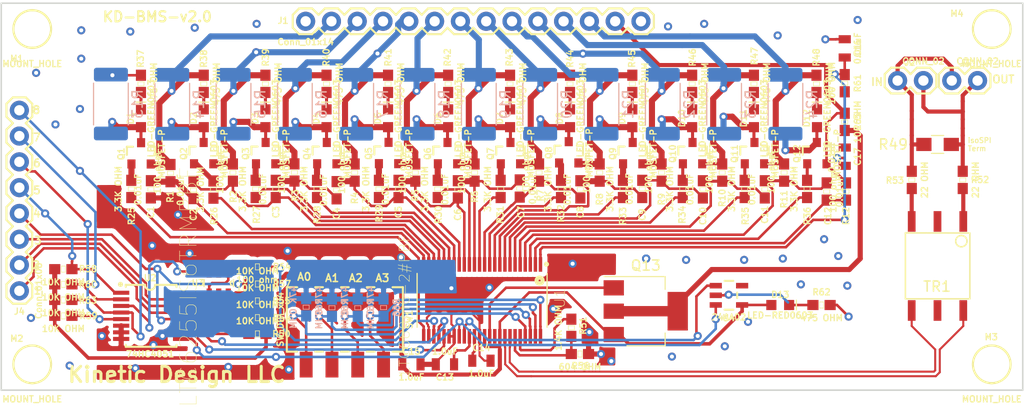
<source format=kicad_pcb>
(kicad_pcb (version 20171130) (host pcbnew 5.1.6)
  (title_block (title "LTC6804IG-2 BMS Slave") (date 2018-12-11) (rev v2.0) (company "Tier 1 Engineering") (comment 1 UT1-2810-601_2) (comment 4 "Author: Steve Schulz"))
  (layers (0 Front.Cu signal) (1 isoShield.Cu power) (2 GND.Cu power) (31 Back.Cu signal) (34 B.Paste user) (35 F.Paste user) (36 B.SilkS user) (37 F.SilkS user) (38 B.Mask user) (39 F.Mask user) (44 Edge.Cuts user))
  (net 0 "")
  (net 1 C12)
  (net 2 C11)
  (net 3 C10)
  (net 4 C9)
  (net 5 C8)
  (net 6 C7)
  (net 7 C6)
  (net 8 C5)
  (net 9 C4)
  (net 10 C3)
  (net 11 C2)
  (net 12 C1)
  (net 13 GND)
  (net 14 "Net-(C13-Pad1)")
  (net 15 "Net-(C14-Pad1)")
  (net 16 VREG)
  (net 17 "Net-(C16-Pad1)")
  (net 18 "Net-(C17-Pad1)")
  (net 19 "Net-(D1-PadC)")
  (net 20 "Net-(D1-PadA)")
  (net 21 "Net-(D2-PadA)")
  (net 22 "Net-(D2-PadC)")
  (net 23 "Net-(D3-PadC)")
  (net 24 "Net-(D3-PadA)")
  (net 25 "Net-(D4-PadC)")
  (net 26 "Net-(D4-PadA)")
  (net 27 "Net-(D5-PadA)")
  (net 28 "Net-(D5-PadC)")
  (net 29 "Net-(D6-PadC)")
  (net 30 "Net-(D6-PadA)")
  (net 31 "Net-(D7-PadA)")
  (net 32 "Net-(D7-PadC)")
  (net 33 "Net-(D8-PadA)")
  (net 34 "Net-(D8-PadC)")
  (net 35 "Net-(D9-PadA)")
  (net 36 "Net-(D9-PadC)")
  (net 37 "Net-(D10-PadA)")
  (net 38 "Net-(D10-PadC)")
  (net 39 "Net-(D11-PadC)")
  (net 40 "Net-(D11-PadA)")
  (net 41 "Net-(D12-PadA)")
  (net 42 "Net-(D12-PadC)")
  (net 43 "Net-(D13-PadC)")
  (net 44 CELL12)
  (net 45 CELL1)
  (net 46 CELL2)
  (net 47 CELL3)
  (net 48 CELL4)
  (net 49 CELL5)
  (net 50 CELL6)
  (net 51 CELL7)
  (net 52 CELL8)
  (net 53 CELL9)
  (net 54 CELL10)
  (net 55 CELL11)
  (net 56 "Net-(J2-Pad1)")
  (net 57 "Net-(J2-Pad2)")
  (net 58 "Net-(J4-Pad2)")
  (net 59 "Net-(J4-Pad3)")
  (net 60 "Net-(J4-Pad4)")
  (net 61 "Net-(J4-Pad5)")
  (net 62 "Net-(J4-Pad6)")
  (net 63 "Net-(J4-Pad7)")
  (net 64 "Net-(J4-Pad8)")
  (net 65 A3)
  (net 66 A2)
  (net 67 A1)
  (net 68 A0)
  (net 69 "Net-(Q1-Pad1)")
  (net 70 "Net-(Q2-Pad1)")
  (net 71 "Net-(Q3-Pad1)")
  (net 72 "Net-(Q4-Pad1)")
  (net 73 "Net-(Q5-Pad1)")
  (net 74 "Net-(Q6-Pad1)")
  (net 75 "Net-(Q7-Pad1)")
  (net 76 "Net-(Q8-Pad1)")
  (net 77 "Net-(Q9-Pad1)")
  (net 78 "Net-(Q10-Pad1)")
  (net 79 "Net-(Q11-Pad1)")
  (net 80 "Net-(Q12-Pad1)")
  (net 81 S12)
  (net 82 S11)
  (net 83 S10)
  (net 84 S9)
  (net 85 S8)
  (net 86 S7)
  (net 87 S6)
  (net 88 S5)
  (net 89 S4)
  (net 90 S3)
  (net 91 S2)
  (net 92 S1)
  (net 93 "Net-(R51-Pad2)")
  (net 94 "Net-(R51-Pad1)")
  (net 95 GPIO1)
  (net 96 "Net-(R64-Pad1)")
  (net 97 GPIO4)
  (net 98 GPIO3)
  (net 99 GPIO2)
  (net 100 "Net-(U2-Pad3)")
  (net 101 "Net-(J4-Pad1)")
  (net 102 GPIO5)
  (net 103 "Net-(R52-Pad1)")
  (net 104 "Net-(R53-Pad1)")
  (net 105 IA_N)
  (net 106 IA_P)
  (net 107 "Net-(Q13-Pad1)")
  (module Capacitors:0603 (layer Front.Cu) (at 113.411 97.13214 270)
    (fp_text reference C2 (at 2.43586 0 270) (layer F.SilkS) (effects (font (size 0.6096 0.6096) (thickness 0.127))))
    (fp_text value 0.01uF (at 0 1.27 270) (layer F.SilkS) (effects (font (size 0.6096 0.6096) (thickness 0.127))))
    (pad 2 smd rect (at 0.84836 0 270) (size 1.09982 0.99822) (layers Front.Cu F.Paste F.Mask) (net 12 C1))
    (pad 1 smd rect (at -0.84836 0 270) (size 1.09982 0.99822) (layers Front.Cu F.Paste F.Mask) (net 11 C2))
  )
  (module LTC6811HG-1_PBF:SOP50P780X200-48N (layer Front.Cu) (at 141.8336 108.0008 270)
    (fp_text reference U1 (at -0.21051 -7.6534 270) (layer F.SilkS) (effects (font (size 1.00241 1.00241) (thickness 0.05))))
    (fp_text value LTC6804IG-2#PBF (at 0.425775 7.62898 270) (layer F.SilkS) (effects (font (size 1.00183 1.00183) (thickness 0.05))))
    (pad 25 smd rect (at 3.54 5.75 270) (size 1.44 0.34) (layers Front.Cu F.Paste F.Mask) (net 92 S1))
    (pad 26 smd rect (at 3.54 5.25 270) (size 1.44 0.34) (layers Front.Cu F.Paste F.Mask) (net 13 GND) (clearance 0.15))
    (pad 27 smd rect (at 3.54 4.75 270) (size 1.44 0.34) (layers Front.Cu F.Paste F.Mask) (net 95 GPIO1))
    (pad 28 smd rect (at 3.54 4.25 270) (size 1.44 0.34) (layers Front.Cu F.Paste F.Mask) (net 99 GPIO2))
    (pad 29 smd rect (at 3.54 3.75 270) (size 1.44 0.34) (layers Front.Cu F.Paste F.Mask) (net 98 GPIO3))
    (pad 30 smd rect (at 3.54 3.25 270) (size 1.44 0.34) (layers Front.Cu F.Paste F.Mask) (net 13 GND) (clearance 0.15))
    (pad 31 smd rect (at 3.54 2.75 270) (size 1.44 0.34) (layers Front.Cu F.Paste F.Mask) (net 13 GND) (clearance 0.15))
    (pad 32 smd rect (at 3.54 2.25 270) (size 1.44 0.34) (layers Front.Cu F.Paste F.Mask) (net 97 GPIO4))
    (pad 33 smd rect (at 3.54 1.75 270) (size 1.44 0.34) (layers Front.Cu F.Paste F.Mask) (net 102 GPIO5))
    (pad 34 smd rect (at 3.54 1.25 270) (size 1.44 0.34) (layers Front.Cu F.Paste F.Mask) (net 14 "Net-(C13-Pad1)"))
    (pad 35 smd rect (at 3.54 0.75 270) (size 1.44 0.34) (layers Front.Cu F.Paste F.Mask) (net 15 "Net-(C14-Pad1)"))
    (pad 36 smd rect (at 3.54 0.25 270) (size 1.44 0.34) (layers Front.Cu F.Paste F.Mask) (net 13 GND) (clearance 0.15))
    (pad 24 smd rect (at -3.54 5.75 270) (size 1.44 0.34) (layers Front.Cu F.Paste F.Mask) (net 12 C1))
    (pad 23 smd rect (at -3.54 5.25 270) (size 1.44 0.34) (layers Front.Cu F.Paste F.Mask) (net 91 S2))
    (pad 22 smd rect (at -3.54 4.75 270) (size 1.44 0.34) (layers Front.Cu F.Paste F.Mask) (net 11 C2))
    (pad 21 smd rect (at -3.54 4.25 270) (size 1.44 0.34) (layers Front.Cu F.Paste F.Mask) (net 90 S3))
    (pad 20 smd rect (at -3.54 3.75 270) (size 1.44 0.34) (layers Front.Cu F.Paste F.Mask) (net 10 C3))
    (pad 19 smd rect (at -3.54 3.25 270) (size 1.44 0.34) (layers Front.Cu F.Paste F.Mask) (net 89 S4))
    (pad 18 smd rect (at -3.54 2.75 270) (size 1.44 0.34) (layers Front.Cu F.Paste F.Mask) (net 9 C4))
    (pad 17 smd rect (at -3.54 2.25 270) (size 1.44 0.34) (layers Front.Cu F.Paste F.Mask) (net 88 S5))
    (pad 16 smd rect (at -3.54 1.75 270) (size 1.44 0.34) (layers Front.Cu F.Paste F.Mask) (net 8 C5))
    (pad 15 smd rect (at -3.54 1.25 270) (size 1.44 0.34) (layers Front.Cu F.Paste F.Mask) (net 87 S6))
    (pad 14 smd rect (at -3.54 0.75 270) (size 1.44 0.34) (layers Front.Cu F.Paste F.Mask) (net 7 C6))
    (pad 13 smd rect (at -3.54 0.25 270) (size 1.44 0.34) (layers Front.Cu F.Paste F.Mask) (net 86 S7))
    (pad 48 smd rect (at 3.54 -5.75 270) (size 1.44 0.34) (layers Front.Cu F.Paste F.Mask) (net 65 A3))
    (pad 47 smd rect (at 3.54 -5.25 270) (size 1.44 0.34) (layers Front.Cu F.Paste F.Mask) (net 66 A2))
    (pad 46 smd rect (at 3.54 -4.75 270) (size 1.44 0.34) (layers Front.Cu F.Paste F.Mask) (net 67 A1))
    (pad 45 smd rect (at 3.54 -4.25 270) (size 1.44 0.34) (layers Front.Cu F.Paste F.Mask) (net 68 A0))
    (pad 44 smd rect (at 3.54 -3.75 270) (size 1.44 0.34) (layers Front.Cu F.Paste F.Mask) (net 94 "Net-(R51-Pad1)"))
    (pad 43 smd rect (at 3.54 -3.25 270) (size 1.44 0.34) (layers Front.Cu F.Paste F.Mask) (net 93 "Net-(R51-Pad2)"))
    (pad 42 smd rect (at 3.54 -2.75 270) (size 1.44 0.34) (layers Front.Cu F.Paste F.Mask) (net 106 IA_P) (clearance 0.15))
    (pad 41 smd rect (at 3.54 -2.25 270) (size 1.44 0.34) (layers Front.Cu F.Paste F.Mask) (net 105 IA_N) (clearance 0.15))
    (pad 40 smd rect (at 3.54 -1.75 270) (size 1.44 0.34) (layers Front.Cu F.Paste F.Mask) (net 16 VREG) (clearance 0.15))
    (pad 39 smd rect (at 3.54 -1.25 270) (size 1.44 0.34) (layers Front.Cu F.Paste F.Mask))
    (pad 38 smd rect (at 3.54 -0.75 270) (size 1.44 0.34) (layers Front.Cu F.Paste F.Mask) (net 107 "Net-(Q13-Pad1)"))
    (pad 1 smd rect (at -3.54 -5.75 270) (size 1.44 0.34) (layers Front.Cu F.Paste F.Mask) (net 17 "Net-(C16-Pad1)"))
    (pad 2 smd rect (at -3.54 -5.25 270) (size 1.44 0.34) (layers Front.Cu F.Paste F.Mask) (net 1 C12))
    (pad 3 smd rect (at -3.54 -4.75 270) (size 1.44 0.34) (layers Front.Cu F.Paste F.Mask) (net 81 S12))
    (pad 4 smd rect (at -3.54 -4.25 270) (size 1.44 0.34) (layers Front.Cu F.Paste F.Mask) (net 2 C11))
    (pad 5 smd rect (at -3.54 -3.75 270) (size 1.44 0.34) (layers Front.Cu F.Paste F.Mask) (net 82 S11))
    (pad 6 smd rect (at -3.54 -3.25 270) (size 1.44 0.34) (layers Front.Cu F.Paste F.Mask) (net 3 C10))
    (pad 7 smd rect (at -3.54 -2.75 270) (size 1.44 0.34) (layers Front.Cu F.Paste F.Mask) (net 83 S10))
    (pad 8 smd rect (at -3.54 -2.25 270) (size 1.44 0.34) (layers Front.Cu F.Paste F.Mask) (net 4 C9))
    (pad 9 smd rect (at -3.54 -1.75 270) (size 1.44 0.34) (layers Front.Cu F.Paste F.Mask) (net 84 S9))
    (pad 10 smd rect (at -3.54 -1.25 270) (size 1.44 0.34) (layers Front.Cu F.Paste F.Mask) (net 5 C8))
    (pad 11 smd rect (at -3.54 -0.75 270) (size 1.44 0.34) (layers Front.Cu F.Paste F.Mask) (net 85 S8))
    (pad 37 smd rect (at 3.54 -0.25 270) (size 1.44 0.34) (layers Front.Cu F.Paste F.Mask) (net 16 VREG) (clearance 0.15))
    (pad 12 smd rect (at -3.54 -0.25 270) (size 1.44 0.34) (layers Front.Cu F.Paste F.Mask) (net 6 C7))
  )
  (module Resistor-SMD:R_2512_6332Metric (layer Back.Cu) (at 171.704 88.6885 90)
    (fp_text reference R24 (at 0 2.62 90) (layer B.SilkS) (effects (justify mirror)))
    (fp_text value "33 OHM")
    (pad 2 smd roundrect (at 2.9 0 90) (size 1.35 3.35) (layers Back.Cu B.Paste B.Mask) (roundrect_rratio 0.185185) (net 55 CELL11))
    (pad 1 smd roundrect (at -2.9 0 90) (size 1.35 3.35) (layers Back.Cu B.Paste B.Mask) (roundrect_rratio 0.185185) (net 41 "Net-(D12-PadA)"))
  )
  (module Resistors:0603 (layer Front.Cu) (at 150.622 110.70336 270)
    (fp_text reference R51 (at -0.21336 -1.1684 270) (layer F.SilkS) (effects (font (size 0.6096 0.6096) (thickness 0.127))))
    (fp_text value "1.4K OHM" (at 0 1.27 270) (layer F.SilkS) (effects (font (size 0.6096 0.6096) (thickness 0.127))))
    (pad 1 smd rect (at -0.84836 0 270) (size 1.09982 0.99822) (layers Front.Cu F.Paste F.Mask) (net 94 "Net-(R51-Pad1)"))
    (pad 2 smd rect (at 0.84836 0 270) (size 1.09982 0.99822) (layers Front.Cu F.Paste F.Mask) (net 93 "Net-(R51-Pad2)"))
  )
  (module LED:LED-0603 (layer Front.Cu) (at 108.2421 90.0684 90)
    (fp_text reference D1 (at 0 -1.016 90) (layer F.SilkS) (effects (font (size 0.6096 0.6096) (thickness 0.127))))
    (fp_text value LED-GREEN0603 (at 0 1.016 90) (layer F.SilkS) (effects (font (size 0.6096 0.6096) (thickness 0.127))))
    (pad C smd rect (at 0.8763 0) (size 0.99822 0.99822) (layers Front.Cu F.Paste F.Mask) (net 19 "Net-(D1-PadC)"))
    (pad A smd rect (at -0.8763 0) (size 0.99822 0.99822) (layers Front.Cu F.Paste F.Mask) (net 20 "Net-(D1-PadA)"))
  )
  (module LED:LED-0603 (layer Front.Cu) (at 114.427 90.0684 90)
    (fp_text reference D2 (at 0 -1.016 90) (layer F.SilkS) (effects (font (size 0.6096 0.6096) (thickness 0.127))))
    (fp_text value LED-GREEN0603 (at 0 1.016 90) (layer F.SilkS) (effects (font (size 0.6096 0.6096) (thickness 0.127))))
    (pad C smd rect (at 0.8763 0) (size 0.99822 0.99822) (layers Front.Cu F.Paste F.Mask) (net 22 "Net-(D2-PadC)"))
    (pad A smd rect (at -0.8763 0) (size 0.99822 0.99822) (layers Front.Cu F.Paste F.Mask) (net 21 "Net-(D2-PadA)"))
  )
  (module LED:LED-0603 (layer Front.Cu) (at 120.4976 90.0684 90)
    (fp_text reference D3 (at 0 -1.016 90) (layer F.SilkS) (effects (font (size 0.6096 0.6096) (thickness 0.127))))
    (fp_text value LED-GREEN0603 (at 0 1.016 90) (layer F.SilkS) (effects (font (size 0.6096 0.6096) (thickness 0.127))))
    (pad C smd rect (at 0.8763 0) (size 0.99822 0.99822) (layers Front.Cu F.Paste F.Mask) (net 23 "Net-(D3-PadC)"))
    (pad A smd rect (at -0.8763 0) (size 0.99822 0.99822) (layers Front.Cu F.Paste F.Mask) (net 24 "Net-(D3-PadA)"))
  )
  (module LED:LED-0603 (layer Front.Cu) (at 126.5174 90.0684 90)
    (fp_text reference D4 (at 0 -1.016 90) (layer F.SilkS) (effects (font (size 0.6096 0.6096) (thickness 0.127))))
    (fp_text value LED-GREEN0603 (at 0 1.016 90) (layer F.SilkS) (effects (font (size 0.6096 0.6096) (thickness 0.127))))
    (pad C smd rect (at 0.8763 0) (size 0.99822 0.99822) (layers Front.Cu F.Paste F.Mask) (net 25 "Net-(D4-PadC)"))
    (pad A smd rect (at -0.8763 0) (size 0.99822 0.99822) (layers Front.Cu F.Paste F.Mask) (net 26 "Net-(D4-PadA)"))
  )
  (module LED:LED-0603 (layer Front.Cu) (at 132.5753 90.0684 90)
    (fp_text reference D5 (at 0 -1.016 90) (layer F.SilkS) (effects (font (size 0.6096 0.6096) (thickness 0.127))))
    (fp_text value LED-GREEN0603 (at 0 1.016 90) (layer F.SilkS) (effects (font (size 0.6096 0.6096) (thickness 0.127))))
    (pad C smd rect (at 0.8763 0) (size 0.99822 0.99822) (layers Front.Cu F.Paste F.Mask) (net 28 "Net-(D5-PadC)"))
    (pad A smd rect (at -0.8763 0) (size 0.99822 0.99822) (layers Front.Cu F.Paste F.Mask) (net 27 "Net-(D5-PadA)"))
  )
  (module LED:LED-0603 (layer Front.Cu) (at 138.4935 90.0684 90)
    (fp_text reference D6 (at 0 -1.016 90) (layer F.SilkS) (effects (font (size 0.6096 0.6096) (thickness 0.127))))
    (fp_text value LED-GREEN0603 (at 0 1.016 90) (layer F.SilkS) (effects (font (size 0.6096 0.6096) (thickness 0.127))))
    (pad C smd rect (at 0.8763 0) (size 0.99822 0.99822) (layers Front.Cu F.Paste F.Mask) (net 29 "Net-(D6-PadC)"))
    (pad A smd rect (at -0.8763 0) (size 0.99822 0.99822) (layers Front.Cu F.Paste F.Mask) (net 30 "Net-(D6-PadA)"))
  )
  (module LED:LED-0603 (layer Front.Cu) (at 144.5895 90.0684 90)
    (fp_text reference D7 (at 0 -1.016 90) (layer F.SilkS) (effects (font (size 0.6096 0.6096) (thickness 0.127))))
    (fp_text value LED-GREEN0603 (at 0 1.016 90) (layer F.SilkS) (effects (font (size 0.6096 0.6096) (thickness 0.127))))
    (pad C smd rect (at 0.8763 0) (size 0.99822 0.99822) (layers Front.Cu F.Paste F.Mask) (net 32 "Net-(D7-PadC)"))
    (pad A smd rect (at -0.8763 0) (size 0.99822 0.99822) (layers Front.Cu F.Paste F.Mask) (net 31 "Net-(D7-PadA)"))
  )
  (module LED:LED-0603 (layer Front.Cu) (at 150.495 90.0684 90)
    (fp_text reference D8 (at 0 -1.016 90) (layer F.SilkS) (effects (font (size 0.6096 0.6096) (thickness 0.127))))
    (fp_text value LED-GREEN0603 (at 0 1.016 90) (layer F.SilkS) (effects (font (size 0.6096 0.6096) (thickness 0.127))))
    (pad C smd rect (at 0.8763 0) (size 0.99822 0.99822) (layers Front.Cu F.Paste F.Mask) (net 34 "Net-(D8-PadC)"))
    (pad A smd rect (at -0.8763 0) (size 0.99822 0.99822) (layers Front.Cu F.Paste F.Mask) (net 33 "Net-(D8-PadA)"))
  )
  (module LED:LED-0603 (layer Front.Cu) (at 156.6291 90.0684 90)
    (fp_text reference D9 (at 0 -1.016 90) (layer F.SilkS) (effects (font (size 0.6096 0.6096) (thickness 0.127))))
    (fp_text value LED-GREEN0603 (at 0 1.016 90) (layer F.SilkS) (effects (font (size 0.6096 0.6096) (thickness 0.127))))
    (pad C smd rect (at 0.8763 0) (size 0.99822 0.99822) (layers Front.Cu F.Paste F.Mask) (net 36 "Net-(D9-PadC)"))
    (pad A smd rect (at -0.8763 0) (size 0.99822 0.99822) (layers Front.Cu F.Paste F.Mask) (net 35 "Net-(D9-PadA)"))
  )
  (module LED:LED-0603 (layer Front.Cu) (at 162.5219 90.0684 90)
    (fp_text reference D10 (at 0 -1.016 90) (layer F.SilkS) (effects (font (size 0.6096 0.6096) (thickness 0.127))))
    (fp_text value LED-GREEN0603 (at 0 1.016 90) (layer F.SilkS) (effects (font (size 0.6096 0.6096) (thickness 0.127))))
    (pad C smd rect (at 0.8763 0) (size 0.99822 0.99822) (layers Front.Cu F.Paste F.Mask) (net 38 "Net-(D10-PadC)"))
    (pad A smd rect (at -0.8763 0) (size 0.99822 0.99822) (layers Front.Cu F.Paste F.Mask) (net 37 "Net-(D10-PadA)"))
  )
  (module LED:LED-0603 (layer Front.Cu) (at 168.6052 90.0684 90)
    (fp_text reference D11 (at 0 -1.016 90) (layer F.SilkS) (effects (font (size 0.6096 0.6096) (thickness 0.127))))
    (fp_text value LED-GREEN0603 (at 0 1.016 90) (layer F.SilkS) (effects (font (size 0.6096 0.6096) (thickness 0.127))))
    (pad C smd rect (at 0.8763 0) (size 0.99822 0.99822) (layers Front.Cu F.Paste F.Mask) (net 39 "Net-(D11-PadC)"))
    (pad A smd rect (at -0.8763 0) (size 0.99822 0.99822) (layers Front.Cu F.Paste F.Mask) (net 40 "Net-(D11-PadA)"))
  )
  (module LED:LED-0603 (layer Front.Cu) (at 174.8155 90.0684 90)
    (fp_text reference D12 (at 0 -1.016 90) (layer F.SilkS) (effects (font (size 0.6096 0.6096) (thickness 0.127))))
    (fp_text value LED-GREEN0603 (at 0 1.016 90) (layer F.SilkS) (effects (font (size 0.6096 0.6096) (thickness 0.127))))
    (pad C smd rect (at 0.8763 0) (size 0.99822 0.99822) (layers Front.Cu F.Paste F.Mask) (net 42 "Net-(D12-PadC)"))
    (pad A smd rect (at -0.8763 0) (size 0.99822 0.99822) (layers Front.Cu F.Paste F.Mask) (net 41 "Net-(D12-PadA)"))
  )
  (module LED:LED-0603 (layer Front.Cu) (at 171.196 108.458)
    (fp_text reference D13 (at 0 -1.016) (layer F.SilkS) (effects (font (size 0.6096 0.6096) (thickness 0.127))))
    (fp_text value LED-RED0603 (at 0 1.016) (layer F.SilkS) (effects (font (size 0.6096 0.6096) (thickness 0.127))))
    (pad C smd rect (at 0.8763 0 270) (size 0.99822 0.99822) (layers Front.Cu F.Paste F.Mask) (net 43 "Net-(D13-PadC)"))
    (pad A smd rect (at -0.8763 0 270) (size 0.99822 0.99822) (layers Front.Cu F.Paste F.Mask) (net 16 VREG))
  )
  (module Connectors:1X02 (layer Front.Cu) (at 185.293 86.36 180)
    (fp_text reference J2 (at 1.3335 1.778) (layer F.SilkS) (effects (font (size 0.6096 0.6096) (thickness 0.127))))
    (fp_text value CONN_02 (at 0 1.905 180) (layer F.SilkS) (effects (font (size 0.6096 0.6096) (thickness 0.127))))
    (pad 2 thru_hole circle (at 2.54 0 180) (size 1.8796 1.8796) (drill 1.016) (layers *.Cu *.Mask) (net 57 "Net-(J2-Pad2)"))
    (pad 1 thru_hole circle (at 0 0 180) (size 1.8796 1.8796) (drill 1.016) (layers *.Cu *.Mask) (net 56 "Net-(J2-Pad1)"))
  )
  (module Connectors:1X02 (layer Front.Cu) (at 190.627 86.36 180)
    (fp_text reference J3 (at 1.27 1.7145) (layer F.SilkS) (effects (font (size 0.6096 0.6096) (thickness 0.127))))
    (fp_text value CONN_02 (at 0 1.905 180) (layer F.SilkS) (effects (font (size 0.6096 0.6096) (thickness 0.127))))
    (pad 2 thru_hole circle (at 2.54 0 180) (size 1.8796 1.8796) (drill 1.016) (layers *.Cu *.Mask) (net 57 "Net-(J2-Pad2)"))
    (pad 1 thru_hole circle (at 0 0 180) (size 1.8796 1.8796) (drill 1.016) (layers *.Cu *.Mask) (net 56 "Net-(J2-Pad1)"))
  )
  (module Hardware:STAND-OFF (layer Front.Cu) (at 97.536 81.28)
    (fp_text reference M1 (at -1.524 2.921) (layer F.SilkS) (effects (font (size 0.6096 0.6096) (thickness 0.127))))
    (fp_text value MOUNT_HOLE (at 0 3.429) (layer F.SilkS) (effects (font (size 0.6096 0.6096) (thickness 0.127))))
    (pad "" np_thru_hole circle (at 0 0) (size 3.302 3.302) (drill 3.302) (layers *.Cu *.Mask))
  )
  (module Hardware:STAND-OFF (layer Front.Cu) (at 97.536 114.3)
    (fp_text reference M2 (at -1.524 -2.54) (layer F.SilkS) (effects (font (size 0.6096 0.6096) (thickness 0.127))))
    (fp_text value MOUNT_HOLE (at 0 3.429) (layer F.SilkS) (effects (font (size 0.6096 0.6096) (thickness 0.127))))
    (pad "" np_thru_hole circle (at 0 0) (size 3.302 3.302) (drill 3.302) (layers *.Cu *.Mask))
  )
  (module Hardware:STAND-OFF (layer Front.Cu) (at 192.024 114.3)
    (fp_text reference M3 (at -0.0508 -2.6924) (layer F.SilkS) (effects (font (size 0.6096 0.6096) (thickness 0.127))))
    (fp_text value MOUNT_HOLE (at 0 3.429) (layer F.SilkS) (effects (font (size 0.6096 0.6096) (thickness 0.127))))
    (pad "" np_thru_hole circle (at 0 0) (size 3.302 3.302) (drill 3.302) (layers *.Cu *.Mask))
  )
  (module Hardware:STAND-OFF (layer Front.Cu) (at 192.024 81.28)
    (fp_text reference M4 (at -3.429 -1.524) (layer F.SilkS) (effects (font (size 0.6096 0.6096) (thickness 0.127))))
    (fp_text value MOUNT_HOLE (at 0 3.429) (layer F.SilkS) (effects (font (size 0.6096 0.6096) (thickness 0.127))))
    (pad "" np_thru_hole circle (at 0 0) (size 3.302 3.302) (drill 3.302) (layers *.Cu *.Mask))
  )
  (module Silicon-Standard:SOT23-3 (layer Front.Cu) (at 108.2548 93.5736)
    (fp_text reference Q1 (at -1.9558 0 90) (layer F.SilkS) (effects (font (size 0.6096 0.6096) (thickness 0.127))))
    (fp_text value MOSFET-P (at 2.032 0 90) (layer F.SilkS) (effects (font (size 0.6096 0.6096) (thickness 0.127))))
    (pad 3 smd rect (at 0 -1.09982) (size 0.79756 0.89916) (layers Front.Cu F.Paste F.Mask) (net 20 "Net-(D1-PadA)"))
    (pad 2 smd rect (at 0.94996 0.99822) (size 0.79756 0.89916) (layers Front.Cu F.Paste F.Mask) (net 45 CELL1))
    (pad 1 smd rect (at -0.94996 0.99822) (size 0.79756 0.89916) (layers Front.Cu F.Paste F.Mask) (net 69 "Net-(Q1-Pad1)"))
  )
  (module Silicon-Standard:SOT23-3 (layer Front.Cu) (at 114.41684 93.55328)
    (fp_text reference Q2 (at -1.9558 0 90) (layer F.SilkS) (effects (font (size 0.6096 0.6096) (thickness 0.127))))
    (fp_text value MOSFET-P (at 2.032 0 90) (layer F.SilkS) (effects (font (size 0.6096 0.6096) (thickness 0.127))))
    (pad 3 smd rect (at 0 -1.09982) (size 0.79756 0.89916) (layers Front.Cu F.Paste F.Mask) (net 21 "Net-(D2-PadA)"))
    (pad 2 smd rect (at 0.94996 0.99822) (size 0.79756 0.89916) (layers Front.Cu F.Paste F.Mask) (net 46 CELL2))
    (pad 1 smd rect (at -0.94996 0.99822) (size 0.79756 0.89916) (layers Front.Cu F.Paste F.Mask) (net 70 "Net-(Q2-Pad1)"))
  )
  (module Silicon-Standard:SOT23-3 (layer Front.Cu) (at 126.5428 93.55328)
    (fp_text reference Q4 (at -1.9558 0 90) (layer F.SilkS) (effects (font (size 0.6096 0.6096) (thickness 0.127))))
    (fp_text value MOSFET-P (at 2.032 0 90) (layer F.SilkS) (effects (font (size 0.6096 0.6096) (thickness 0.127))))
    (pad 3 smd rect (at 0 -1.09982) (size 0.79756 0.89916) (layers Front.Cu F.Paste F.Mask) (net 26 "Net-(D4-PadA)"))
    (pad 2 smd rect (at 0.94996 0.99822) (size 0.79756 0.89916) (layers Front.Cu F.Paste F.Mask) (net 48 CELL4))
    (pad 1 smd rect (at -0.94996 0.99822) (size 0.79756 0.89916) (layers Front.Cu F.Paste F.Mask) (net 72 "Net-(Q4-Pad1)"))
  )
  (module Silicon-Standard:SOT23-3 (layer Front.Cu) (at 132.62356 93.54058)
    (fp_text reference Q5 (at -1.9558 0 90) (layer F.SilkS) (effects (font (size 0.6096 0.6096) (thickness 0.127))))
    (fp_text value MOSFET-P (at 2.032 0 90) (layer F.SilkS) (effects (font (size 0.6096 0.6096) (thickness 0.127))))
    (pad 3 smd rect (at 0 -1.09982) (size 0.79756 0.89916) (layers Front.Cu F.Paste F.Mask) (net 27 "Net-(D5-PadA)"))
    (pad 2 smd rect (at 0.94996 0.99822) (size 0.79756 0.89916) (layers Front.Cu F.Paste F.Mask) (net 49 CELL5))
    (pad 1 smd rect (at -0.94996 0.99822) (size 0.79756 0.89916) (layers Front.Cu F.Paste F.Mask) (net 73 "Net-(Q5-Pad1)"))
  )
  (module Silicon-Standard:SOT23-3 (layer Front.Cu) (at 138.43 93.55328)
    (fp_text reference Q6 (at -1.9558 0 90) (layer F.SilkS) (effects (font (size 0.6096 0.6096) (thickness 0.127))))
    (fp_text value MOSFET-P (at 2.032 0 90) (layer F.SilkS) (effects (font (size 0.6096 0.6096) (thickness 0.127))))
    (pad 3 smd rect (at 0 -1.09982) (size 0.79756 0.89916) (layers Front.Cu F.Paste F.Mask) (net 30 "Net-(D6-PadA)"))
    (pad 2 smd rect (at 0.94996 0.99822) (size 0.79756 0.89916) (layers Front.Cu F.Paste F.Mask) (net 50 CELL6))
    (pad 1 smd rect (at -0.94996 0.99822) (size 0.79756 0.89916) (layers Front.Cu F.Paste F.Mask) (net 74 "Net-(Q6-Pad1)"))
  )
  (module Silicon-Standard:SOT23-3 (layer Front.Cu) (at 144.6276 93.55328)
    (fp_text reference Q7 (at -1.9558 0 90) (layer F.SilkS) (effects (font (size 0.6096 0.6096) (thickness 0.127))))
    (fp_text value MOSFET-P (at 2.032 0 90) (layer F.SilkS) (effects (font (size 0.6096 0.6096) (thickness 0.127))))
    (pad 3 smd rect (at 0 -1.09982) (size 0.79756 0.89916) (layers Front.Cu F.Paste F.Mask) (net 31 "Net-(D7-PadA)"))
    (pad 2 smd rect (at 0.94996 0.99822) (size 0.79756 0.89916) (layers Front.Cu F.Paste F.Mask) (net 51 CELL7))
    (pad 1 smd rect (at -0.94996 0.99822) (size 0.79756 0.89916) (layers Front.Cu F.Paste F.Mask) (net 75 "Net-(Q7-Pad1)"))
  )
  (module Silicon-Standard:SOT23-3 (layer Front.Cu) (at 150.368 93.472)
    (fp_text reference Q8 (at -1.9558 0 90) (layer F.SilkS) (effects (font (size 0.6096 0.6096) (thickness 0.127))))
    (fp_text value MOSFET-P (at 2.032 0 90) (layer F.SilkS) (effects (font (size 0.6096 0.6096) (thickness 0.127))))
    (pad 3 smd rect (at 0 -1.09982) (size 0.79756 0.89916) (layers Front.Cu F.Paste F.Mask) (net 33 "Net-(D8-PadA)"))
    (pad 2 smd rect (at 0.94996 0.99822) (size 0.79756 0.89916) (layers Front.Cu F.Paste F.Mask) (net 52 CELL8))
    (pad 1 smd rect (at -0.94996 0.99822) (size 0.79756 0.89916) (layers Front.Cu F.Paste F.Mask) (net 76 "Net-(Q8-Pad1)"))
  )
  (module Silicon-Standard:SOT23-3 (layer Front.Cu) (at 156.6672 93.55328)
    (fp_text reference Q9 (at -1.9558 0 90) (layer F.SilkS) (effects (font (size 0.6096 0.6096) (thickness 0.127))))
    (fp_text value MOSFET-P (at 2.032 0 90) (layer F.SilkS) (effects (font (size 0.6096 0.6096) (thickness 0.127))))
    (pad 3 smd rect (at 0 -1.09982) (size 0.79756 0.89916) (layers Front.Cu F.Paste F.Mask) (net 35 "Net-(D9-PadA)"))
    (pad 2 smd rect (at 0.94996 0.99822) (size 0.79756 0.89916) (layers Front.Cu F.Paste F.Mask) (net 53 CELL9))
    (pad 1 smd rect (at -0.94996 0.99822) (size 0.79756 0.89916) (layers Front.Cu F.Paste F.Mask) (net 77 "Net-(Q9-Pad1)"))
  )
  (module Silicon-Standard:SOT23-3 (layer Front.Cu) (at 162.56 93.55328)
    (fp_text reference Q10 (at -1.9558 0 90) (layer F.SilkS) (effects (font (size 0.6096 0.6096) (thickness 0.127))))
    (fp_text value MOSFET-P (at 2.032 0 90) (layer F.SilkS) (effects (font (size 0.6096 0.6096) (thickness 0.127))))
    (pad 3 smd rect (at 0 -1.09982) (size 0.79756 0.89916) (layers Front.Cu F.Paste F.Mask) (net 37 "Net-(D10-PadA)"))
    (pad 2 smd rect (at 0.94996 0.99822) (size 0.79756 0.89916) (layers Front.Cu F.Paste F.Mask) (net 54 CELL10))
    (pad 1 smd rect (at -0.94996 0.99822) (size 0.79756 0.89916) (layers Front.Cu F.Paste F.Mask) (net 78 "Net-(Q10-Pad1)"))
  )
  (module Silicon-Standard:SOT23-3 (layer Front.Cu) (at 168.656 93.55328)
    (fp_text reference Q11 (at -1.9558 0 90) (layer F.SilkS) (effects (font (size 0.6096 0.6096) (thickness 0.127))))
    (fp_text value MOSFET-P (at 2.032 0 90) (layer F.SilkS) (effects (font (size 0.6096 0.6096) (thickness 0.127))))
    (pad 3 smd rect (at 0 -1.09982) (size 0.79756 0.89916) (layers Front.Cu F.Paste F.Mask) (net 40 "Net-(D11-PadA)"))
    (pad 2 smd rect (at 0.94996 0.99822) (size 0.79756 0.89916) (layers Front.Cu F.Paste F.Mask) (net 55 CELL11))
    (pad 1 smd rect (at -0.94996 0.99822) (size 0.79756 0.89916) (layers Front.Cu F.Paste F.Mask) (net 79 "Net-(Q11-Pad1)"))
  )
  (module Silicon-Standard:SOT23-3 (layer Front.Cu) (at 174.8028 93.55328)
    (fp_text reference Q12 (at -1.9558 0 90) (layer F.SilkS) (effects (font (size 0.6096 0.6096) (thickness 0.127))))
    (fp_text value MOSFET-P (at 2.032 0 90) (layer F.SilkS) (effects (font (size 0.6096 0.6096) (thickness 0.127))))
    (pad 3 smd rect (at 0 -1.09982) (size 0.79756 0.89916) (layers Front.Cu F.Paste F.Mask) (net 41 "Net-(D12-PadA)"))
    (pad 2 smd rect (at 0.94996 0.99822) (size 0.79756 0.89916) (layers Front.Cu F.Paste F.Mask) (net 44 CELL12))
    (pad 1 smd rect (at -0.94996 0.99822) (size 0.79756 0.89916) (layers Front.Cu F.Paste F.Mask) (net 80 "Net-(Q12-Pad1)"))
  )
  (module Resistor-SMD:R_2512_6332Metric (layer Back.Cu) (at 105.283 88.667 90)
    (fp_text reference R13 (at 0 2.62 90) (layer B.SilkS) (effects (justify mirror)))
    (fp_text value "33 OHM")
    (pad 2 smd roundrect (at 2.9 0 90) (size 1.35 3.35) (layers Back.Cu B.Paste B.Mask) (roundrect_rratio 0.185185) (net 13 GND))
    (pad 1 smd roundrect (at -2.9 0 90) (size 1.35 3.35) (layers Back.Cu B.Paste B.Mask) (roundrect_rratio 0.185185) (net 20 "Net-(D1-PadA)"))
  )
  (module Resistor-SMD:R_2512_6332Metric (layer Back.Cu) (at 111.321272 88.6885 90)
    (fp_text reference R14 (at 0 2.62 90) (layer B.SilkS) (effects (justify mirror)))
    (fp_text value "33 OHM")
    (pad 2 smd roundrect (at 2.9 0 90) (size 1.35 3.35) (layers Back.Cu B.Paste B.Mask) (roundrect_rratio 0.185185) (net 45 CELL1))
    (pad 1 smd roundrect (at -2.9 0 90) (size 1.35 3.35) (layers Back.Cu B.Paste B.Mask) (roundrect_rratio 0.185185) (net 21 "Net-(D2-PadA)"))
  )
  (module Resistor-SMD:R_2512_6332Metric (layer Back.Cu) (at 117.359544 88.6885 90)
    (fp_text reference R15 (at 0 2.62 90) (layer B.SilkS) (effects (justify mirror)))
    (fp_text value "33 OHM")
    (pad 2 smd roundrect (at 2.9 0 90) (size 1.35 3.35) (layers Back.Cu B.Paste B.Mask) (roundrect_rratio 0.185185) (net 46 CELL2))
    (pad 1 smd roundrect (at -2.9 0 90) (size 1.35 3.35) (layers Back.Cu B.Paste B.Mask) (roundrect_rratio 0.185185) (net 24 "Net-(D3-PadA)"))
  )
  (module Resistor-SMD:R_2512_6332Metric (layer Back.Cu) (at 123.397816 88.6885 90)
    (fp_text reference R16 (at 0 2.62 90) (layer B.SilkS) (effects (justify mirror)))
    (fp_text value "33 OHM")
    (pad 2 smd roundrect (at 2.9 0 90) (size 1.35 3.35) (layers Back.Cu B.Paste B.Mask) (roundrect_rratio 0.185185) (net 47 CELL3))
    (pad 1 smd roundrect (at -2.9 0 90) (size 1.35 3.35) (layers Back.Cu B.Paste B.Mask) (roundrect_rratio 0.185185) (net 26 "Net-(D4-PadA)"))
  )
  (module Resistor-SMD:R_2512_6332Metric (layer Back.Cu) (at 129.436088 88.6885 90)
    (fp_text reference R17 (at 0 2.62 90) (layer B.SilkS) (effects (justify mirror)))
    (fp_text value "33 OHM")
    (pad 2 smd roundrect (at 2.9 0 90) (size 1.35 3.35) (layers Back.Cu B.Paste B.Mask) (roundrect_rratio 0.185185) (net 48 CELL4))
    (pad 1 smd roundrect (at -2.9 0 90) (size 1.35 3.35) (layers Back.Cu B.Paste B.Mask) (roundrect_rratio 0.185185) (net 27 "Net-(D5-PadA)"))
  )
  (module Resistor-SMD:R_2512_6332Metric (layer Back.Cu) (at 135.47436 88.6885 90)
    (fp_text reference R18 (at 0 2.62 90) (layer B.SilkS) (effects (justify mirror)))
    (fp_text value "33 OHM")
    (pad 2 smd roundrect (at 2.9 0 90) (size 1.35 3.35) (layers Back.Cu B.Paste B.Mask) (roundrect_rratio 0.185185) (net 49 CELL5))
    (pad 1 smd roundrect (at -2.9 0 90) (size 1.35 3.35) (layers Back.Cu B.Paste B.Mask) (roundrect_rratio 0.185185) (net 30 "Net-(D6-PadA)"))
  )
  (module Resistor-SMD:R_2512_6332Metric (layer Back.Cu) (at 141.512632 88.6885 90)
    (fp_text reference R19 (at 0 2.62 90) (layer B.SilkS) (effects (justify mirror)))
    (fp_text value "33 OHM")
    (pad 2 smd roundrect (at 2.9 0 90) (size 1.35 3.35) (layers Back.Cu B.Paste B.Mask) (roundrect_rratio 0.185185) (net 50 CELL6))
    (pad 1 smd roundrect (at -2.9 0 90) (size 1.35 3.35) (layers Back.Cu B.Paste B.Mask) (roundrect_rratio 0.185185) (net 31 "Net-(D7-PadA)"))
  )
  (module Resistor-SMD:R_2512_6332Metric (layer Back.Cu) (at 147.550904 88.6885 90)
    (fp_text reference R20 (at 0 2.62 90) (layer B.SilkS) (effects (justify mirror)))
    (fp_text value "33 OHM")
    (pad 2 smd roundrect (at 2.9 0 90) (size 1.35 3.35) (layers Back.Cu B.Paste B.Mask) (roundrect_rratio 0.185185) (net 51 CELL7))
    (pad 1 smd roundrect (at -2.9 0 90) (size 1.35 3.35) (layers Back.Cu B.Paste B.Mask) (roundrect_rratio 0.185185) (net 33 "Net-(D8-PadA)"))
  )
  (module Resistor-SMD:R_2512_6332Metric (layer Back.Cu) (at 153.589176 88.6885 90)
    (fp_text reference R21 (at 0 2.62 90) (layer B.SilkS) (effects (justify mirror)))
    (fp_text value "33 OHM")
    (pad 2 smd roundrect (at 2.9 0 90) (size 1.35 3.35) (layers Back.Cu B.Paste B.Mask) (roundrect_rratio 0.185185) (net 52 CELL8))
    (pad 1 smd roundrect (at -2.9 0 90) (size 1.35 3.35) (layers Back.Cu B.Paste B.Mask) (roundrect_rratio 0.185185) (net 35 "Net-(D9-PadA)"))
  )
  (module Resistor-SMD:R_2512_6332Metric (layer Back.Cu) (at 159.627448 88.6885 90)
    (fp_text reference R22 (at 0 2.62 90) (layer B.SilkS) (effects (justify mirror)))
    (fp_text value "33 OHM")
    (pad 2 smd roundrect (at 2.9 0 90) (size 1.35 3.35) (layers Back.Cu B.Paste B.Mask) (roundrect_rratio 0.185185) (net 53 CELL9))
    (pad 1 smd roundrect (at -2.9 0 90) (size 1.35 3.35) (layers Back.Cu B.Paste B.Mask) (roundrect_rratio 0.185185) (net 37 "Net-(D10-PadA)"))
  )
  (module Resistor-SMD:R_2512_6332Metric (layer Back.Cu) (at 165.66572 88.6885 90)
    (fp_text reference R23 (at 0 2.62 90) (layer B.SilkS) (effects (justify mirror)))
    (fp_text value "33 OHM")
    (pad 2 smd roundrect (at 2.9 0 90) (size 1.35 3.35) (layers Back.Cu B.Paste B.Mask) (roundrect_rratio 0.185185) (net 54 CELL10))
    (pad 1 smd roundrect (at -2.9 0 90) (size 1.35 3.35) (layers Back.Cu B.Paste B.Mask) (roundrect_rratio 0.185185) (net 40 "Net-(D11-PadA)"))
  )
  (module Silicon-Standard:TSSOP16 (layer Front.Cu) (at 109.1438 109.474 270)
    (fp_text reference U2 (at -3.683 0) (layer F.SilkS) (effects (font (size 0.6096 0.6096) (thickness 0.127))))
    (fp_text value 74HC4051 (at 3.81 0) (layer F.SilkS) (effects (font (size 0.6096 0.6096) (thickness 0.127))))
    (pad 16 smd rect (at -2.2225 -3.048 270) (size 0.39878 1.59766) (layers Front.Cu F.Paste F.Mask) (net 16 VREG))
    (pad 15 smd rect (at -1.5748 -3.048 270) (size 0.39878 1.59766) (layers Front.Cu F.Paste F.Mask) (net 59 "Net-(J4-Pad3)"))
    (pad 14 smd rect (at -0.92456 -3.048 270) (size 0.39878 1.59766) (layers Front.Cu F.Paste F.Mask) (net 58 "Net-(J4-Pad2)"))
    (pad 13 smd rect (at -0.27432 -3.048 270) (size 0.39878 1.59766) (layers Front.Cu F.Paste F.Mask) (net 101 "Net-(J4-Pad1)"))
    (pad 12 smd rect (at 0.37338 -3.048 270) (size 0.39878 1.59766) (layers Front.Cu F.Paste F.Mask) (net 60 "Net-(J4-Pad4)"))
    (pad 11 smd rect (at 1.02362 -3.048 270) (size 0.39878 1.59766) (layers Front.Cu F.Paste F.Mask) (net 99 GPIO2))
    (pad 10 smd rect (at 1.67386 -3.048 270) (size 0.39878 1.59766) (layers Front.Cu F.Paste F.Mask) (net 98 GPIO3))
    (pad 9 smd rect (at 2.3241 -3.048 270) (size 0.39878 1.59766) (layers Front.Cu F.Paste F.Mask) (net 97 GPIO4))
    (pad 8 smd rect (at 2.3241 2.84988 270) (size 0.39878 1.59766) (layers Front.Cu F.Paste F.Mask) (net 13 GND))
    (pad 7 smd rect (at 1.67386 2.84988 270) (size 0.39878 1.59766) (layers Front.Cu F.Paste F.Mask) (net 13 GND))
    (pad 6 smd rect (at 1.02362 2.84988 270) (size 0.39878 1.59766) (layers Front.Cu F.Paste F.Mask) (net 13 GND))
    (pad 5 smd rect (at 0.37338 2.84988 270) (size 0.39878 1.59766) (layers Front.Cu F.Paste F.Mask) (net 62 "Net-(J4-Pad6)"))
    (pad 4 smd rect (at -0.27432 2.84988 270) (size 0.39878 1.59766) (layers Front.Cu F.Paste F.Mask) (net 64 "Net-(J4-Pad8)"))
    (pad 3 smd rect (at -0.92456 2.84988 270) (size 0.39878 1.59766) (layers Front.Cu F.Paste F.Mask) (net 100 "Net-(U2-Pad3)"))
    (pad 2 smd rect (at -1.5748 2.84988 270) (size 0.39878 1.59766) (layers Front.Cu F.Paste F.Mask) (net 63 "Net-(J4-Pad7)"))
    (pad 1 smd rect (at -2.2225 2.84988 270) (size 0.39878 1.59766) (layers Front.Cu F.Paste F.Mask) (net 61 "Net-(J4-Pad5)"))
  )
  (module LTC6255IS6TRMPBF:SOT95P280X100-6N (layer Front.Cu) (at 115.9002 106.299 270)
    (fp_text reference U3 (at -0.0254 2.0574) (layer F.SilkS) (effects (font (size 0.6 0.6) (thickness 0.11))))
    (fp_text value LTC6255IS6TRMPBF (at 0.381 2.9718 270) (layer F.SilkS) (effects (font (size 1.64038 1.64038) (thickness 0.05))))
    (pad 6 smd rect (at 1.143 -0.9398 270) (size 1.2192 0.508) (layers Front.Cu F.Paste F.Mask) (net 16 VREG))
    (pad 5 smd rect (at 1.143 0 270) (size 1.2192 0.508) (layers Front.Cu F.Paste F.Mask))
    (pad 4 smd rect (at 1.143 0.9398 270) (size 1.2192 0.508) (layers Front.Cu F.Paste F.Mask) (net 96 "Net-(R64-Pad1)"))
    (pad 3 smd rect (at -1.143 0.9398 270) (size 1.2192 0.508) (layers Front.Cu F.Paste F.Mask) (net 100 "Net-(U2-Pad3)"))
    (pad 2 smd rect (at -1.143 0 270) (size 1.2192 0.508) (layers Front.Cu F.Paste F.Mask) (net 13 GND))
    (pad 1 smd rect (at -1.143 -0.9398 270) (size 1.2192 0.508) (layers Front.Cu F.Paste F.Mask) (net 96 "Net-(R64-Pad1)"))
  )
  (module Silicon-Standard:SOT23-3 (layer Front.Cu) (at 120.52046 93.55328)
    (fp_text reference Q3 (at -1.9558 0 90) (layer F.SilkS) (effects (font (size 0.6096 0.6096) (thickness 0.127))))
    (fp_text value MOSFET-P (at 2.032 0 90) (layer F.SilkS) (effects (font (size 0.6096 0.6096) (thickness 0.127))))
    (pad 3 smd rect (at 0 -1.09982) (size 0.79756 0.89916) (layers Front.Cu F.Paste F.Mask) (net 24 "Net-(D3-PadA)"))
    (pad 2 smd rect (at 0.94996 0.99822) (size 0.79756 0.89916) (layers Front.Cu F.Paste F.Mask) (net 47 CELL3))
    (pad 1 smd rect (at -0.94996 0.99822) (size 0.79756 0.89916) (layers Front.Cu F.Paste F.Mask) (net 71 "Net-(Q3-Pad1)"))
  )
  (module Capacitors:0603 (layer Front.Cu) (at 109.22 97.06356 270)
    (fp_text reference C1 (at 2.25044 0 270) (layer F.SilkS) (effects (font (size 0.6096 0.6096) (thickness 0.127))))
    (fp_text value 0.01uF (at 0 1.27 270) (layer F.SilkS) (effects (font (size 0.6096 0.6096) (thickness 0.127))))
    (pad 2 smd rect (at 0.84836 0 270) (size 1.09982 0.99822) (layers Front.Cu F.Paste F.Mask) (net 13 GND))
    (pad 1 smd rect (at -0.84836 0 270) (size 1.09982 0.99822) (layers Front.Cu F.Paste F.Mask) (net 12 C1))
  )
  (module Capacitors:0603 (layer Front.Cu) (at 121.5136 97.028 270)
    (fp_text reference C3 (at 2.286 -0.0254 270) (layer F.SilkS) (effects (font (size 0.6096 0.6096) (thickness 0.127))))
    (fp_text value 0.01uF (at 0 1.27 270) (layer F.SilkS) (effects (font (size 0.6096 0.6096) (thickness 0.127))))
    (pad 2 smd rect (at 0.84836 0 270) (size 1.09982 0.99822) (layers Front.Cu F.Paste F.Mask) (net 11 C2))
    (pad 1 smd rect (at -0.84836 0 270) (size 1.09982 0.99822) (layers Front.Cu F.Paste F.Mask) (net 10 C3))
  )
  (module Capacitors:0603 (layer Front.Cu) (at 127.508 97.155 270)
    (fp_text reference C4 (at 2.286 0 270) (layer F.SilkS) (effects (font (size 0.6096 0.6096) (thickness 0.127))))
    (fp_text value 0.01uF (at 0 1.27 270) (layer F.SilkS) (effects (font (size 0.6096 0.6096) (thickness 0.127))))
    (pad 2 smd rect (at 0.84836 0 270) (size 1.09982 0.99822) (layers Front.Cu F.Paste F.Mask) (net 10 C3))
    (pad 1 smd rect (at -0.84836 0 270) (size 1.09982 0.99822) (layers Front.Cu F.Paste F.Mask) (net 9 C4))
  )
  (module Capacitors:0603 (layer Front.Cu) (at 133.604 97.028 270)
    (fp_text reference C5 (at 2.286 0 270) (layer F.SilkS) (effects (font (size 0.6096 0.6096) (thickness 0.127))))
    (fp_text value 0.01uF (at 0 1.27 270) (layer F.SilkS) (effects (font (size 0.6096 0.6096) (thickness 0.127))))
    (pad 2 smd rect (at 0.84836 0 270) (size 1.09982 0.99822) (layers Front.Cu F.Paste F.Mask) (net 9 C4))
    (pad 1 smd rect (at -0.84836 0 270) (size 1.09982 0.99822) (layers Front.Cu F.Paste F.Mask) (net 8 C5))
  )
  (module Capacitors:0603 (layer Front.Cu) (at 139.446 97.06864 270)
    (fp_text reference C6 (at 2.49936 0 270) (layer F.SilkS) (effects (font (size 0.6096 0.6096) (thickness 0.127))))
    (fp_text value 0.01uF (at 0 1.27 270) (layer F.SilkS) (effects (font (size 0.6096 0.6096) (thickness 0.127))))
    (pad 2 smd rect (at 0.84836 0 270) (size 1.09982 0.99822) (layers Front.Cu F.Paste F.Mask) (net 8 C5))
    (pad 1 smd rect (at -0.84836 0 270) (size 1.09982 0.99822) (layers Front.Cu F.Paste F.Mask) (net 7 C6))
  )
  (module Capacitors:0603 (layer Front.Cu) (at 145.542 96.98736 90)
    (fp_text reference C7 (at -2.32664 0.127 90) (layer F.SilkS) (effects (font (size 0.6096 0.6096) (thickness 0.127))))
    (fp_text value 0.01uF (at 0 1.27 90) (layer F.SilkS) (effects (font (size 0.6096 0.6096) (thickness 0.127))))
    (pad 2 smd rect (at 0.84836 0 90) (size 1.09982 0.99822) (layers Front.Cu F.Paste F.Mask) (net 7 C6))
    (pad 1 smd rect (at -0.84836 0 90) (size 1.09982 0.99822) (layers Front.Cu F.Paste F.Mask) (net 6 C7))
  )
  (module Capacitors:0603 (layer Front.Cu) (at 151.511 97.06864 270)
    (fp_text reference C8 (at 2.24536 0 270) (layer F.SilkS) (effects (font (size 0.6096 0.6096) (thickness 0.127))))
    (fp_text value 0.01uF (at 0 1.27 270) (layer F.SilkS) (effects (font (size 0.6096 0.6096) (thickness 0.127))))
    (pad 2 smd rect (at 0.84836 0 270) (size 1.09982 0.99822) (layers Front.Cu F.Paste F.Mask) (net 6 C7))
    (pad 1 smd rect (at -0.84836 0 270) (size 1.09982 0.99822) (layers Front.Cu F.Paste F.Mask) (net 5 C8))
  )
  (module Capacitors:0603 (layer Front.Cu) (at 157.607 97.028 270)
    (fp_text reference C9 (at 2.54 0 270) (layer F.SilkS) (effects (font (size 0.6096 0.6096) (thickness 0.127))))
    (fp_text value 0.01uF (at 0 1.27 270) (layer F.SilkS) (effects (font (size 0.6096 0.6096) (thickness 0.127))))
    (pad 2 smd rect (at 0.84836 0 270) (size 1.09982 0.99822) (layers Front.Cu F.Paste F.Mask) (net 5 C8))
    (pad 1 smd rect (at -0.84836 0 270) (size 1.09982 0.99822) (layers Front.Cu F.Paste F.Mask) (net 4 C9))
  )
  (module Capacitors:0603 (layer Front.Cu) (at 163.576 97.06864 270)
    (fp_text reference C10 (at 2.62636 0 270) (layer F.SilkS) (effects (font (size 0.6096 0.6096) (thickness 0.127))))
    (fp_text value 0.01uF (at 0 1.27 270) (layer F.SilkS) (effects (font (size 0.6096 0.6096) (thickness 0.127))))
    (pad 2 smd rect (at 0.84836 0 270) (size 1.09982 0.99822) (layers Front.Cu F.Paste F.Mask) (net 4 C9))
    (pad 1 smd rect (at -0.84836 0 270) (size 1.09982 0.99822) (layers Front.Cu F.Paste F.Mask) (net 3 C10))
  )
  (module Capacitors:0603 (layer Front.Cu) (at 169.672 97.06864 270)
    (fp_text reference C11 (at 2.49936 0 270) (layer F.SilkS) (effects (font (size 0.6096 0.6096) (thickness 0.127))))
    (fp_text value 0.01uF (at 0 1.27 270) (layer F.SilkS) (effects (font (size 0.6096 0.6096) (thickness 0.127))))
    (pad 2 smd rect (at 0.84836 0 270) (size 1.09982 0.99822) (layers Front.Cu F.Paste F.Mask) (net 3 C10))
    (pad 1 smd rect (at -0.84836 0 270) (size 1.09982 0.99822) (layers Front.Cu F.Paste F.Mask) (net 2 C11))
  )
  (module Capacitors:0603 (layer Front.Cu) (at 175.768 97.282 90)
    (fp_text reference C12 (at -2.413 0.127 90) (layer F.SilkS) (effects (font (size 0.6096 0.6096) (thickness 0.127))))
    (fp_text value 0.01uF (at 0 1.27 90) (layer F.SilkS) (effects (font (size 0.6096 0.6096) (thickness 0.127))))
    (pad 2 smd rect (at 0.84836 0 90) (size 1.09982 0.99822) (layers Front.Cu F.Paste F.Mask) (net 2 C11))
    (pad 1 smd rect (at -0.84836 0 90) (size 1.09982 0.99822) (layers Front.Cu F.Paste F.Mask) (net 1 C12))
  )
  (module Capacitors:0805 (layer Front.Cu) (at 177.546 83.185 90)
    (fp_text reference C16 (at 0 1.27 90) (layer F.SilkS) (effects (font (size 0.6096 0.6096) (thickness 0.127))))
    (fp_text value 0.01uF (at 0 1.27 90) (layer F.SilkS) (effects (font (size 0.6096 0.6096) (thickness 0.127))))
    (pad 2 smd rect (at 0.89916 0 90) (size 0.79756 1.19888) (layers Front.Cu F.Paste F.Mask) (net 13 GND))
    (pad 1 smd rect (at -0.89916 0 90) (size 0.79756 1.19888) (layers Front.Cu F.Paste F.Mask) (net 17 "Net-(C16-Pad1)"))
  )
  (module Capacitors:0805 (layer Front.Cu) (at 177.546 93.853 270)
    (fp_text reference C17 (at 0 -1.27 270) (layer F.SilkS) (effects (font (size 0.6096 0.6096) (thickness 0.127))))
    (fp_text value 0.01uF (at 0 1.27 270) (layer F.SilkS) (effects (font (size 0.6096 0.6096) (thickness 0.127))))
    (pad 2 smd rect (at 0.89916 0 270) (size 0.79756 1.19888) (layers Front.Cu F.Paste F.Mask) (net 13 GND))
    (pad 1 smd rect (at -0.89916 0 270) (size 0.79756 1.19888) (layers Front.Cu F.Paste F.Mask) (net 18 "Net-(C17-Pad1)"))
  )
  (module Connectors:1X14 (layer Front.Cu) (at 124.46 80.518)
    (fp_text reference J1 (at -2.2225 -0.0635) (layer F.SilkS) (effects (font (size 0.6096 0.6096) (thickness 0.127))))
    (fp_text value Conn_01x14 (at 0 2.032) (layer F.SilkS) (effects (font (size 0.6096 0.6096) (thickness 0.127))))
    (pad 1 thru_hole circle (at 0 0) (size 1.8796 1.8796) (drill 1.016) (layers *.Cu *.Mask) (net 13 GND))
    (pad 2 thru_hole circle (at 2.54 0) (size 1.8796 1.8796) (drill 1.016) (layers *.Cu *.Mask) (net 45 CELL1))
    (pad 3 thru_hole circle (at 5.08 0) (size 1.8796 1.8796) (drill 1.016) (layers *.Cu *.Mask) (net 46 CELL2))
    (pad 4 thru_hole circle (at 7.62 0) (size 1.8796 1.8796) (drill 1.016) (layers *.Cu *.Mask) (net 47 CELL3))
    (pad 5 thru_hole circle (at 10.16 0) (size 1.8796 1.8796) (drill 1.016) (layers *.Cu *.Mask) (net 48 CELL4))
    (pad 6 thru_hole circle (at 12.7 0) (size 1.8796 1.8796) (drill 1.016) (layers *.Cu *.Mask) (net 49 CELL5))
    (pad 7 thru_hole circle (at 15.24 0) (size 1.8796 1.8796) (drill 1.016) (layers *.Cu *.Mask) (net 50 CELL6))
    (pad 8 thru_hole circle (at 17.78 0) (size 1.8796 1.8796) (drill 1.016) (layers *.Cu *.Mask) (net 51 CELL7))
    (pad 9 thru_hole circle (at 20.32 0) (size 1.8796 1.8796) (drill 1.016) (layers *.Cu *.Mask) (net 52 CELL8))
    (pad 10 thru_hole circle (at 22.86 0) (size 1.8796 1.8796) (drill 1.016) (layers *.Cu *.Mask) (net 53 CELL9))
    (pad 11 thru_hole circle (at 25.4 0) (size 1.8796 1.8796) (drill 1.016) (layers *.Cu *.Mask) (net 54 CELL10))
    (pad 12 thru_hole circle (at 27.94 0) (size 1.8796 1.8796) (drill 1.016) (layers *.Cu *.Mask) (net 55 CELL11))
    (pad 13 thru_hole circle (at 30.48 0) (size 1.8796 1.8796) (drill 1.016) (layers *.Cu *.Mask) (net 44 CELL12))
    (pad 14 thru_hole circle (at 33.02 0) (size 1.8796 1.8796) (drill 1.016) (layers *.Cu *.Mask) (net 13 GND))
  )
  (module Silicon-Standard:SOT23-5 (layer Front.Cu) (at 166.14394 107.50296 270)
    (fp_text reference U4 (at 2.22504 0.02794) (layer F.SilkS) (effects (font (size 0.6096 0.6096) (thickness 0.127))))
    (fp_text value 24AA02 (at 2.159 0) (layer F.SilkS) (effects (font (size 0.6096 0.6096) (thickness 0.127))))
    (pad 1 smd rect (at -0.94996 1.29794 270) (size 0.54864 1.19888) (layers Front.Cu F.Paste F.Mask) (net 102 GPIO5))
    (pad 2 smd rect (at 0 1.29794 270) (size 0.54864 1.19888) (layers Front.Cu F.Paste F.Mask) (net 13 GND))
    (pad 3 smd rect (at 0.94996 1.29794 270) (size 0.54864 1.19888) (layers Front.Cu F.Paste F.Mask) (net 97 GPIO4))
    (pad 4 smd rect (at 0.94996 -1.29794 270) (size 0.54864 1.19888) (layers Front.Cu F.Paste F.Mask) (net 16 VREG))
    (pad 5 smd rect (at -0.94996 -1.29794 270) (size 0.54864 1.19888) (layers Front.Cu F.Paste F.Mask))
  )
  (module Connectors:1X08 (layer Front.Cu) (at 96.266 107.061 90)
    (fp_text reference J4 (at -2.032 0 180) (layer F.SilkS) (effects (font (size 0.6096 0.6096) (thickness 0.127))))
    (fp_text value Conn_01x08 (at 0 1.905 90) (layer F.SilkS) (effects (font (size 0.6096 0.6096) (thickness 0.127))))
    (pad 1 thru_hole circle (at 0 0 90) (size 1.8796 1.8796) (drill 1.016) (layers *.Cu *.Mask) (net 101 "Net-(J4-Pad1)"))
    (pad 2 thru_hole circle (at 2.54 0 90) (size 1.8796 1.8796) (drill 1.016) (layers *.Cu *.Mask) (net 58 "Net-(J4-Pad2)"))
    (pad 3 thru_hole circle (at 5.08 0 90) (size 1.8796 1.8796) (drill 1.016) (layers *.Cu *.Mask) (net 59 "Net-(J4-Pad3)"))
    (pad 4 thru_hole circle (at 7.62 0 90) (size 1.8796 1.8796) (drill 1.016) (layers *.Cu *.Mask) (net 60 "Net-(J4-Pad4)"))
    (pad 5 thru_hole circle (at 10.16 0 90) (size 1.8796 1.8796) (drill 1.016) (layers *.Cu *.Mask) (net 61 "Net-(J4-Pad5)"))
    (pad 6 thru_hole circle (at 12.7 0 90) (size 1.8796 1.8796) (drill 1.016) (layers *.Cu *.Mask) (net 62 "Net-(J4-Pad6)"))
    (pad 7 thru_hole circle (at 15.24 0 90) (size 1.8796 1.8796) (drill 1.016) (layers *.Cu *.Mask) (net 63 "Net-(J4-Pad7)"))
    (pad 8 thru_hole circle (at 17.78 0 90) (size 1.8796 1.8796) (drill 1.016) (layers *.Cu *.Mask) (net 64 "Net-(J4-Pad8)"))
  )
  (module Switches:DIPSWITCH-04-SMD (layer Front.Cu) (at 128.3208 109.8804 180)
    (fp_text reference SW1 (at -6.35 0 270) (layer F.SilkS) (effects (font (size 0.6096 0.6096) (thickness 0.127))))
    (fp_text value SW_DIP_x04 (at 6.35 0 270) (layer F.SilkS) (effects (font (size 0.6096 0.6096) (thickness 0.127))))
    (pad 1 smd rect (at -3.81 -4.445 270) (size 2.54 1.27) (layers Front.Cu F.Paste F.Mask) (net 65 A3))
    (pad 2 smd rect (at -1.27 -4.445 270) (size 2.54 1.27) (layers Front.Cu F.Paste F.Mask) (net 66 A2))
    (pad 3 smd rect (at 1.27 -4.445 270) (size 2.54 1.27) (layers Front.Cu F.Paste F.Mask) (net 67 A1))
    (pad 4 smd rect (at 3.81 -4.445 270) (size 2.54 1.27) (layers Front.Cu F.Paste F.Mask) (net 68 A0))
    (pad 5 smd rect (at 3.81 4.445 270) (size 2.54 1.27) (layers Front.Cu F.Paste F.Mask) (net 16 VREG))
    (pad 6 smd rect (at 1.27 4.445 270) (size 2.54 1.27) (layers Front.Cu F.Paste F.Mask) (net 16 VREG))
    (pad 7 smd rect (at -1.27 4.445 270) (size 2.54 1.27) (layers Front.Cu F.Paste F.Mask) (net 16 VREG))
    (pad 8 smd rect (at -3.81 4.445 270) (size 2.54 1.27) (layers Front.Cu F.Paste F.Mask) (net 16 VREG))
  )
  (module Resistors:0603 (layer Front.Cu) (at 111.1504 95.46844 270)
    (fp_text reference R1 (at 2.32156 0.0254 270) (layer F.SilkS) (effects (font (size 0.6096 0.6096) (thickness 0.127))))
    (fp_text value "100 ohm" (at 0 1.27 270) (layer F.SilkS) (effects (font (size 0.6096 0.6096) (thickness 0.127))))
    (pad 1 smd rect (at -0.84836 0 270) (size 1.09982 0.99822) (layers Front.Cu F.Paste F.Mask) (net 45 CELL1))
    (pad 2 smd rect (at 0.84836 0 270) (size 1.09982 0.99822) (layers Front.Cu F.Paste F.Mask) (net 12 C1))
  )
  (module Resistors:0603 (layer Front.Cu) (at 117.2972 95.41764 270)
    (fp_text reference R2 (at 2.37236 -0.0508 270) (layer F.SilkS) (effects (font (size 0.6096 0.6096) (thickness 0.127))))
    (fp_text value "100 ohm" (at 0 1.27 270) (layer F.SilkS) (effects (font (size 0.6096 0.6096) (thickness 0.127))))
    (pad 2 smd rect (at 0.84836 0 270) (size 1.09982 0.99822) (layers Front.Cu F.Paste F.Mask) (net 11 C2))
    (pad 1 smd rect (at -0.84836 0 270) (size 1.09982 0.99822) (layers Front.Cu F.Paste F.Mask) (net 46 CELL2))
  )
  (module Resistors:0603 (layer Front.Cu) (at 123.3551 95.40494 270)
    (fp_text reference R3 (at 2.25806 -0.0889 270) (layer F.SilkS) (effects (font (size 0.6096 0.6096) (thickness 0.127))))
    (fp_text value "100 ohm" (at 0 1.27 270) (layer F.SilkS) (effects (font (size 0.6096 0.6096) (thickness 0.127))))
    (pad 1 smd rect (at -0.84836 0 270) (size 1.09982 0.99822) (layers Front.Cu F.Paste F.Mask) (net 47 CELL3))
    (pad 2 smd rect (at 0.84836 0 270) (size 1.09982 0.99822) (layers Front.Cu F.Paste F.Mask) (net 10 C3))
  )
  (module Resistors:0603 (layer Front.Cu) (at 129.286 95.41764 270)
    (fp_text reference R4 (at 2.49936 0 270) (layer F.SilkS) (effects (font (size 0.6096 0.6096) (thickness 0.127))))
    (fp_text value "100 ohm" (at 0 1.27 270) (layer F.SilkS) (effects (font (size 0.6096 0.6096) (thickness 0.127))))
    (pad 2 smd rect (at 0.84836 0 270) (size 1.09982 0.99822) (layers Front.Cu F.Paste F.Mask) (net 9 C4))
    (pad 1 smd rect (at -0.84836 0 270) (size 1.09982 0.99822) (layers Front.Cu F.Paste F.Mask) (net 48 CELL4))
  )
  (module Resistors:0603 (layer Front.Cu) (at 135.255 95.41764 270)
    (fp_text reference R5 (at 2.24536 0 270) (layer F.SilkS) (effects (font (size 0.6096 0.6096) (thickness 0.127))))
    (fp_text value "100 ohm" (at 0 1.27 270) (layer F.SilkS) (effects (font (size 0.6096 0.6096) (thickness 0.127))))
    (pad 1 smd rect (at -0.84836 0 270) (size 1.09982 0.99822) (layers Front.Cu F.Paste F.Mask) (net 49 CELL5))
    (pad 2 smd rect (at 0.84836 0 270) (size 1.09982 0.99822) (layers Front.Cu F.Paste F.Mask) (net 8 C5))
  )
  (module Resistors:0603 (layer Front.Cu) (at 141.097 95.41764 270)
    (fp_text reference R6 (at 2.37236 0 270) (layer F.SilkS) (effects (font (size 0.6096 0.6096) (thickness 0.127))))
    (fp_text value "100 ohm" (at 0 1.27 270) (layer F.SilkS) (effects (font (size 0.6096 0.6096) (thickness 0.127))))
    (pad 1 smd rect (at -0.84836 0 270) (size 1.09982 0.99822) (layers Front.Cu F.Paste F.Mask) (net 50 CELL6))
    (pad 2 smd rect (at 0.84836 0 270) (size 1.09982 0.99822) (layers Front.Cu F.Paste F.Mask) (net 7 C6))
  )
  (module Resistors:0603 (layer Front.Cu) (at 147.447 95.41764 270)
    (fp_text reference R7 (at 2.24536 -0.127 270) (layer F.SilkS) (effects (font (size 0.6096 0.6096) (thickness 0.127))))
    (fp_text value "100 ohm" (at 0 1.27 270) (layer F.SilkS) (effects (font (size 0.6096 0.6096) (thickness 0.127))))
    (pad 2 smd rect (at 0.84836 0 270) (size 1.09982 0.99822) (layers Front.Cu F.Paste F.Mask) (net 6 C7))
    (pad 1 smd rect (at -0.84836 0 270) (size 1.09982 0.99822) (layers Front.Cu F.Paste F.Mask) (net 51 CELL7))
  )
  (module Resistors:0603 (layer Front.Cu) (at 153.416 95.41764 270)
    (fp_text reference R8 (at 2.62636 0 270) (layer F.SilkS) (effects (font (size 0.6096 0.6096) (thickness 0.127))))
    (fp_text value "100 ohm" (at 0 1.27 270) (layer F.SilkS) (effects (font (size 0.6096 0.6096) (thickness 0.127))))
    (pad 1 smd rect (at -0.84836 0 270) (size 1.09982 0.99822) (layers Front.Cu F.Paste F.Mask) (net 52 CELL8))
    (pad 2 smd rect (at 0.84836 0 270) (size 1.09982 0.99822) (layers Front.Cu F.Paste F.Mask) (net 5 C8))
  )
  (module Resistors:0603 (layer Front.Cu) (at 159.512 95.41764 270)
    (fp_text reference R9 (at 2.62636 0 270) (layer F.SilkS) (effects (font (size 0.6096 0.6096) (thickness 0.127))))
    (fp_text value "100 ohm" (at 0 1.27 270) (layer F.SilkS) (effects (font (size 0.6096 0.6096) (thickness 0.127))))
    (pad 2 smd rect (at 0.84836 0 270) (size 1.09982 0.99822) (layers Front.Cu F.Paste F.Mask) (net 4 C9))
    (pad 1 smd rect (at -0.84836 0 270) (size 1.09982 0.99822) (layers Front.Cu F.Paste F.Mask) (net 53 CELL9))
  )
  (module Resistors:0603 (layer Front.Cu) (at 165.481 95.41764 270)
    (fp_text reference R10 (at 2.49936 0 270) (layer F.SilkS) (effects (font (size 0.6096 0.6096) (thickness 0.127))))
    (fp_text value "100 ohm" (at 0 1.27 270) (layer F.SilkS) (effects (font (size 0.6096 0.6096) (thickness 0.127))))
    (pad 1 smd rect (at -0.84836 0 270) (size 1.09982 0.99822) (layers Front.Cu F.Paste F.Mask) (net 54 CELL10))
    (pad 2 smd rect (at 0.84836 0 270) (size 1.09982 0.99822) (layers Front.Cu F.Paste F.Mask) (net 3 C10))
  )
  (module Resistors:0603 (layer Front.Cu) (at 171.577 95.41764 270)
    (fp_text reference R11 (at 2.62636 0 270) (layer F.SilkS) (effects (font (size 0.6096 0.6096) (thickness 0.127))))
    (fp_text value "100 ohm" (at 0 1.27 270) (layer F.SilkS) (effects (font (size 0.6096 0.6096) (thickness 0.127))))
    (pad 2 smd rect (at 0.84836 0 270) (size 1.09982 0.99822) (layers Front.Cu F.Paste F.Mask) (net 2 C11))
    (pad 1 smd rect (at -0.84836 0 270) (size 1.09982 0.99822) (layers Front.Cu F.Paste F.Mask) (net 55 CELL11))
  )
  (module Resistors:0603 (layer Front.Cu) (at 177.673 97.282 270)
    (fp_text reference R12 (at 2.413 0 90) (layer F.SilkS) (effects (font (size 0.6096 0.6096) (thickness 0.127))))
    (fp_text value "100 ohm" (at 0 1.27 270) (layer F.SilkS) (effects (font (size 0.6096 0.6096) (thickness 0.127))))
    (pad 1 smd rect (at -0.84836 0 270) (size 1.09982 0.99822) (layers Front.Cu F.Paste F.Mask) (net 44 CELL12))
    (pad 2 smd rect (at 0.84836 0 270) (size 1.09982 0.99822) (layers Front.Cu F.Paste F.Mask) (net 1 C12))
  )
  (module Resistors:0603 (layer Front.Cu) (at 107.2896 97.028 270)
    (fp_text reference R25 (at 2.667 -0.0254 270) (layer F.SilkS) (effects (font (size 0.6096 0.6096) (thickness 0.127))))
    (fp_text value "3.3K OHM" (at 0 1.27 270) (layer F.SilkS) (effects (font (size 0.6096 0.6096) (thickness 0.127))))
    (pad 1 smd rect (at -0.84836 0 270) (size 1.09982 0.99822) (layers Front.Cu F.Paste F.Mask) (net 69 "Net-(Q1-Pad1)"))
    (pad 2 smd rect (at 0.84836 0 270) (size 1.09982 0.99822) (layers Front.Cu F.Paste F.Mask) (net 92 S1))
  )
  (module Resistors:0603 (layer Front.Cu) (at 115.3795 97.0915 270)
    (fp_text reference R26 (at 2.6035 -0.0635 270) (layer F.SilkS) (effects (font (size 0.6096 0.6096) (thickness 0.127))))
    (fp_text value "3.3K OHM" (at 0 1.27 270) (layer F.SilkS) (effects (font (size 0.6096 0.6096) (thickness 0.127))))
    (pad 2 smd rect (at 0.84836 0 270) (size 1.09982 0.99822) (layers Front.Cu F.Paste F.Mask) (net 91 S2))
    (pad 1 smd rect (at -0.84836 0 270) (size 1.09982 0.99822) (layers Front.Cu F.Paste F.Mask) (net 70 "Net-(Q2-Pad1)"))
  )
  (module Resistors:0603 (layer Front.Cu) (at 119.5324 97.028 270)
    (fp_text reference R27 (at 2.54 -0.1016 270) (layer F.SilkS) (effects (font (size 0.6096 0.6096) (thickness 0.127))))
    (fp_text value "3.3K OHM" (at 0 1.27 270) (layer F.SilkS) (effects (font (size 0.6096 0.6096) (thickness 0.127))))
    (pad 1 smd rect (at -0.84836 0 270) (size 1.09982 0.99822) (layers Front.Cu F.Paste F.Mask) (net 71 "Net-(Q3-Pad1)"))
    (pad 2 smd rect (at 0.84836 0 270) (size 1.09982 0.99822) (layers Front.Cu F.Paste F.Mask) (net 90 S3))
  )
  (module Resistors:0603 (layer Front.Cu) (at 125.5776 97.028 270)
    (fp_text reference R28 (at 2.54 -0.0254 270) (layer F.SilkS) (effects (font (size 0.6096 0.6096) (thickness 0.127))))
    (fp_text value "3.3K OHM" (at 0 1.27 270) (layer F.SilkS) (effects (font (size 0.6096 0.6096) (thickness 0.127))))
    (pad 2 smd rect (at 0.84836 0 270) (size 1.09982 0.99822) (layers Front.Cu F.Paste F.Mask) (net 89 S4))
    (pad 1 smd rect (at -0.84836 0 270) (size 1.09982 0.99822) (layers Front.Cu F.Paste F.Mask) (net 72 "Net-(Q4-Pad1)"))
  )
  (module Resistors:0603 (layer Front.Cu) (at 131.6736 97.028 270)
    (fp_text reference R29 (at 2.413 -0.0254 270) (layer F.SilkS) (effects (font (size 0.6096 0.6096) (thickness 0.127))))
    (fp_text value "3.3K OHM" (at 0 1.27 270) (layer F.SilkS) (effects (font (size 0.6096 0.6096) (thickness 0.127))))
    (pad 2 smd rect (at 0.84836 0 270) (size 1.09982 0.99822) (layers Front.Cu F.Paste F.Mask) (net 88 S5))
    (pad 1 smd rect (at -0.84836 0 270) (size 1.09982 0.99822) (layers Front.Cu F.Paste F.Mask) (net 73 "Net-(Q5-Pad1)"))
  )
  (module Resistors:0603 (layer Front.Cu) (at 137.4648 97.028 270)
    (fp_text reference R30 (at 2.54 -0.0762 270) (layer F.SilkS) (effects (font (size 0.6096 0.6096) (thickness 0.127))))
    (fp_text value "3.3K OHM" (at 0 1.27 270) (layer F.SilkS) (effects (font (size 0.6096 0.6096) (thickness 0.127))))
    (pad 2 smd rect (at 0.84836 0 270) (size 1.09982 0.99822) (layers Front.Cu F.Paste F.Mask) (net 87 S6))
    (pad 1 smd rect (at -0.84836 0 270) (size 1.09982 0.99822) (layers Front.Cu F.Paste F.Mask) (net 74 "Net-(Q6-Pad1)"))
  )
  (module Resistors:0603 (layer Front.Cu) (at 143.6624 97.028 270)
    (fp_text reference R31 (at 2.54 0.0254 270) (layer F.SilkS) (effects (font (size 0.6096 0.6096) (thickness 0.127))))
    (fp_text value "3.3K OHM" (at 0 1.27 270) (layer F.SilkS) (effects (font (size 0.6096 0.6096) (thickness 0.127))))
    (pad 1 smd rect (at -0.84836 0 270) (size 1.09982 0.99822) (layers Front.Cu F.Paste F.Mask) (net 75 "Net-(Q7-Pad1)"))
    (pad 2 smd rect (at 0.84836 0 270) (size 1.09982 0.99822) (layers Front.Cu F.Paste F.Mask) (net 86 S7))
  )
  (module Resistors:0603 (layer Front.Cu) (at 149.606 97.028 270)
    (fp_text reference R32 (at 2.413 0 270) (layer F.SilkS) (effects (font (size 0.6096 0.6096) (thickness 0.127))))
    (fp_text value "3.3K OHM" (at 0 1.27 270) (layer F.SilkS) (effects (font (size 0.6096 0.6096) (thickness 0.127))))
    (pad 2 smd rect (at 0.84836 0 270) (size 1.09982 0.99822) (layers Front.Cu F.Paste F.Mask) (net 85 S8))
    (pad 1 smd rect (at -0.84836 0 270) (size 1.09982 0.99822) (layers Front.Cu F.Paste F.Mask) (net 76 "Net-(Q8-Pad1)"))
  )
  (module Resistors:0603 (layer Front.Cu) (at 155.702 97.028 270)
    (fp_text reference R33 (at 2.667 0 270) (layer F.SilkS) (effects (font (size 0.6096 0.6096) (thickness 0.127))))
    (fp_text value "3.3K OHM" (at 0 1.27 270) (layer F.SilkS) (effects (font (size 0.6096 0.6096) (thickness 0.127))))
    (pad 1 smd rect (at -0.84836 0 270) (size 1.09982 0.99822) (layers Front.Cu F.Paste F.Mask) (net 77 "Net-(Q9-Pad1)"))
    (pad 2 smd rect (at 0.84836 0 270) (size 1.09982 0.99822) (layers Front.Cu F.Paste F.Mask) (net 84 S9))
  )
  (module Resistors:0603 (layer Front.Cu) (at 161.5948 97.028 270)
    (fp_text reference R34 (at 2.54 0.0508 270) (layer F.SilkS) (effects (font (size 0.6096 0.6096) (thickness 0.127))))
    (fp_text value "3.3K OHM" (at 0 1.27 270) (layer F.SilkS) (effects (font (size 0.6096 0.6096) (thickness 0.127))))
    (pad 2 smd rect (at 0.84836 0 270) (size 1.09982 0.99822) (layers Front.Cu F.Paste F.Mask) (net 83 S10))
    (pad 1 smd rect (at -0.84836 0 270) (size 1.09982 0.99822) (layers Front.Cu F.Paste F.Mask) (net 78 "Net-(Q10-Pad1)"))
  )
  (module Resistors:0603 (layer Front.Cu) (at 167.6908 97.028 270)
    (fp_text reference R35 (at 2.667 -0.0762 270) (layer F.SilkS) (effects (font (size 0.6096 0.6096) (thickness 0.127))))
    (fp_text value "3.3K OHM" (at 0 1.27 270) (layer F.SilkS) (effects (font (size 0.6096 0.6096) (thickness 0.127))))
    (pad 2 smd rect (at 0.84836 0 270) (size 1.09982 0.99822) (layers Front.Cu F.Paste F.Mask) (net 82 S11))
    (pad 1 smd rect (at -0.84836 0 270) (size 1.09982 0.99822) (layers Front.Cu F.Paste F.Mask) (net 79 "Net-(Q11-Pad1)"))
  )
  (module Resistors:0603 (layer Front.Cu) (at 173.8376 97.028 270)
    (fp_text reference R36 (at 2.667 -0.0254 270) (layer F.SilkS) (effects (font (size 0.6096 0.6096) (thickness 0.127))))
    (fp_text value "3.3K OHM" (at 0 1.27 270) (layer F.SilkS) (effects (font (size 0.6096 0.6096) (thickness 0.127))))
    (pad 2 smd rect (at 0.84836 0 270) (size 1.09982 0.99822) (layers Front.Cu F.Paste F.Mask) (net 81 S12))
    (pad 1 smd rect (at -0.84836 0 270) (size 1.09982 0.99822) (layers Front.Cu F.Paste F.Mask) (net 80 "Net-(Q12-Pad1)"))
  )
  (module Resistors:0603 (layer Front.Cu) (at 108.2421 86.68004 90)
    (fp_text reference R37 (at 2.47904 -0.0381 90) (layer F.SilkS) (effects (font (size 0.6096 0.6096) (thickness 0.127))))
    (fp_text value "475 OHM" (at 0 1.27 90) (layer F.SilkS) (effects (font (size 0.6096 0.6096) (thickness 0.127))))
    (pad 2 smd rect (at 0.84836 0 90) (size 1.09982 0.99822) (layers Front.Cu F.Paste F.Mask) (net 13 GND))
    (pad 1 smd rect (at -0.84836 0 90) (size 1.09982 0.99822) (layers Front.Cu F.Paste F.Mask) (net 19 "Net-(D1-PadC)"))
  )
  (module Resistors:0603 (layer Front.Cu) (at 114.427 86.68004 90)
    (fp_text reference R38 (at 2.47904 0 90) (layer F.SilkS) (effects (font (size 0.6096 0.6096) (thickness 0.127))))
    (fp_text value "475 OHM" (at 0 1.27 90) (layer F.SilkS) (effects (font (size 0.6096 0.6096) (thickness 0.127))))
    (pad 2 smd rect (at 0.84836 0 90) (size 1.09982 0.99822) (layers Front.Cu F.Paste F.Mask) (net 45 CELL1))
    (pad 1 smd rect (at -0.84836 0 90) (size 1.09982 0.99822) (layers Front.Cu F.Paste F.Mask) (net 22 "Net-(D2-PadC)"))
  )
  (module Resistors:0603 (layer Front.Cu) (at 120.4976 86.68004 90)
    (fp_text reference R39 (at 2.60604 0.0254 90) (layer F.SilkS) (effects (font (size 0.6096 0.6096) (thickness 0.127))))
    (fp_text value "475 OHM" (at 0 1.27 90) (layer F.SilkS) (effects (font (size 0.6096 0.6096) (thickness 0.127))))
    (pad 1 smd rect (at -0.84836 0 90) (size 1.09982 0.99822) (layers Front.Cu F.Paste F.Mask) (net 23 "Net-(D3-PadC)"))
    (pad 2 smd rect (at 0.84836 0 90) (size 1.09982 0.99822) (layers Front.Cu F.Paste F.Mask) (net 46 CELL2))
  )
  (module Resistors:0603 (layer Front.Cu) (at 126.5174 86.68004 90)
    (fp_text reference R40 (at 2.60604 -0.0254 90) (layer F.SilkS) (effects (font (size 0.6096 0.6096) (thickness 0.127))))
    (fp_text value "475 OHM" (at 0 1.27 90) (layer F.SilkS) (effects (font (size 0.6096 0.6096) (thickness 0.127))))
    (pad 2 smd rect (at 0.84836 0 90) (size 1.09982 0.99822) (layers Front.Cu F.Paste F.Mask) (net 47 CELL3))
    (pad 1 smd rect (at -0.84836 0 90) (size 1.09982 0.99822) (layers Front.Cu F.Paste F.Mask) (net 25 "Net-(D4-PadC)"))
  )
  (module Resistors:0603 (layer Front.Cu) (at 132.5753 86.68004 90)
    (fp_text reference R41 (at 2.60604 0.0127 90) (layer F.SilkS) (effects (font (size 0.6096 0.6096) (thickness 0.127))))
    (fp_text value "475 OHM" (at 0 1.27 90) (layer F.SilkS) (effects (font (size 0.6096 0.6096) (thickness 0.127))))
    (pad 2 smd rect (at 0.84836 0 90) (size 1.09982 0.99822) (layers Front.Cu F.Paste F.Mask) (net 48 CELL4))
    (pad 1 smd rect (at -0.84836 0 90) (size 1.09982 0.99822) (layers Front.Cu F.Paste F.Mask) (net 28 "Net-(D5-PadC)"))
  )
  (module Resistors:0603 (layer Front.Cu) (at 138.4935 86.68004 90)
    (fp_text reference R42 (at 2.60604 -0.0635 90) (layer F.SilkS) (effects (font (size 0.6096 0.6096) (thickness 0.127))))
    (fp_text value "475 OHM" (at 0 1.27 90) (layer F.SilkS) (effects (font (size 0.6096 0.6096) (thickness 0.127))))
    (pad 1 smd rect (at -0.84836 0 90) (size 1.09982 0.99822) (layers Front.Cu F.Paste F.Mask) (net 29 "Net-(D6-PadC)"))
    (pad 2 smd rect (at 0.84836 0 90) (size 1.09982 0.99822) (layers Front.Cu F.Paste F.Mask) (net 49 CELL5))
  )
  (module Resistors:0603 (layer Front.Cu) (at 144.5895 86.68004 90)
    (fp_text reference R43 (at 2.60604 -0.0635 90) (layer F.SilkS) (effects (font (size 0.6096 0.6096) (thickness 0.127))))
    (fp_text value "475 OHM" (at 0 1.27 90) (layer F.SilkS) (effects (font (size 0.6096 0.6096) (thickness 0.127))))
    (pad 1 smd rect (at -0.84836 0 90) (size 1.09982 0.99822) (layers Front.Cu F.Paste F.Mask) (net 32 "Net-(D7-PadC)"))
    (pad 2 smd rect (at 0.84836 0 90) (size 1.09982 0.99822) (layers Front.Cu F.Paste F.Mask) (net 50 CELL6))
  )
  (module Resistors:0603 (layer Front.Cu) (at 150.495 86.68004 90)
    (fp_text reference R44 (at 2.47904 0 90) (layer F.SilkS) (effects (font (size 0.6096 0.6096) (thickness 0.127))))
    (fp_text value "475 OHM" (at 0 1.27 90) (layer F.SilkS) (effects (font (size 0.6096 0.6096) (thickness 0.127))))
    (pad 1 smd rect (at -0.84836 0 90) (size 1.09982 0.99822) (layers Front.Cu F.Paste F.Mask) (net 34 "Net-(D8-PadC)"))
    (pad 2 smd rect (at 0.84836 0 90) (size 1.09982 0.99822) (layers Front.Cu F.Paste F.Mask) (net 51 CELL7))
  )
  (module Resistors:0603 (layer Front.Cu) (at 156.6291 86.68004 90)
    (fp_text reference R45 (at 2.47904 -0.0381 90) (layer F.SilkS) (effects (font (size 0.6096 0.6096) (thickness 0.127))))
    (fp_text value "475 OHM" (at 0 1.27 90) (layer F.SilkS) (effects (font (size 0.6096 0.6096) (thickness 0.127))))
    (pad 1 smd rect (at -0.84836 0 90) (size 1.09982 0.99822) (layers Front.Cu F.Paste F.Mask) (net 36 "Net-(D9-PadC)"))
    (pad 2 smd rect (at 0.84836 0 90) (size 1.09982 0.99822) (layers Front.Cu F.Paste F.Mask) (net 52 CELL8))
  )
  (module Resistors:0603 (layer Front.Cu) (at 162.5219 86.68004 90)
    (fp_text reference R46 (at 2.60604 0.0381 90) (layer F.SilkS) (effects (font (size 0.6096 0.6096) (thickness 0.127))))
    (fp_text value "475 OHM" (at 0 1.27 90) (layer F.SilkS) (effects (font (size 0.6096 0.6096) (thickness 0.127))))
    (pad 2 smd rect (at 0.84836 0 90) (size 1.09982 0.99822) (layers Front.Cu F.Paste F.Mask) (net 53 CELL9))
    (pad 1 smd rect (at -0.84836 0 90) (size 1.09982 0.99822) (layers Front.Cu F.Paste F.Mask) (net 38 "Net-(D10-PadC)"))
  )
  (module Resistors:0603 (layer Front.Cu) (at 168.6052 86.68004 90)
    (fp_text reference R47 (at 2.73304 0.0508 90) (layer F.SilkS) (effects (font (size 0.6096 0.6096) (thickness 0.127))))
    (fp_text value "475 OHM" (at 0 1.27 90) (layer F.SilkS) (effects (font (size 0.6096 0.6096) (thickness 0.127))))
    (pad 1 smd rect (at -0.84836 0 90) (size 1.09982 0.99822) (layers Front.Cu F.Paste F.Mask) (net 39 "Net-(D11-PadC)"))
    (pad 2 smd rect (at 0.84836 0 90) (size 1.09982 0.99822) (layers Front.Cu F.Paste F.Mask) (net 54 CELL10))
  )
  (module Resistors:0603 (layer Front.Cu) (at 174.7647 86.68004 90)
    (fp_text reference R48 (at 2.60604 -0.0127 90) (layer F.SilkS) (effects (font (size 0.6096 0.6096) (thickness 0.127))))
    (fp_text value "475 OHM" (at 0 1.27 90) (layer F.SilkS) (effects (font (size 0.6096 0.6096) (thickness 0.127))))
    (pad 1 smd rect (at -0.84836 0 90) (size 1.09982 0.99822) (layers Front.Cu F.Paste F.Mask) (net 42 "Net-(D12-PadC)"))
    (pad 2 smd rect (at 0.84836 0 90) (size 1.09982 0.99822) (layers Front.Cu F.Paste F.Mask) (net 55 CELL11))
  )
  (module Resistors:0603 (layer Front.Cu) (at 119.71274 111.3028 180)
    (fp_text reference R50 (at -2.35966 0 180) (layer F.SilkS) (effects (font (size 0.6096 0.6096) (thickness 0.127))))
    (fp_text value "10K OHM" (at 0 1.27 180) (layer F.SilkS) (effects (font (size 0.6096 0.6096) (thickness 0.127))))
    (pad 2 smd rect (at 0.84836 0 180) (size 1.09982 0.99822) (layers Front.Cu F.Paste F.Mask) (net 101 "Net-(J4-Pad1)"))
    (pad 1 smd rect (at -0.84836 0 180) (size 1.09982 0.99822) (layers Front.Cu F.Paste F.Mask) (net 16 VREG))
  )
  (module Resistors:0603 (layer Front.Cu) (at 189.1665 96.139 90)
    (fp_text reference R52 (at 0.01524 1.7018 180) (layer F.SilkS) (effects (font (size 0.6096 0.6096) (thickness 0.127))))
    (fp_text value "22 OHM" (at 0 1.27 90) (layer F.SilkS) (effects (font (size 0.6096 0.6096) (thickness 0.127))))
    (pad 2 smd rect (at 0.84836 0 90) (size 1.09982 0.99822) (layers Front.Cu F.Paste F.Mask) (net 56 "Net-(J2-Pad1)"))
    (pad 1 smd rect (at -0.84836 0 90) (size 1.09982 0.99822) (layers Front.Cu F.Paste F.Mask) (net 103 "Net-(R52-Pad1)"))
  )
  (module Resistors:0603 (layer Front.Cu) (at 184.15 96.139 90)
    (fp_text reference R53 (at -0.04826 -1.6637 180) (layer F.SilkS) (effects (font (size 0.6096 0.6096) (thickness 0.127))))
    (fp_text value "22 OHM" (at 0 1.27 90) (layer F.SilkS) (effects (font (size 0.6096 0.6096) (thickness 0.127))))
    (pad 1 smd rect (at -0.84836 0 90) (size 1.09982 0.99822) (layers Front.Cu F.Paste F.Mask) (net 104 "Net-(R53-Pad1)"))
    (pad 2 smd rect (at 0.84836 0 90) (size 1.09982 0.99822) (layers Front.Cu F.Paste F.Mask) (net 57 "Net-(J2-Pad2)"))
  )
  (module Resistors:0603 (layer Front.Cu) (at 119.709661 109.7026 180)
    (fp_text reference R54 (at -2.413539 -0.0254 180) (layer F.SilkS) (effects (font (size 0.6096 0.6096) (thickness 0.127))))
    (fp_text value "10K OHM" (at 0 1.27 180) (layer F.SilkS) (effects (font (size 0.6096 0.6096) (thickness 0.127))))
    (pad 1 smd rect (at -0.84836 0 180) (size 1.09982 0.99822) (layers Front.Cu F.Paste F.Mask) (net 16 VREG))
    (pad 2 smd rect (at 0.84836 0 180) (size 1.09982 0.99822) (layers Front.Cu F.Paste F.Mask) (net 58 "Net-(J4-Pad2)"))
  )
  (module Resistors:0603 (layer Front.Cu) (at 119.71274 108.0516 180)
    (fp_text reference R55 (at -2.35966 0 180) (layer F.SilkS) (effects (font (size 0.6096 0.6096) (thickness 0.127))))
    (fp_text value "10K OHM" (at 0 1.27 180) (layer F.SilkS) (effects (font (size 0.6096 0.6096) (thickness 0.127))))
    (pad 2 smd rect (at 0.84836 0 180) (size 1.09982 0.99822) (layers Front.Cu F.Paste F.Mask) (net 59 "Net-(J4-Pad3)"))
    (pad 1 smd rect (at -0.84836 0 180) (size 1.09982 0.99822) (layers Front.Cu F.Paste F.Mask) (net 16 VREG))
  )
  (module Resistors:0603 (layer Front.Cu) (at 151.47036 113.284)
    (fp_text reference R56 (at 0.06604 1.1684) (layer F.SilkS) (effects (font (size 0.6096 0.6096) (thickness 0.127))))
    (fp_text value "604 OHM" (at 0 1.27) (layer F.SilkS) (effects (font (size 0.6096 0.6096) (thickness 0.127))))
    (pad 2 smd rect (at 0.84836 0) (size 1.09982 0.99822) (layers Front.Cu F.Paste F.Mask) (net 13 GND))
    (pad 1 smd rect (at -0.84836 0) (size 1.09982 0.99822) (layers Front.Cu F.Paste F.Mask) (net 93 "Net-(R51-Pad2)"))
  )
  (module Resistors:0603 (layer Front.Cu) (at 119.71274 106.3879 180)
    (fp_text reference R57 (at -2.41046 0.0127 180) (layer F.SilkS) (effects (font (size 0.6096 0.6096) (thickness 0.127))))
    (fp_text value "10K OHM" (at 0 1.27 180) (layer F.SilkS) (effects (font (size 0.6096 0.6096) (thickness 0.127))))
    (pad 1 smd rect (at -0.84836 0 180) (size 1.09982 0.99822) (layers Front.Cu F.Paste F.Mask) (net 16 VREG))
    (pad 2 smd rect (at 0.84836 0 180) (size 1.09982 0.99822) (layers Front.Cu F.Paste F.Mask) (net 60 "Net-(J4-Pad4)"))
  )
  (module Resistors:0603 (layer Front.Cu) (at 100.59924 104.9274)
    (fp_text reference R58 (at 2.42316 -0.0254) (layer F.SilkS) (effects (font (size 0.6096 0.6096) (thickness 0.127))))
    (fp_text value "10K OHM" (at 0 1.27) (layer F.SilkS) (effects (font (size 0.6096 0.6096) (thickness 0.127))))
    (pad 2 smd rect (at 0.84836 0) (size 1.09982 0.99822) (layers Front.Cu F.Paste F.Mask) (net 61 "Net-(J4-Pad5)"))
    (pad 1 smd rect (at -0.84836 0) (size 1.09982 0.99822) (layers Front.Cu F.Paste F.Mask) (net 16 VREG))
  )
  (module Resistors:0603 (layer Front.Cu) (at 100.59924 109.5248)
    (fp_text reference R59 (at 2.47396 0) (layer F.SilkS) (effects (font (size 0.6096 0.6096) (thickness 0.127))))
    (fp_text value "10K OHM" (at 0 1.27) (layer F.SilkS) (effects (font (size 0.6096 0.6096) (thickness 0.127))))
    (pad 1 smd rect (at -0.84836 0) (size 1.09982 0.99822) (layers Front.Cu F.Paste F.Mask) (net 16 VREG))
    (pad 2 smd rect (at 0.84836 0) (size 1.09982 0.99822) (layers Front.Cu F.Paste F.Mask) (net 62 "Net-(J4-Pad6)"))
  )
  (module Resistors:0603 (layer Front.Cu) (at 100.59924 106.426)
    (fp_text reference R60 (at 2.42316 0) (layer F.SilkS) (effects (font (size 0.6096 0.6096) (thickness 0.127))))
    (fp_text value "10K OHM" (at 0 1.27) (layer F.SilkS) (effects (font (size 0.6096 0.6096) (thickness 0.127))))
    (pad 2 smd rect (at 0.84836 0) (size 1.09982 0.99822) (layers Front.Cu F.Paste F.Mask) (net 63 "Net-(J4-Pad7)"))
    (pad 1 smd rect (at -0.84836 0) (size 1.09982 0.99822) (layers Front.Cu F.Paste F.Mask) (net 16 VREG))
  )
  (module Resistors:0603 (layer Front.Cu) (at 177.546 86.614 270)
    (fp_text reference R61 (at 0 -1.27 270) (layer F.SilkS) (effects (font (size 0.6096 0.6096) (thickness 0.127))))
    (fp_text value "100 OHM" (at 0 1.27 270) (layer F.SilkS) (effects (font (size 0.6096 0.6096) (thickness 0.127))))
    (pad 1 smd rect (at -0.84836 0 270) (size 1.09982 0.99822) (layers Front.Cu F.Paste F.Mask) (net 17 "Net-(C16-Pad1)"))
    (pad 2 smd rect (at 0.84836 0 270) (size 1.09982 0.99822) (layers Front.Cu F.Paste F.Mask) (net 44 CELL12))
  )
  (module Resistors:0603 (layer Front.Cu) (at 175.26 108.458)
    (fp_text reference R62 (at 0 -1.27) (layer F.SilkS) (effects (font (size 0.6096 0.6096) (thickness 0.127))))
    (fp_text value "475 OHM" (at 0 1.27) (layer F.SilkS) (effects (font (size 0.6096 0.6096) (thickness 0.127))))
    (pad 1 smd rect (at -0.84836 0) (size 1.09982 0.99822) (layers Front.Cu F.Paste F.Mask) (net 43 "Net-(D13-PadC)"))
    (pad 2 smd rect (at 0.84836 0) (size 1.09982 0.99822) (layers Front.Cu F.Paste F.Mask) (net 13 GND))
  )
  (module Resistors:0603 (layer Front.Cu) (at 100.59924 107.9627)
    (fp_text reference R63 (at 2.42316 0.0381) (layer F.SilkS) (effects (font (size 0.6096 0.6096) (thickness 0.127))))
    (fp_text value "10K OHM" (at 0 1.27) (layer F.SilkS) (effects (font (size 0.6096 0.6096) (thickness 0.127))))
    (pad 1 smd rect (at -0.84836 0) (size 1.09982 0.99822) (layers Front.Cu F.Paste F.Mask) (net 16 VREG))
    (pad 2 smd rect (at 0.84836 0) (size 1.09982 0.99822) (layers Front.Cu F.Paste F.Mask) (net 64 "Net-(J4-Pad8)"))
  )
  (module Resistors:0603 (layer Front.Cu) (at 119.709661 104.6988)
    (fp_text reference R64 (at 2.413539 0) (layer F.SilkS) (effects (font (size 0.6096 0.6096) (thickness 0.127))))
    (fp_text value "100 ohm" (at 0 1.27) (layer F.SilkS) (effects (font (size 0.6096 0.6096) (thickness 0.127))))
    (pad 2 smd rect (at 0.84836 0) (size 1.09982 0.99822) (layers Front.Cu F.Paste F.Mask) (net 95 GPIO1))
    (pad 1 smd rect (at -0.84836 0) (size 1.09982 0.99822) (layers Front.Cu F.Paste F.Mask) (net 96 "Net-(R64-Pad1)"))
  )
  (module Resistors:0603 (layer Front.Cu) (at 177.546 90.424 90)
    (fp_text reference R65 (at 0 1.27 90) (layer F.SilkS) (effects (font (size 0.6096 0.6096) (thickness 0.127))))
    (fp_text value "100 OHM" (at 0 1.27 90) (layer F.SilkS) (effects (font (size 0.6096 0.6096) (thickness 0.127))))
    (pad 1 smd rect (at -0.84836 0 90) (size 1.09982 0.99822) (layers Front.Cu F.Paste F.Mask) (net 18 "Net-(C17-Pad1)"))
    (pad 2 smd rect (at 0.84836 0 90) (size 1.09982 0.99822) (layers Front.Cu F.Paste F.Mask) (net 44 CELL12))
  )
  (module Resistors:0603 (layer Back.Cu) (at 132.1308 108.712 90)
    (fp_text reference R66 (at 0 1.27 90) (layer B.SilkS) (effects (font (size 0.6096 0.6096) (thickness 0.127)) (justify mirror)))
    (fp_text value "47K OHM" (at 0 -1.27 90) (layer B.SilkS) (effects (font (size 0.6096 0.6096) (thickness 0.127)) (justify mirror)))
    (pad 1 smd rect (at -0.84836 0 90) (size 1.09982 0.99822) (layers Back.Cu B.Paste B.Mask) (net 65 A3))
    (pad 2 smd rect (at 0.84836 0 90) (size 1.09982 0.99822) (layers Back.Cu B.Paste B.Mask) (net 13 GND))
  )
  (module Resistors:0603 (layer Back.Cu) (at 129.5908 108.72724 90)
    (fp_text reference R67 (at 0 1.27 90) (layer B.SilkS) (effects (font (size 0.6096 0.6096) (thickness 0.127)) (justify mirror)))
    (fp_text value "47K OHM" (at 0 -1.27 90) (layer B.SilkS) (effects (font (size 0.6096 0.6096) (thickness 0.127)) (justify mirror)))
    (pad 2 smd rect (at 0.84836 0 90) (size 1.09982 0.99822) (layers Back.Cu B.Paste B.Mask) (net 13 GND))
    (pad 1 smd rect (at -0.84836 0 90) (size 1.09982 0.99822) (layers Back.Cu B.Paste B.Mask) (net 66 A2))
  )
  (module Resistors:0603 (layer Back.Cu) (at 127.0508 108.72724 90)
    (fp_text reference R68 (at 0 1.27 90) (layer B.SilkS) (effects (font (size 0.6096 0.6096) (thickness 0.127)) (justify mirror)))
    (fp_text value "47K OHM" (at 0 -1.27 90) (layer B.SilkS) (effects (font (size 0.6096 0.6096) (thickness 0.127)) (justify mirror)))
    (pad 1 smd rect (at -0.84836 0 90) (size 1.09982 0.99822) (layers Back.Cu B.Paste B.Mask) (net 67 A1))
    (pad 2 smd rect (at 0.84836 0 90) (size 1.09982 0.99822) (layers Back.Cu B.Paste B.Mask) (net 13 GND))
  )
  (module Resistors:0603 (layer Back.Cu) (at 124.5108 108.67644 90)
    (fp_text reference R69 (at 0 1.27 90) (layer B.SilkS) (effects (font (size 0.6096 0.6096) (thickness 0.127)) (justify mirror)))
    (fp_text value "47K OHM" (at 0 -1.27 90) (layer B.SilkS) (effects (font (size 0.6096 0.6096) (thickness 0.127)) (justify mirror)))
    (pad 2 smd rect (at 0.84836 0 90) (size 1.09982 0.99822) (layers Back.Cu B.Paste B.Mask) (net 13 GND))
    (pad 1 smd rect (at -0.84836 0 90) (size 1.09982 0.99822) (layers Back.Cu B.Paste B.Mask) (net 68 A0))
  )
  (module Capacitors:0805 (layer Front.Cu) (at 138.176 114.3 180)
    (fp_text reference C13 (at 0 -1.27 180) (layer F.SilkS) (effects (font (size 0.6096 0.6096) (thickness 0.127))))
    (fp_text value 1.0uF (at 0 1.27 180) (layer F.SilkS) (effects (font (size 0.6096 0.6096) (thickness 0.127))))
    (pad 1 smd rect (at -0.89916 0 180) (size 0.79756 1.19888) (layers Front.Cu F.Paste F.Mask) (net 14 "Net-(C13-Pad1)"))
    (pad 2 smd rect (at 0.89916 0 180) (size 0.79756 1.19888) (layers Front.Cu F.Paste F.Mask) (net 13 GND))
  )
  (module Capacitors:0805 (layer Front.Cu) (at 141.76756 113.9444)
    (fp_text reference C14 (at 0 -1.27) (layer F.SilkS) (effects (font (size 0.6096 0.6096) (thickness 0.127))))
    (fp_text value 1.0uF (at 0 1.27) (layer F.SilkS) (effects (font (size 0.6096 0.6096) (thickness 0.127))))
    (pad 2 smd rect (at 0.89916 0) (size 0.79756 1.19888) (layers Front.Cu F.Paste F.Mask) (net 13 GND))
    (pad 1 smd rect (at -0.89916 0) (size 0.79756 1.19888) (layers Front.Cu F.Paste F.Mask) (net 15 "Net-(C14-Pad1)"))
  )
  (module Capacitors:0805 (layer Front.Cu) (at 134.874 114.3)
    (fp_text reference C15 (at 0 -1.27) (layer F.SilkS) (effects (font (size 0.6096 0.6096) (thickness 0.127))))
    (fp_text value 1.0uF (at 0 1.27) (layer F.SilkS) (effects (font (size 0.6096 0.6096) (thickness 0.127))))
    (pad 1 smd rect (at -0.89916 0) (size 0.79756 1.19888) (layers Front.Cu F.Paste F.Mask) (net 16 VREG))
    (pad 2 smd rect (at 0.89916 0) (size 0.79756 1.19888) (layers Front.Cu F.Paste F.Mask) (net 13 GND))
  )
  (module Transformers_SMD:HM2101NLT (layer Front.Cu) (at 189.21984 100.2284 180)
    (fp_text reference TR1 (at 2.58 -6.41 180) (layer F.SilkS))
    (fp_text value HM2101NLT hide)
    (pad 1 smd rect (at 0 0) (size 0.762 2.032) (layers Front.Cu F.Paste F.Mask) (net 103 "Net-(R52-Pad1)"))
    (pad 2 smd rect (at 2.54 0) (size 0.762 2.032) (layers Front.Cu F.Paste F.Mask))
    (pad 3 smd rect (at 5.08 0) (size 0.762 2.032) (layers Front.Cu F.Paste F.Mask) (net 104 "Net-(R53-Pad1)"))
    (pad 4 smd rect (at 5.08 -8.77) (size 0.762 2.032) (layers Front.Cu F.Paste F.Mask) (net 106 IA_P))
    (pad 5 smd rect (at 2.54 -8.77) (size 0.762 2.032) (layers Front.Cu F.Paste F.Mask))
    (pad 6 smd rect (at 0 -8.77) (size 0.762 2.032) (layers Front.Cu F.Paste F.Mask) (net 105 IA_N))
  )
  (module Resistors_SMD:R_0805_HandSoldering (layer Front.Cu) (at 186.69 92.6465 180)
    (fp_text reference R49 (at 4.3815 0 180) (layer F.SilkS))
    (fp_text value "100 ohm")
    (pad 1 smd rect (at -1.35 0 180) (size 1.5 1.3) (layers Front.Cu F.Paste F.Mask) (net 56 "Net-(J2-Pad1)"))
    (pad 2 smd rect (at 1.35 0 180) (size 1.5 1.3) (layers Front.Cu F.Paste F.Mask) (net 57 "Net-(J2-Pad2)"))
  )
  (module Package_TO_SOT_SMD:SOT-223 (layer Front.Cu) (at 157.9499 109.0676)
    (fp_text reference Q13 (at 0 -4.5) (layer F.SilkS))
    (fp_text value "TRANS_NPN, NSV1C201MZ4")
    (pad 4 smd rect (at 3.15 0) (size 2 3.8) (layers Front.Cu F.Paste F.Mask) (net 18 "Net-(C17-Pad1)"))
    (pad 2 smd rect (at -3.15 0) (size 2 1.5) (layers Front.Cu F.Paste F.Mask) (net 18 "Net-(C17-Pad1)"))
    (pad 3 smd rect (at -3.15 2.3) (size 2 1.5) (layers Front.Cu F.Paste F.Mask) (net 16 VREG))
    (pad 1 smd rect (at -3.15 -2.3) (size 2 1.5) (layers Front.Cu F.Paste F.Mask) (net 107 "Net-(Q13-Pad1)"))
  )
  (gr_line (start 94.488 78.74) (end 94.488 116.84) (layer Edge.Cuts) (width 0.15))
  (gr_line (start 195.072 78.74) (end 94.488 78.74) (layer Edge.Cuts) (width 0.15))
  (gr_line (start 195.072 116.84) (end 195.072 78.74) (layer Edge.Cuts) (width 0.15))
  (gr_line (start 94.488 116.84) (end 195.072 116.84) (layer Edge.Cuts) (width 0.15))
  (gr_text "isoSPI\nTerm" (at 189.611 92.6465) (layer F.SilkS) (effects (font (size 0.5 0.5) (thickness 0.1)) (justify left)))
  (gr_text 7 (at 97.9932 91.948) (layer F.SilkS) (effects (font (size 0.75 0.75))))
  (gr_text 6 (at 97.9932 94.488) (layer F.SilkS) (effects (font (size 0.75 0.75))))
  (gr_text 5 (at 97.9932 97.155) (layer F.SilkS) (effects (font (size 0.75 0.75))))
  (gr_text 4 (at 97.9932 99.441) (layer F.SilkS) (effects (font (size 0.75 0.75))))
  (gr_text 3 (at 98.0948 102.108) (layer F.SilkS) (effects (font (size 0.75 0.75))))
  (gr_text 2 (at 97.917 104.521) (layer F.SilkS) (effects (font (size 0.75 0.75))))
  (gr_text 1 (at 98.044 107.0356) (layer F.SilkS) (effects (font (size 0.75 0.75))))
  (gr_text 8 (at 97.9424 89.2556) (layer F.SilkS) (effects (font (size 0.75 0.75))))
  (gr_text A3 (at 132.0165 105.8037) (layer F.SilkS) (effects (font (size 0.75 0.75))))
  (gr_text A2 (at 129.4003 105.8037) (layer F.SilkS) (effects (font (size 0.75 0.75))))
  (gr_text A1 (at 127.0635 105.8037) (layer F.SilkS) (effects (font (size 0.75 0.75))))
  (gr_text A0 (at 124.3203 105.6767) (layer F.SilkS) (effects (font (size 0.75 0.75))))
  (gr_text IN (at 180.721 86.487) (layer F.SilkS) (effects (font (size 0.75 0.75))))
  (gr_text OUT (at 193.167 86.233) (layer F.SilkS) (effects (font (size 0.75 0.75))))
  (gr_text KD-BMS-v2.0 (at 109.855 80.0735) (layer F.SilkS) (effects (font (size 1 1) (thickness 0.2))))
  (gr_text "Kinetic Design LLC" (at 100.8888 115.316) (layer F.SilkS) (effects (font (size 1.5 1.5) (thickness 0.3)) (justify left)))
  (segment (start 147.0836 104.4608) (end 147.0836 102.8524) (width 0.25) (layer Front.Cu) (net 1))
  (segment (start 147.0836 102.8524) (end 147.574 102.362) (width 0.25) (layer Front.Cu) (net 1))
  (segment (start 175.768 98.18116) (end 175.768 98.13036) (width 0.25) (layer Front.Cu) (net 1))
  (segment (start 171.58716 102.362) (end 175.768 98.18116) (width 0.25) (layer Front.Cu) (net 1))
  (segment (start 147.574 102.362) (end 171.58716 102.362) (width 0.25) (layer Front.Cu) (net 1))
  (segment (start 175.768 98.13036) (end 177.673 98.13036) (width 0.254) (layer Front.Cu) (net 1))
  (segment (start 171.53128 96.22028) (end 171.577 96.266) (width 0.3) (layer Front.Cu) (net 2))
  (segment (start 169.672 96.22028) (end 171.53128 96.22028) (width 0.3) (layer Front.Cu) (net 2))
  (segment (start 172.32611 96.266) (end 171.577 96.266) (width 0.25) (layer Front.Cu) (net 2))
  (segment (start 175.247889 97.004551) (end 173.064661 97.004551) (width 0.25) (layer Front.Cu) (net 2))
  (segment (start 173.064661 97.004551) (end 172.32611 96.266) (width 0.25) (layer Front.Cu) (net 2))
  (segment (start 175.768 96.48444) (end 175.247889 97.004551) (width 0.25) (layer Front.Cu) (net 2))
  (segment (start 175.768 96.43364) (end 175.768 96.48444) (width 0.25) (layer Front.Cu) (net 2))
  (segment (start 146.0836 104.4608) (end 146.0836 102.3284) (width 0.25) (layer Front.Cu) (net 2))
  (segment (start 169.672 96.27108) (end 169.672 96.22028) (width 0.25) (layer Front.Cu) (net 2))
  (segment (start 170.446111 97.045191) (end 169.672 96.27108) (width 0.25) (layer Front.Cu) (net 2))
  (segment (start 170.446111 98.686911) (end 170.446111 97.045191) (width 0.25) (layer Front.Cu) (net 2))
  (segment (start 167.595212 101.53781) (end 170.446111 98.686911) (width 0.25) (layer Front.Cu) (net 2))
  (segment (start 146.87419 101.53781) (end 167.595212 101.53781) (width 0.25) (layer Front.Cu) (net 2))
  (segment (start 146.0836 102.3284) (end 146.87419 101.53781) (width 0.25) (layer Front.Cu) (net 2))
  (segment (start 163.62172 96.266) (end 163.576 96.22028) (width 0.3) (layer Front.Cu) (net 3))
  (segment (start 165.481 96.266) (end 163.62172 96.266) (width 0.3) (layer Front.Cu) (net 3))
  (segment (start 169.672 97.917) (end 169.672 97.9678) (width 0.25) (layer Front.Cu) (net 3))
  (segment (start 166.23011 96.266) (end 165.481 96.266) (width 0.25) (layer Front.Cu) (net 3))
  (segment (start 166.968661 97.004551) (end 166.23011 96.266) (width 0.25) (layer Front.Cu) (net 3))
  (segment (start 168.810351 97.004551) (end 166.968661 97.004551) (width 0.25) (layer Front.Cu) (net 3))
  (segment (start 169.672 97.8662) (end 168.810351 97.004551) (width 0.25) (layer Front.Cu) (net 3))
  (segment (start 169.672 97.917) (end 169.672 97.8662) (width 0.25) (layer Front.Cu) (net 3))
  (segment (start 145.0836 104.4608) (end 145.0836 101.858942) (width 0.25) (layer Front.Cu) (net 3))
  (segment (start 163.576 96.27108) (end 163.576 96.22028) (width 0.25) (layer Front.Cu) (net 3))
  (segment (start 164.350111 97.045191) (end 163.576 96.27108) (width 0.25) (layer Front.Cu) (net 3))
  (segment (start 164.350111 98.686911) (end 164.350111 97.045191) (width 0.25) (layer Front.Cu) (net 3))
  (segment (start 162.299232 100.73779) (end 164.350111 98.686911) (width 0.25) (layer Front.Cu) (net 3))
  (segment (start 146.204752 100.73779) (end 162.299232 100.73779) (width 0.25) (layer Front.Cu) (net 3))
  (segment (start 145.0836 101.858942) (end 146.204752 100.73779) (width 0.25) (layer Front.Cu) (net 3))
  (segment (start 163.576 97.917) (end 163.576 97.9678) (width 0.25) (layer Front.Cu) (net 4))
  (segment (start 160.250551 97.004551) (end 159.512 96.266) (width 0.25) (layer Front.Cu) (net 4))
  (segment (start 162.714351 97.004551) (end 160.250551 97.004551) (width 0.25) (layer Front.Cu) (net 4))
  (segment (start 163.576 97.8662) (end 162.714351 97.004551) (width 0.25) (layer Front.Cu) (net 4))
  (segment (start 163.576 97.917) (end 163.576 97.8662) (width 0.25) (layer Front.Cu) (net 4))
  (segment (start 159.512 96.266) (end 159.512 96.3168) (width 0.25) (layer Front.Cu) (net 4))
  (segment (start 157.607 96.17964) (end 157.56636 96.17964) (width 0.6) (layer Front.Cu) (net 4))
  (segment (start 159.42564 96.17964) (end 159.512 96.266) (width 0.25) (layer Front.Cu) (net 4))
  (segment (start 157.607 96.17964) (end 159.42564 96.17964) (width 0.25) (layer Front.Cu) (net 4))
  (segment (start 144.0836 104.4608) (end 144.0836 101.727546) (width 0.25) (layer Front.Cu) (net 4))
  (segment (start 157.607 96.23044) (end 157.607 96.17964) (width 0.25) (layer Front.Cu) (net 4))
  (segment (start 158.381111 98.646271) (end 158.381111 97.004551) (width 0.25) (layer Front.Cu) (net 4))
  (segment (start 157.089612 99.93777) (end 158.381111 98.646271) (width 0.25) (layer Front.Cu) (net 4))
  (segment (start 158.381111 97.004551) (end 157.607 96.23044) (width 0.25) (layer Front.Cu) (net 4))
  (segment (start 145.873376 99.93777) (end 157.089612 99.93777) (width 0.25) (layer Front.Cu) (net 4))
  (segment (start 144.0836 101.727546) (end 145.873376 99.93777) (width 0.25) (layer Front.Cu) (net 4))
  (segment (start 157.95244 97.87636) (end 157.607 97.87636) (width 0.25) (layer Front.Cu) (net 5))
  (segment (start 151.55672 96.266) (end 151.511 96.22028) (width 0.6) (layer Front.Cu) (net 5))
  (segment (start 153.416 96.266) (end 151.55672 96.266) (width 0.6) (layer Front.Cu) (net 5))
  (segment (start 154.16511 96.266) (end 153.416 96.266) (width 0.25) (layer Front.Cu) (net 5))
  (segment (start 154.903661 97.004551) (end 154.16511 96.266) (width 0.25) (layer Front.Cu) (net 5))
  (segment (start 156.832889 97.004551) (end 154.903661 97.004551) (width 0.25) (layer Front.Cu) (net 5))
  (segment (start 156.832889 97.051449) (end 157.607 97.82556) (width 0.25) (layer Front.Cu) (net 5))
  (segment (start 157.607 97.82556) (end 157.607 97.87636) (width 0.25) (layer Front.Cu) (net 5))
  (segment (start 156.832889 97.004551) (end 156.832889 97.051449) (width 0.25) (layer Front.Cu) (net 5))
  (segment (start 143.0836 104.4608) (end 143.0836 101.59615) (width 0.25) (layer Front.Cu) (net 5))
  (segment (start 151.511 96.27108) (end 151.511 96.22028) (width 0.25) (layer Front.Cu) (net 5))
  (segment (start 152.285111 98.686911) (end 152.285111 97.045191) (width 0.25) (layer Front.Cu) (net 5))
  (segment (start 150.432089 98.741911) (end 152.230111 98.741911) (width 0.25) (layer Front.Cu) (net 5))
  (segment (start 150.03625 99.13775) (end 150.432089 98.741911) (width 0.25) (layer Front.Cu) (net 5))
  (segment (start 152.285111 97.045191) (end 151.511 96.27108) (width 0.25) (layer Front.Cu) (net 5))
  (segment (start 152.230111 98.741911) (end 152.285111 98.686911) (width 0.25) (layer Front.Cu) (net 5))
  (segment (start 145.542 99.13775) (end 150.03625 99.13775) (width 0.25) (layer Front.Cu) (net 5))
  (segment (start 143.0836 101.59615) (end 145.542 99.13775) (width 0.25) (layer Front.Cu) (net 5))
  (segment (start 147.32 96.139) (end 147.447 96.266) (width 0.6) (layer Front.Cu) (net 6))
  (segment (start 151.511 97.917) (end 151.511 97.9678) (width 0.25) (layer Front.Cu) (net 6))
  (segment (start 150.696249 97.051449) (end 151.511 97.8662) (width 0.25) (layer Front.Cu) (net 6))
  (segment (start 151.511 97.8662) (end 151.511 97.917) (width 0.25) (layer Front.Cu) (net 6))
  (segment (start 148.981559 97.051449) (end 150.696249 97.051449) (width 0.25) (layer Front.Cu) (net 6))
  (segment (start 148.19611 96.266) (end 148.981559 97.051449) (width 0.25) (layer Front.Cu) (net 6))
  (segment (start 147.447 96.266) (end 148.19611 96.266) (width 0.25) (layer Front.Cu) (net 6))
  (segment (start 145.92808 97.83572) (end 145.542 97.83572) (width 0.25) (layer Front.Cu) (net 6))
  (segment (start 147.447 96.3168) (end 145.92808 97.83572) (width 0.25) (layer Front.Cu) (net 6))
  (segment (start 147.447 96.266) (end 147.447 96.3168) (width 0.25) (layer Front.Cu) (net 6))
  (segment (start 145.542 97.88652) (end 145.542 97.83572) (width 0.25) (layer Front.Cu) (net 6))
  (segment (start 144.79289 98.63563) (end 145.542 97.88652) (width 0.25) (layer Front.Cu) (net 6))
  (segment (start 142.0836 101.29412) (end 144.74209 98.63563) (width 0.25) (layer Front.Cu) (net 6))
  (segment (start 144.74209 98.63563) (end 144.79289 98.63563) (width 0.25) (layer Front.Cu) (net 6))
  (segment (start 142.0836 104.4608) (end 142.0836 101.29412) (width 0.25) (layer Front.Cu) (net 6))
  (segment (start 139.49172 96.266) (end 139.446 96.22028) (width 0.6) (layer Front.Cu) (net 7))
  (segment (start 141.097 96.266) (end 139.49172 96.266) (width 0.6) (layer Front.Cu) (net 7))
  (segment (start 141.0836 96.2794) (end 141.097 96.266) (width 0.25) (layer Front.Cu) (net 7))
  (segment (start 141.0836 104.4608) (end 141.0836 96.2794) (width 0.25) (layer Front.Cu) (net 7))
  (segment (start 144.727249 97.004551) (end 145.542 96.1898) (width 0.25) (layer Front.Cu) (net 7))
  (segment (start 142.584661 97.004551) (end 144.727249 97.004551) (width 0.25) (layer Front.Cu) (net 7))
  (segment (start 145.542 96.1898) (end 145.542 96.139) (width 0.25) (layer Front.Cu) (net 7))
  (segment (start 141.84611 96.266) (end 142.584661 97.004551) (width 0.25) (layer Front.Cu) (net 7))
  (segment (start 141.097 96.266) (end 141.84611 96.266) (width 0.25) (layer Front.Cu) (net 7))
  (segment (start 133.69036 96.266) (end 133.604 96.17964) (width 0.6) (layer Front.Cu) (net 8))
  (segment (start 135.255 96.266) (end 133.69036 96.266) (width 0.6) (layer Front.Cu) (net 8))
  (segment (start 139.446 97.8662) (end 139.446 97.917) (width 0.25) (layer Front.Cu) (net 8))
  (segment (start 140.0836 103.4908) (end 140.0836 104.4608) (width 0.25) (layer Front.Cu) (net 8))
  (segment (start 140.0836 99.35451) (end 140.0836 103.4908) (width 0.25) (layer Front.Cu) (net 8))
  (segment (start 139.446 98.71691) (end 140.0836 99.35451) (width 0.25) (layer Front.Cu) (net 8))
  (segment (start 139.446 97.917) (end 139.446 98.71691) (width 0.25) (layer Front.Cu) (net 8))
  (segment (start 139.446 97.9678) (end 139.446 97.917) (width 0.25) (layer Front.Cu) (net 8))
  (segment (start 138.69689 98.71691) (end 139.446 97.9678) (width 0.25) (layer Front.Cu) (net 8))
  (segment (start 136.761328 98.71691) (end 138.69689 98.71691) (width 0.25) (layer Front.Cu) (net 8))
  (segment (start 135.255 97.210582) (end 136.761328 98.71691) (width 0.25) (layer Front.Cu) (net 8))
  (segment (start 135.255 96.266) (end 135.255 97.210582) (width 0.25) (layer Front.Cu) (net 8))
  (segment (start 127.54864 96.266) (end 127.508 96.30664) (width 0.6) (layer Front.Cu) (net 9))
  (segment (start 129.286 96.266) (end 127.54864 96.266) (width 0.6) (layer Front.Cu) (net 9))
  (segment (start 133.604 97.87636) (end 133.604 97.92716) (width 0.25) (layer Front.Cu) (net 9))
  (segment (start 133.604 97.82556) (end 133.604 97.87636) (width 0.25) (layer Front.Cu) (net 9))
  (segment (start 134.35311 97.87636) (end 133.604 97.87636) (width 0.25) (layer Front.Cu) (net 9))
  (segment (start 139.0836 102.60685) (end 134.35311 97.87636) (width 0.25) (layer Front.Cu) (net 9))
  (segment (start 139.0836 104.4608) (end 139.0836 102.60685) (width 0.25) (layer Front.Cu) (net 9))
  (segment (start 129.286 97.06591) (end 129.286 96.266) (width 0.25) (layer Front.Cu) (net 9))
  (segment (start 130.921361 98.701271) (end 129.286 97.06591) (width 0.25) (layer Front.Cu) (net 9))
  (segment (start 132.392711 98.701271) (end 130.921361 98.701271) (width 0.25) (layer Front.Cu) (net 9))
  (segment (start 133.217622 97.87636) (end 132.392711 98.701271) (width 0.25) (layer Front.Cu) (net 9))
  (segment (start 133.604 97.87636) (end 133.217622 97.87636) (width 0.25) (layer Front.Cu) (net 9))
  (segment (start 121.58726 96.2533) (end 121.5136 96.17964) (width 0.6) (layer Front.Cu) (net 10))
  (segment (start 123.3551 96.2533) (end 121.58726 96.2533) (width 0.6) (layer Front.Cu) (net 10))
  (segment (start 127.508 98.00336) (end 127.508 98.05416) (width 0.25) (layer Front.Cu) (net 10))
  (segment (start 123.3551 97.05321) (end 123.3551 96.2533) (width 0.25) (layer Front.Cu) (net 10))
  (segment (start 138.0836 104.4608) (end 138.0836 102.979703) (width 0.25) (layer Front.Cu) (net 10))
  (segment (start 124.10421 96.2533) (end 123.3551 96.2533) (width 0.25) (layer Front.Cu) (net 10))
  (segment (start 126.559991 97.004551) (end 124.855461 97.004551) (width 0.25) (layer Front.Cu) (net 10))
  (segment (start 124.855461 97.004551) (end 124.10421 96.2533) (width 0.25) (layer Front.Cu) (net 10))
  (segment (start 127.508 97.95256) (end 126.559991 97.004551) (width 0.25) (layer Front.Cu) (net 10))
  (segment (start 127.508 98.00336) (end 127.508 97.95256) (width 0.25) (layer Front.Cu) (net 10))
  (segment (start 125.934728 99.77751) (end 123.3551 97.197882) (width 0.25) (layer Front.Cu) (net 10))
  (segment (start 134.881407 99.77751) (end 125.934728 99.77751) (width 0.25) (layer Front.Cu) (net 10))
  (segment (start 123.3551 97.197882) (end 123.3551 97.05321) (width 0.25) (layer Front.Cu) (net 10))
  (segment (start 138.0836 102.979703) (end 134.881407 99.77751) (width 0.25) (layer Front.Cu) (net 10))
  (segment (start 121.5136 97.82556) (end 121.5136 97.87636) (width 0.25) (layer Front.Cu) (net 11))
  (segment (start 117.2972 96.3168) (end 117.2972 96.266) (width 0.25) (layer Front.Cu) (net 11))
  (segment (start 116.545949 97.068051) (end 117.2972 96.3168) (width 0.25) (layer Front.Cu) (net 11))
  (segment (start 113.411 96.33458) (end 114.144471 97.068051) (width 0.25) (layer Front.Cu) (net 11))
  (segment (start 114.144471 97.068051) (end 116.545949 97.068051) (width 0.25) (layer Front.Cu) (net 11))
  (segment (start 113.411 96.28378) (end 113.411 96.33458) (width 0.25) (layer Front.Cu) (net 11))
  (segment (start 121.5136 97.92716) (end 121.5136 97.87636) (width 0.25) (layer Front.Cu) (net 11))
  (segment (start 120.739489 98.701271) (end 121.5136 97.92716) (width 0.25) (layer Front.Cu) (net 11))
  (segment (start 117.2972 97.185182) (end 118.813289 98.701271) (width 0.25) (layer Front.Cu) (net 11))
  (segment (start 118.813289 98.701271) (end 120.739489 98.701271) (width 0.25) (layer Front.Cu) (net 11))
  (segment (start 117.2972 96.266) (end 117.2972 97.185182) (width 0.25) (layer Front.Cu) (net 11))
  (segment (start 134.236028 100.57753) (end 125.46953 100.57753) (width 0.25) (layer Front.Cu) (net 11))
  (segment (start 137.0836 103.425102) (end 134.236028 100.57753) (width 0.25) (layer Front.Cu) (net 11))
  (segment (start 137.0836 104.4608) (end 137.0836 103.425102) (width 0.25) (layer Front.Cu) (net 11))
  (segment (start 122.76836 97.87636) (end 121.5136 97.87636) (width 0.25) (layer Front.Cu) (net 11))
  (segment (start 125.46953 100.57753) (end 122.76836 97.87636) (width 0.25) (layer Front.Cu) (net 11))
  (segment (start 109.3216 96.3168) (end 109.22 96.2152) (width 0.6) (layer Front.Cu) (net 12))
  (segment (start 111.1504 96.3168) (end 109.3216 96.3168) (width 0.6) (layer Front.Cu) (net 12))
  (segment (start 136.0836 104.4608) (end 136.0836 103.869501) (width 0.25) (layer Front.Cu) (net 12))
  (segment (start 111.7473 96.3168) (end 113.411 97.9805) (width 0.5) (layer Front.Cu) (net 12))
  (segment (start 111.1504 96.3168) (end 111.7473 96.3168) (width 0.5) (layer Front.Cu) (net 12))
  (segment (start 113.411 98.0313) (end 113.411 97.9805) (width 0.25) (layer Front.Cu) (net 12))
  (segment (start 116.75725 101.37755) (end 113.411 98.0313) (width 0.25) (layer Front.Cu) (net 12))
  (segment (start 133.88955 101.37755) (end 116.75725 101.37755) (width 0.25) (layer Front.Cu) (net 12))
  (segment (start 136.0836 103.5716) (end 133.88955 101.37755) (width 0.25) (layer Front.Cu) (net 12))
  (segment (start 136.0836 104.4608) (end 136.0836 103.5716) (width 0.25) (layer Front.Cu) (net 12))
  (segment (start 165.17112 107.50296) (end 164.846 107.50296) (width 0.095) (layer Front.Cu) (net 13))
  (segment (start 142.56512 113.9444) (end 142.61592 113.9444) (width 0.095) (layer Front.Cu) (net 13))
  (segment (start 137.4648 113.9444) (end 137.414 113.9444) (width 0.3) (layer Front.Cu) (net 13))
  (segment (start 176.69256 82.28584) (end 176.6824 82.296) (width 0.254) (layer Front.Cu) (net 13))
  (segment (start 177.546 82.28584) (end 176.69256 82.28584) (width 0.254) (layer Front.Cu) (net 13))
  (via (at 175.641 82.296) (size 0.8) (drill 0.4) (layers Front.Cu Back.Cu) (net 13))
  (segment (start 176.6824 82.296) (end 175.641 82.296) (width 0.254) (layer Front.Cu) (net 13))
  (segment (start 177.546 94.09938) (end 177.42662 93.98) (width 0.254) (layer Front.Cu) (net 13))
  (segment (start 177.546 94.75216) (end 177.546 94.09938) (width 0.254) (layer Front.Cu) (net 13))
  (segment (start 176.790907 93.98) (end 176.789791 93.978884) (width 0.254) (layer Front.Cu) (net 13))
  (via (at 176.789791 93.978884) (size 0.8) (drill 0.4) (layers Front.Cu Back.Cu) (net 13))
  (segment (start 177.42662 93.98) (end 176.790907 93.98) (width 0.254) (layer Front.Cu) (net 13))
  (segment (start 165.69944 107.50296) (end 165.7604 107.442) (width 0.254) (layer Front.Cu) (net 13))
  (segment (start 164.846 107.50296) (end 165.69944 107.50296) (width 0.254) (layer Front.Cu) (net 13))
  (via (at 166.116 107.442) (size 0.8) (drill 0.4) (layers Front.Cu Back.Cu) (net 13))
  (segment (start 165.7604 107.442) (end 166.116 107.442) (width 0.254) (layer Front.Cu) (net 13))
  (segment (start 171.196 107.442) (end 171.958 108.204) (width 0.254) (layer Back.Cu) (net 13))
  (segment (start 166.116 107.442) (end 171.196 107.442) (width 0.254) (layer Back.Cu) (net 13))
  (segment (start 152.31872 113.284) (end 153.12263 113.284) (width 0.254) (layer Front.Cu) (net 13))
  (via (at 153.543 113.284) (size 0.8) (drill 0.4) (layers Front.Cu Back.Cu) (net 13))
  (segment (start 153.12263 113.284) (end 153.543 113.284) (width 0.254) (layer Front.Cu) (net 13))
  (segment (start 108.2421 85.83168) (end 105.43032 85.83168) (width 0.254) (layer Front.Cu) (net 13))
  (via (at 105.43032 85.83168) (size 0.8) (drill 0.4) (layers Front.Cu Back.Cu) (net 13))
  (segment (start 106.29392 111.14786) (end 106.29392 110.49762) (width 0.254) (layer Front.Cu) (net 13))
  (segment (start 106.29392 111.14786) (end 106.29392 110.500771) (width 0.508) (layer Front.Cu) (net 13))
  (segment (start 138.5836 111.5408) (end 139.0836 111.5408) (width 0.254) (layer Front.Cu) (net 13))
  (segment (start 136.51021 110.534528) (end 136.5836 110.607918) (width 0.2032) (layer Front.Cu) (net 13))
  (segment (start 136.51021 110.394093) (end 136.51021 110.534528) (width 0.2032) (layer Front.Cu) (net 13))
  (segment (start 136.398 109.69786) (end 136.398 110.281883) (width 0.2032) (layer Front.Cu) (net 13))
  (segment (start 136.772431 109.323429) (end 136.398 109.69786) (width 0.2032) (layer Front.Cu) (net 13))
  (segment (start 136.5836 110.6176) (end 136.5836 111.5408) (width 0.2032) (layer Front.Cu) (net 13))
  (segment (start 136.398 110.281883) (end 136.51021 110.394093) (width 0.2032) (layer Front.Cu) (net 13))
  (segment (start 141.5836 110.02163) (end 140.885399 109.323429) (width 0.2032) (layer Front.Cu) (net 13))
  (segment (start 136.5836 110.607918) (end 136.5836 110.6176) (width 0.2032) (layer Front.Cu) (net 13))
  (segment (start 141.5836 111.5408) (end 141.5836 110.02163) (width 0.2032) (layer Front.Cu) (net 13))
  (segment (start 137.27684 114.09934) (end 139.0836 112.29258) (width 0.2032) (layer Front.Cu) (net 13))
  (segment (start 139.0836 112.29258) (end 139.0836 111.5408) (width 0.2032) (layer Front.Cu) (net 13))
  (segment (start 137.27684 114.3) (end 137.27684 114.09934) (width 0.2032) (layer Front.Cu) (net 13))
  (segment (start 139.0836 110.6176) (end 138.811 110.345) (width 0.2032) (layer Front.Cu) (net 13))
  (segment (start 139.0836 111.5408) (end 139.0836 110.6176) (width 0.2032) (layer Front.Cu) (net 13))
  (segment (start 140.885399 109.323429) (end 138.811 109.323429) (width 0.2032) (layer Front.Cu) (net 13))
  (segment (start 138.811 110.345) (end 138.811 109.323429) (width 0.2032) (layer Front.Cu) (net 13))
  (segment (start 138.811 109.323429) (end 136.772431 109.323429) (width 0.2032) (layer Front.Cu) (net 13))
  (segment (start 141.5836 113.46326) (end 142.06474 113.9444) (width 0.2032) (layer Front.Cu) (net 13))
  (segment (start 142.06474 113.9444) (end 142.66672 113.9444) (width 0.2032) (layer Front.Cu) (net 13))
  (segment (start 141.5836 111.5408) (end 141.5836 113.46326) (width 0.2032) (layer Front.Cu) (net 13))
  (segment (start 138.811 109.323429) (end 138.811 106.807) (width 0.2032) (layer Front.Cu) (net 13))
  (via (at 138.811 106.807) (size 0.8) (drill 0.4) (layers Front.Cu Back.Cu) (net 13))
  (via (at 110.363 111.506) (size 0.8) (drill 0.4) (layers Front.Cu Back.Cu) (net 13))
  (via (at 109.474 112.395) (size 0.8) (drill 0.4) (layers Front.Cu Back.Cu) (net 13))
  (via (at 104.394 111.506) (size 0.8) (drill 0.4) (layers Front.Cu Back.Cu) (net 13))
  (via (at 109.347 102.616) (size 0.8) (drill 0.4) (layers Front.Cu Back.Cu) (net 13))
  (via (at 113.03 103.378) (size 0.8) (drill 0.4) (layers Front.Cu Back.Cu) (net 13))
  (via (at 122.682 103.124) (size 0.8) (drill 0.4) (layers Front.Cu Back.Cu) (net 13))
  (via (at 133.858 103.759) (size 0.8) (drill 0.4) (layers Front.Cu Back.Cu) (net 13))
  (via (at 148.844 108.839) (size 0.8) (drill 0.4) (layers Front.Cu Back.Cu) (net 13))
  (via (at 152.4 111.125) (size 0.8) (drill 0.4) (layers Front.Cu Back.Cu) (net 13))
  (via (at 102.235 89.154) (size 0.8) (drill 0.4) (layers Front.Cu Back.Cu) (net 13))
  (via (at 102.362 84.201) (size 0.8) (drill 0.4) (layers Front.Cu Back.Cu) (net 13))
  (via (at 107.188 81.534) (size 0.8) (drill 0.4) (layers Front.Cu Back.Cu) (net 13))
  (via (at 170.942 81.915) (size 0.8) (drill 0.4) (layers Front.Cu Back.Cu) (net 13))
  (via (at 175.514 101.981) (size 0.8) (drill 0.4) (layers Front.Cu Back.Cu) (net 13))
  (via (at 150.749 104.394) (size 0.8) (drill 0.4) (layers Front.Cu Back.Cu) (net 13))
  (via (at 171.45 103.886) (size 0.8) (drill 0.4) (layers Front.Cu Back.Cu) (net 13))
  (via (at 161.925 104.013) (size 0.8) (drill 0.4) (layers Front.Cu Back.Cu) (net 13))
  (via (at 160.528 113.538) (size 0.8) (drill 0.4) (layers Front.Cu Back.Cu) (net 13))
  (via (at 165.735 112.522) (size 0.8) (drill 0.4) (layers Front.Cu Back.Cu) (net 13))
  (via (at 177.927 109.601) (size 0.8) (drill 0.4) (layers Front.Cu Back.Cu) (net 13))
  (via (at 97.409 109.728) (size 0.8) (drill 0.4) (layers Front.Cu Back.Cu) (net 13))
  (via (at 111.887 99.568) (size 0.8) (drill 0.4) (layers Front.Cu Back.Cu) (net 13))
  (via (at 119.634 80.772) (size 0.8) (drill 0.4) (layers Front.Cu Back.Cu) (net 13))
  (via (at 157.988 103.886) (size 0.8) (drill 0.4) (layers Front.Cu Back.Cu) (net 13))
  (via (at 101.219 114.427) (size 0.8) (drill 0.4) (layers Front.Cu Back.Cu) (net 13))
  (via (at 113.538 81.153) (size 0.8) (drill 0.4) (layers Front.Cu Back.Cu) (net 13))
  (via (at 97.917 85.598) (size 0.8) (drill 0.4) (layers Front.Cu Back.Cu) (net 13))
  (via (at 102.362 81.407) (size 0.8) (drill 0.4) (layers Front.Cu Back.Cu) (net 13))
  (via (at 167.64 104.013) (size 0.8) (drill 0.4) (layers Front.Cu Back.Cu) (net 13))
  (via (at 154.559 113.9825) (size 0.8) (drill 0.4) (layers Front.Cu Back.Cu) (net 13))
  (via (at 142.5575 106.7435) (size 0.8) (drill 0.4) (layers Front.Cu Back.Cu) (net 13))
  (segment (start 176.784 108.458) (end 177.927 109.601) (width 0.254) (layer Front.Cu) (net 13))
  (segment (start 176.10836 108.458) (end 176.784 108.458) (width 0.254) (layer Front.Cu) (net 13))
  (via (at 163.703 80.772) (size 0.8) (drill 0.4) (layers Front.Cu Back.Cu) (net 13))
  (via (at 178.816 80.391) (size 0.8) (drill 0.4) (layers Front.Cu Back.Cu) (net 13))
  (via (at 160.147 81.026) (size 0.8) (drill 0.4) (layers Front.Cu Back.Cu) (net 13))
  (via (at 176.911 103.632) (size 0.8) (drill 0.4) (layers Front.Cu Back.Cu) (net 13))
  (via (at 173.228 106.426) (size 0.8) (drill 0.4) (layers Front.Cu Back.Cu) (net 13))
  (via (at 177.8 106.553) (size 0.8) (drill 0.4) (layers Front.Cu Back.Cu) (net 13))
  (via (at 168.021 110.109) (size 0.8) (drill 0.4) (layers Front.Cu Back.Cu) (net 13))
  (via (at 99.822 90.678) (size 0.8) (drill 0.4) (layers Front.Cu Back.Cu) (net 13))
  (via (at 107.696 114.681) (size 0.8) (drill 0.4) (layers Front.Cu Back.Cu) (net 13))
  (via (at 116.84 114.554) (size 0.8) (drill 0.4) (layers Front.Cu Back.Cu) (net 13))
  (via (at 122.809 114.808) (size 0.8) (drill 0.4) (layers Front.Cu Back.Cu) (net 13))
  (via (at 157.988 103.886) (size 0.8) (drill 0.4) (layers Front.Cu Back.Cu) (net 13))
  (via (at 157.988 103.886) (size 0.8) (drill 0.4) (layers Front.Cu Back.Cu) (net 13))
  (segment (start 139.07516 113.23085) (end 139.07516 114.3) (width 0.25) (layer Front.Cu) (net 14))
  (segment (start 140.5836 111.5408) (end 140.5836 112.5108) (width 0.25) (layer Front.Cu) (net 14))
  (segment (start 140.166 112.9284) (end 139.37761 112.9284) (width 0.25) (layer Front.Cu) (net 14))
  (segment (start 140.5836 112.5108) (end 140.166 112.9284) (width 0.25) (layer Front.Cu) (net 14))
  (segment (start 139.37761 112.9284) (end 139.07516 113.23085) (width 0.25) (layer Front.Cu) (net 14))
  (segment (start 141.0836 112.5108) (end 141.0836 111.5408) (width 0.25) (layer Front.Cu) (net 15))
  (segment (start 141.0836 113.03089) (end 141.0836 112.5108) (width 0.25) (layer Front.Cu) (net 15))
  (segment (start 140.9192 113.19529) (end 141.0836 113.03089) (width 0.25) (layer Front.Cu) (net 15))
  (segment (start 140.9192 113.9444) (end 140.9192 113.19529) (width 0.25) (layer Front.Cu) (net 15))
  (segment (start 124.5108 105.4354) (end 127.0508 105.4354) (width 0.5) (layer Front.Cu) (net 16))
  (segment (start 127.0508 105.4354) (end 129.5908 105.4354) (width 0.5) (layer Front.Cu) (net 16))
  (segment (start 129.5908 105.4354) (end 132.1308 105.4354) (width 0.5) (layer Front.Cu) (net 16))
  (segment (start 133.92404 105.62844) (end 133.92404 113.9444) (width 0.5) (layer Front.Cu) (net 16))
  (segment (start 133.731 105.4354) (end 133.92404 105.62844) (width 0.5) (layer Front.Cu) (net 16))
  (segment (start 132.1308 105.4354) (end 133.731 105.4354) (width 0.5) (layer Front.Cu) (net 16))
  (segment (start 143.5836 112.5108) (end 143.5836 111.5408) (width 0.25) (layer Front.Cu) (net 16))
  (segment (start 142.153599 112.585801) (end 143.513601 112.585801) (width 0.25) (layer Front.Cu) (net 16))
  (segment (start 143.513601 112.585801) (end 143.5836 112.515802) (width 0.25) (layer Front.Cu) (net 16))
  (segment (start 142.0836 112.515802) (end 142.153599 112.585801) (width 0.25) (layer Front.Cu) (net 16))
  (segment (start 142.0836 111.5408) (end 142.0836 112.515802) (width 0.25) (layer Front.Cu) (net 16))
  (segment (start 133.92404 113.9444) (end 133.92404 114.69351) (width 0.25) (layer Front.Cu) (net 16))
  (segment (start 120.5103 108.0516) (end 120.5611 108.0516) (width 0.25) (layer Front.Cu) (net 16))
  (segment (start 119.686189 107.227489) (end 120.5103 108.0516) (width 0.25) (layer Front.Cu) (net 16))
  (segment (start 117.344 107.442) (end 117.558511 107.227489) (width 0.25) (layer Front.Cu) (net 16))
  (segment (start 116.84 107.442) (end 117.344 107.442) (width 0.25) (layer Front.Cu) (net 16))
  (segment (start 120.5611 106.3879) (end 120.5611 108.0516) (width 0.25) (layer Front.Cu) (net 16))
  (segment (start 120.5611 109.699521) (end 120.558021 109.7026) (width 0.25) (layer Front.Cu) (net 16))
  (segment (start 120.5611 108.0516) (end 120.5611 109.699521) (width 0.25) (layer Front.Cu) (net 16))
  (segment (start 120.558021 111.299721) (end 120.5611 111.3028) (width 0.25) (layer Front.Cu) (net 16))
  (segment (start 120.558021 109.7026) (end 120.558021 111.299721) (width 0.25) (layer Front.Cu) (net 16))
  (segment (start 113.24063 107.2515) (end 114.57413 108.585) (width 0.25) (layer Front.Cu) (net 16))
  (segment (start 112.1918 107.2515) (end 113.24063 107.2515) (width 0.25) (layer Front.Cu) (net 16))
  (segment (start 116.84 108.3016) (end 116.84 107.442) (width 0.25) (layer Front.Cu) (net 16))
  (segment (start 116.5566 108.585) (end 116.84 108.3016) (width 0.25) (layer Front.Cu) (net 16))
  (segment (start 114.57413 108.585) (end 116.5566 108.585) (width 0.25) (layer Front.Cu) (net 16))
  (segment (start 122.56351 105.4354) (end 124.5108 105.4354) (width 0.5) (layer Front.Cu) (net 16))
  (segment (start 121.61101 106.3879) (end 122.56351 105.4354) (width 0.5) (layer Front.Cu) (net 16))
  (segment (start 120.5611 106.3879) (end 121.61101 106.3879) (width 0.5) (layer Front.Cu) (net 16))
  (segment (start 99.54006 109.73562) (end 99.75088 109.5248) (width 0.5) (layer Front.Cu) (net 16))
  (segment (start 99.75088 109.5248) (end 99.75088 107.9627) (width 0.5) (layer Front.Cu) (net 16))
  (segment (start 99.75088 104.9274) (end 99.75088 106.426) (width 0.5) (layer Front.Cu) (net 16))
  (segment (start 99.75088 106.426) (end 99.75088 107.9627) (width 0.5) (layer Front.Cu) (net 16))
  (segment (start 103.054971 113.678001) (end 119.493999 113.678001) (width 0.35) (layer Front.Cu) (net 16))
  (segment (start 99.75088 110.37391) (end 103.054971 113.678001) (width 0.35) (layer Front.Cu) (net 16))
  (segment (start 99.75088 109.5248) (end 99.75088 110.37391) (width 0.35) (layer Front.Cu) (net 16))
  (segment (start 120.5611 112.6109) (end 120.5611 111.3028) (width 0.35) (layer Front.Cu) (net 16))
  (segment (start 119.493999 113.678001) (end 120.5611 112.6109) (width 0.35) (layer Front.Cu) (net 16))
  (segment (start 117.558511 107.227489) (end 119.686189 107.227489) (width 0.25) (layer Front.Cu) (net 16))
  (segment (start 167.44188 109.07724) (end 167.44188 108.45292) (width 0.35) (layer Front.Cu) (net 16))
  (segment (start 164.238119 112.281001) (end 167.44188 109.07724) (width 0.35) (layer Front.Cu) (net 16))
  (segment (start 156.261101 112.281001) (end 164.238119 112.281001) (width 0.35) (layer Front.Cu) (net 16))
  (segment (start 155.3591 111.379) (end 156.261101 112.281001) (width 0.35) (layer Front.Cu) (net 16))
  (segment (start 154.8511 111.379) (end 155.3591 111.379) (width 0.35) (layer Front.Cu) (net 16))
  (segment (start 167.44188 108.45292) (end 167.767 108.45292) (width 0.35) (layer Front.Cu) (net 16))
  (segment (start 170.31462 108.45292) (end 170.3197 108.458) (width 0.254) (layer Front.Cu) (net 16))
  (segment (start 167.44188 108.45292) (end 170.31462 108.45292) (width 0.254) (layer Front.Cu) (net 16))
  (segment (start 143.580601 111.537801) (end 143.5836 111.5408) (width 0.254) (layer Front.Cu) (net 16))
  (segment (start 143.580601 110.109037) (end 143.580601 111.537801) (width 0.254) (layer Front.Cu) (net 16))
  (segment (start 150.187099 107.222999) (end 146.466639 107.222999) (width 0.254) (layer Front.Cu) (net 16))
  (segment (start 146.466639 107.222999) (end 143.580601 110.109037) (width 0.254) (layer Front.Cu) (net 16))
  (segment (start 154.3431 111.379) (end 150.187099 107.222999) (width 0.254) (layer Front.Cu) (net 16))
  (segment (start 154.8511 111.379) (end 154.3431 111.379) (width 0.254) (layer Front.Cu) (net 16))
  (segment (start 143.029262 115.30584) (end 143.5836 114.751502) (width 0.4064) (layer Front.Cu) (net 16))
  (segment (start 134.78002 115.30584) (end 143.029262 115.30584) (width 0.4064) (layer Front.Cu) (net 16))
  (segment (start 143.5836 114.751502) (end 143.5836 112.832447) (width 0.4064) (layer Front.Cu) (net 16))
  (segment (start 133.97484 114.50066) (end 134.78002 115.30584) (width 0.4064) (layer Front.Cu) (net 16))
  (segment (start 133.97484 114.3) (end 133.97484 114.50066) (width 0.4064) (layer Front.Cu) (net 16))
  (segment (start 143.5836 112.515802) (end 143.5836 112.832447) (width 0.25) (layer Front.Cu) (net 16))
  (segment (start 143.5836 112.832447) (end 143.5836 112.5108) (width 0.25) (layer Front.Cu) (net 16))
  (segment (start 147.5836 103.4868) (end 147.574 103.4772) (width 0.254) (layer Front.Cu) (net 17))
  (segment (start 147.5836 104.4608) (end 147.5836 103.4868) (width 0.254) (layer Front.Cu) (net 17))
  (segment (start 147.574 102.997) (end 147.80699 102.76401) (width 0.254) (layer Front.Cu) (net 17))
  (segment (start 147.574 103.4772) (end 147.574 102.997) (width 0.254) (layer Front.Cu) (net 17))
  (segment (start 171.753677 102.76401) (end 174.441687 100.076) (width 0.254) (layer Front.Cu) (net 17))
  (segment (start 147.80699 102.76401) (end 171.753677 102.76401) (width 0.254) (layer Front.Cu) (net 17))
  (segment (start 174.441687 100.076) (end 177.546 100.076) (width 0.254) (layer Front.Cu) (net 17))
  (segment (start 177.546 84.08416) (end 177.546 85.76564) (width 0.254) (layer Front.Cu) (net 17))
  (segment (start 177.546 94.742) (end 177.546 94.615) (width 0.254) (layer Back.Cu) (net 17))
  (via (at 177.546 100.076) (size 0.8) (drill 0.4) (layers Front.Cu Back.Cu) (net 17))
  (segment (start 177.546 100.076) (end 177.546 94.742) (width 0.254) (layer Back.Cu) (net 17))
  (segment (start 177.546 94.742) (end 177.546 86.995) (width 0.254) (layer Back.Cu) (net 17))
  (segment (start 177.546 86.995) (end 177.546 86.8426) (width 0.2032) (layer Back.Cu) (net 17))
  (via (at 176.570221 85.725) (size 0.8) (drill 0.4) (layers Front.Cu Back.Cu) (net 17))
  (segment (start 176.570221 85.866821) (end 176.570221 85.725) (width 0.2032) (layer Back.Cu) (net 17))
  (segment (start 177.546 86.8426) (end 176.570221 85.866821) (width 0.2032) (layer Back.Cu) (net 17))
  (segment (start 177.50536 85.725) (end 177.546 85.76564) (width 0.2032) (layer Front.Cu) (net 17))
  (segment (start 176.570221 85.725) (end 177.50536 85.725) (width 0.2032) (layer Front.Cu) (net 17))
  (segment (start 177.546 92.95384) (end 177.546 91.27236) (width 0.254) (layer Front.Cu) (net 18))
  (segment (start 154.8511 109.0676) (end 161.0487 109.0676) (width 1.016) (layer Front.Cu) (net 18))
  (segment (start 178.55311 91.27236) (end 177.546 91.27236) (width 0.508) (layer Front.Cu) (net 18))
  (segment (start 161.0487 108.36783) (end 164.451641 104.964889) (width 0.508) (layer Front.Cu) (net 18))
  (segment (start 161.0487 109.0676) (end 161.0487 108.36783) (width 0.508) (layer Front.Cu) (net 18))
  (segment (start 179.07 103.886) (end 179.07 91.78925) (width 0.508) (layer Front.Cu) (net 18))
  (segment (start 164.451641 104.964889) (end 177.991111 104.964889) (width 0.508) (layer Front.Cu) (net 18))
  (segment (start 177.991111 104.964889) (end 179.07 103.886) (width 0.508) (layer Front.Cu) (net 18))
  (segment (start 179.07 91.78925) (end 178.55311 91.27236) (width 0.508) (layer Front.Cu) (net 18))
  (segment (start 108.2421 87.5284) (end 108.2421 89.1921) (width 0.3) (layer Front.Cu) (net 19))
  (segment (start 108.2421 92.46108) (end 108.2548 92.47378) (width 0.3) (layer Front.Cu) (net 20))
  (segment (start 108.2421 90.9447) (end 108.2421 92.46108) (width 0.3) (layer Front.Cu) (net 20))
  (segment (start 108.2421 90.9447) (end 105.9307 90.9447) (width 0.6) (layer Front.Cu) (net 20))
  (via (at 105.41 90.424) (size 0.8) (drill 0.4) (layers Front.Cu Back.Cu) (net 20))
  (segment (start 105.9307 90.9447) (end 105.41 90.424) (width 0.6) (layer Front.Cu) (net 20))
  (segment (start 105.41 91.4615) (end 105.283 91.5885) (width 0.6) (layer Back.Cu) (net 20))
  (segment (start 105.283 90.551) (end 105.41 90.424) (width 0.5) (layer Back.Cu) (net 20))
  (segment (start 105.283 91.567) (end 105.283 90.551) (width 0.5) (layer Back.Cu) (net 20))
  (segment (start 114.427 92.4433) (end 114.41684 92.45346) (width 0.3) (layer Front.Cu) (net 21))
  (segment (start 114.427 90.9447) (end 114.427 92.4433) (width 0.3) (layer Front.Cu) (net 21))
  (via (at 111.252 90.424) (size 0.8) (drill 0.4) (layers Front.Cu Back.Cu) (net 21))
  (segment (start 111.7727 90.9447) (end 111.252 90.424) (width 0.6) (layer Front.Cu) (net 21))
  (segment (start 114.427 90.9447) (end 111.7727 90.9447) (width 0.6) (layer Front.Cu) (net 21))
  (segment (start 111.252 91.519228) (end 111.321272 91.5885) (width 0.6) (layer Back.Cu) (net 21))
  (segment (start 111.252 90.424) (end 111.252 91.519228) (width 0.6) (layer Back.Cu) (net 21))
  (segment (start 114.427 87.5284) (end 114.427 89.1921) (width 0.3) (layer Front.Cu) (net 22))
  (segment (start 120.4976 89.1921) (end 120.4976 87.5284) (width 0.3) (layer Front.Cu) (net 23))
  (segment (start 120.52046 90.96756) (end 120.4976 90.9447) (width 0.3) (layer Front.Cu) (net 24))
  (segment (start 120.52046 92.45346) (end 120.52046 90.96756) (width 0.3) (layer Front.Cu) (net 24))
  (segment (start 119.39849 90.9447) (end 118.87779 90.424) (width 0.6) (layer Front.Cu) (net 24))
  (segment (start 120.4976 90.9447) (end 119.39849 90.9447) (width 0.6) (layer Front.Cu) (net 24))
  (via (at 117.348 90.424) (size 0.8) (drill 0.4) (layers Front.Cu Back.Cu) (net 24))
  (segment (start 118.87779 90.424) (end 117.348 90.424) (width 0.6) (layer Front.Cu) (net 24))
  (segment (start 117.348 91.576956) (end 117.359544 91.5885) (width 0.6) (layer Back.Cu) (net 24))
  (segment (start 117.348 90.424) (end 117.348 91.576956) (width 0.6) (layer Back.Cu) (net 24))
  (segment (start 126.5174 87.5284) (end 126.5174 89.1921) (width 0.3) (layer Front.Cu) (net 25))
  (segment (start 126.5174 92.42806) (end 126.5428 92.45346) (width 0.3) (layer Front.Cu) (net 26))
  (segment (start 126.5174 90.9447) (end 126.5174 92.42806) (width 0.3) (layer Front.Cu) (net 26))
  (via (at 123.444 90.424) (size 0.8) (drill 0.4) (layers Front.Cu Back.Cu) (net 26))
  (segment (start 123.9647 90.9447) (end 123.444 90.424) (width 0.6) (layer Front.Cu) (net 26))
  (segment (start 126.5174 90.9447) (end 123.9647 90.9447) (width 0.6) (layer Front.Cu) (net 26))
  (segment (start 123.444 91.542316) (end 123.397816 91.5885) (width 0.6) (layer Back.Cu) (net 26))
  (segment (start 123.444 90.424) (end 123.444 91.542316) (width 0.6) (layer Back.Cu) (net 26))
  (segment (start 132.62356 90.99296) (end 132.5753 90.9447) (width 0.3) (layer Front.Cu) (net 27))
  (segment (start 132.62356 92.44076) (end 132.62356 90.99296) (width 0.3) (layer Front.Cu) (net 27))
  (via (at 129.286 90.17) (size 0.8) (drill 0.4) (layers Front.Cu Back.Cu) (net 27))
  (segment (start 130.0607 90.9447) (end 129.286 90.17) (width 0.6) (layer Front.Cu) (net 27))
  (segment (start 132.5753 90.9447) (end 130.0607 90.9447) (width 0.6) (layer Front.Cu) (net 27))
  (segment (start 129.286 91.438412) (end 129.436088 91.5885) (width 0.6) (layer Back.Cu) (net 27))
  (segment (start 129.286 90.17) (end 129.286 91.438412) (width 0.6) (layer Back.Cu) (net 27))
  (segment (start 132.5753 89.1921) (end 132.5753 87.5284) (width 0.3) (layer Front.Cu) (net 28))
  (segment (start 138.4935 89.1921) (end 138.4935 87.5284) (width 0.3) (layer Front.Cu) (net 29))
  (segment (start 138.43 91.0082) (end 138.4935 90.9447) (width 0.3) (layer Front.Cu) (net 30))
  (segment (start 138.43 92.45346) (end 138.43 91.0082) (width 0.3) (layer Front.Cu) (net 30))
  (segment (start 138.4935 90.9447) (end 136.1567 90.9447) (width 0.6) (layer Front.Cu) (net 30))
  (via (at 135.382 90.17) (size 0.8) (drill 0.4) (layers Front.Cu Back.Cu) (net 30))
  (segment (start 136.1567 90.9447) (end 135.382 90.17) (width 0.6) (layer Front.Cu) (net 30))
  (segment (start 135.382 91.49614) (end 135.47436 91.5885) (width 0.6) (layer Back.Cu) (net 30))
  (segment (start 135.382 90.17) (end 135.382 91.49614) (width 0.6) (layer Back.Cu) (net 30))
  (segment (start 144.6276 90.9828) (end 144.5895 90.9447) (width 0.3) (layer Front.Cu) (net 31))
  (segment (start 144.6276 92.45346) (end 144.6276 90.9828) (width 0.3) (layer Front.Cu) (net 31))
  (segment (start 144.5895 90.9447) (end 142.2527 90.9447) (width 0.6) (layer Front.Cu) (net 31))
  (via (at 141.478 90.17) (size 0.8) (drill 0.4) (layers Front.Cu Back.Cu) (net 31))
  (segment (start 142.2527 90.9447) (end 141.478 90.17) (width 0.6) (layer Front.Cu) (net 31))
  (segment (start 141.478 91.553868) (end 141.512632 91.5885) (width 0.6) (layer Back.Cu) (net 31))
  (segment (start 141.478 90.17) (end 141.478 91.553868) (width 0.6) (layer Back.Cu) (net 31))
  (segment (start 144.5895 89.1921) (end 144.5895 87.5284) (width 0.3) (layer Front.Cu) (net 32))
  (segment (start 150.368 91.0717) (end 150.495 90.9447) (width 0.3) (layer Front.Cu) (net 33))
  (segment (start 150.368 92.37218) (end 150.368 91.0717) (width 0.3) (layer Front.Cu) (net 33))
  (segment (start 148.3487 90.9447) (end 147.574 90.17) (width 0.6) (layer Front.Cu) (net 33))
  (via (at 147.574 90.17) (size 0.8) (drill 0.4) (layers Front.Cu Back.Cu) (net 33))
  (segment (start 150.495 90.9447) (end 148.3487 90.9447) (width 0.6) (layer Front.Cu) (net 33))
  (segment (start 147.574 91.565404) (end 147.550904 91.5885) (width 0.6) (layer Back.Cu) (net 33))
  (segment (start 147.574 90.17) (end 147.574 91.565404) (width 0.6) (layer Back.Cu) (net 33))
  (segment (start 150.495 87.5284) (end 150.495 89.1921) (width 0.3) (layer Front.Cu) (net 34))
  (segment (start 156.6291 92.41536) (end 156.6672 92.45346) (width 0.3) (layer Front.Cu) (net 35))
  (segment (start 156.6291 90.9447) (end 156.6291 92.41536) (width 0.3) (layer Front.Cu) (net 35))
  (segment (start 154.1907 90.9447) (end 153.416 90.17) (width 0.6) (layer Front.Cu) (net 35))
  (via (at 153.416 90.17) (size 0.8) (drill 0.4) (layers Front.Cu Back.Cu) (net 35))
  (segment (start 156.6291 90.9447) (end 154.1907 90.9447) (width 0.6) (layer Front.Cu) (net 35))
  (segment (start 153.416 91.415324) (end 153.589176 91.5885) (width 0.6) (layer Back.Cu) (net 35))
  (segment (start 153.416 90.17) (end 153.416 91.415324) (width 0.6) (layer Back.Cu) (net 35))
  (segment (start 156.6291 87.5284) (end 156.6291 89.1921) (width 0.3) (layer Front.Cu) (net 36))
  (segment (start 162.56 90.9828) (end 162.5219 90.9447) (width 0.3) (layer Front.Cu) (net 37))
  (segment (start 162.56 92.45346) (end 162.56 90.9828) (width 0.3) (layer Front.Cu) (net 37))
  (segment (start 161.42279 90.9447) (end 160.64809 90.17) (width 0.6) (layer Front.Cu) (net 37))
  (segment (start 162.5219 90.9447) (end 161.42279 90.9447) (width 0.6) (layer Front.Cu) (net 37))
  (via (at 159.512 90.17) (size 0.8) (drill 0.4) (layers Front.Cu Back.Cu) (net 37))
  (segment (start 160.64809 90.17) (end 159.512 90.17) (width 0.6) (layer Front.Cu) (net 37))
  (segment (start 159.627448 90.285448) (end 159.512 90.17) (width 0.6) (layer Back.Cu) (net 37))
  (segment (start 159.627448 91.5885) (end 159.627448 90.285448) (width 0.6) (layer Back.Cu) (net 37))
  (segment (start 162.5219 89.1921) (end 162.5219 87.5284) (width 0.3) (layer Front.Cu) (net 38))
  (segment (start 168.6052 89.1921) (end 168.6052 87.5284) (width 0.3) (layer Front.Cu) (net 39))
  (segment (start 168.6052 92.40266) (end 168.656 92.45346) (width 0.3) (layer Front.Cu) (net 40))
  (segment (start 168.6052 90.9447) (end 168.6052 92.40266) (width 0.3) (layer Front.Cu) (net 40))
  (segment (start 167.50609 90.9447) (end 166.47739 89.916) (width 0.6) (layer Front.Cu) (net 40))
  (segment (start 168.6052 90.9447) (end 167.50609 90.9447) (width 0.6) (layer Front.Cu) (net 40))
  (via (at 165.608 89.916) (size 0.8) (drill 0.4) (layers Front.Cu Back.Cu) (net 40))
  (segment (start 166.47739 89.916) (end 165.608 89.916) (width 0.6) (layer Front.Cu) (net 40))
  (segment (start 165.608 91.53078) (end 165.66572 91.5885) (width 0.6) (layer Back.Cu) (net 40))
  (segment (start 165.608 89.916) (end 165.608 91.53078) (width 0.6) (layer Back.Cu) (net 40))
  (segment (start 174.8028 90.9574) (end 174.8155 90.9447) (width 0.3) (layer Front.Cu) (net 41))
  (segment (start 174.8028 92.45346) (end 174.8028 90.9574) (width 0.3) (layer Front.Cu) (net 41))
  (via (at 171.704 93.218) (size 0.8) (drill 0.4) (layers Front.Cu Back.Cu) (net 41))
  (segment (start 171.704 91.5885) (end 171.704 93.218) (width 0.6) (layer Back.Cu) (net 41))
  (segment (start 174.03826 93.218) (end 174.8028 92.45346) (width 0.6) (layer Front.Cu) (net 41))
  (segment (start 171.704 93.218) (end 174.03826 93.218) (width 0.6) (layer Front.Cu) (net 41))
  (segment (start 174.8155 87.5792) (end 174.7647 87.5284) (width 0.3) (layer Front.Cu) (net 42))
  (segment (start 174.8155 89.1921) (end 174.8155 87.5792) (width 0.3) (layer Front.Cu) (net 42))
  (segment (start 172.0723 108.458) (end 174.41164 108.458) (width 0.254) (layer Front.Cu) (net 43))
  (segment (start 175.75276 94.6023) (end 175.75276 94.5515) (width 0.254) (layer Front.Cu) (net 44))
  (segment (start 176.78019 95.62973) (end 175.75276 94.6023) (width 0.254) (layer Front.Cu) (net 44))
  (segment (start 177.673 96.38284) (end 176.91989 95.62973) (width 0.254) (layer Front.Cu) (net 44))
  (segment (start 176.91989 95.62973) (end 176.78019 95.62973) (width 0.254) (layer Front.Cu) (net 44))
  (segment (start 177.673 96.43364) (end 177.673 96.38284) (width 0.254) (layer Front.Cu) (net 44))
  (segment (start 176.79289 89.57564) (end 177.546 89.57564) (width 0.254) (layer Front.Cu) (net 44))
  (segment (start 175.75276 90.61577) (end 176.79289 89.57564) (width 0.254) (layer Front.Cu) (net 44))
  (segment (start 175.75276 94.5515) (end 175.75276 90.61577) (width 0.254) (layer Front.Cu) (net 44))
  (segment (start 177.546 89.57564) (end 177.546 87.46236) (width 0.254) (layer Front.Cu) (net 44))
  (segment (start 175.626371 84.828569) (end 159.250569 84.828569) (width 0.4064) (layer Front.Cu) (net 44))
  (segment (start 159.250569 84.828569) (end 155.879799 81.457799) (width 0.4064) (layer Front.Cu) (net 44))
  (segment (start 155.879799 81.457799) (end 154.94 80.518) (width 0.4064) (layer Front.Cu) (net 44))
  (segment (start 175.717011 84.919209) (end 175.626371 84.828569) (width 0.4064) (layer Front.Cu) (net 44))
  (segment (start 177.546 89.52484) (end 175.717011 87.695851) (width 0.4064) (layer Front.Cu) (net 44))
  (segment (start 177.546 89.57564) (end 177.546 89.52484) (width 0.4064) (layer Front.Cu) (net 44))
  (segment (start 175.717011 87.695851) (end 175.717011 84.919209) (width 0.4064) (layer Front.Cu) (net 44))
  (segment (start 109.25302 94.62008) (end 109.20476 94.57182) (width 0.6) (layer Front.Cu) (net 45))
  (segment (start 111.1504 94.62008) (end 109.25302 94.62008) (width 0.6) (layer Front.Cu) (net 45))
  (segment (start 111.1504 94.56928) (end 110.05129 93.47017) (width 0.6) (layer Front.Cu) (net 45))
  (segment (start 110.05129 93.47017) (end 110.05129 88.57671) (width 0.6) (layer Front.Cu) (net 45))
  (segment (start 111.1504 94.62008) (end 111.1504 94.56928) (width 0.6) (layer Front.Cu) (net 45))
  (via (at 111.252 87.376) (size 0.8) (drill 0.4) (layers Front.Cu Back.Cu) (net 45))
  (segment (start 110.05129 88.57671) (end 111.252 87.376) (width 0.6) (layer Front.Cu) (net 45))
  (segment (start 111.321272 87.306728) (end 111.252 87.376) (width 0.6) (layer Back.Cu) (net 45))
  (segment (start 111.321272 85.7885) (end 111.321272 87.306728) (width 0.6) (layer Back.Cu) (net 45))
  (segment (start 112.066982 85.04279) (end 111.321272 85.7885) (width 0.6) (layer Back.Cu) (net 45))
  (segment (start 115.101971 82.007801) (end 112.066982 85.04279) (width 0.6) (layer Back.Cu) (net 45))
  (segment (start 125.510199 82.007801) (end 115.101971 82.007801) (width 0.6) (layer Back.Cu) (net 45))
  (segment (start 127 80.518) (end 125.510199 82.007801) (width 0.6) (layer Back.Cu) (net 45))
  (segment (start 112.79632 85.83168) (end 111.252 87.376) (width 0.6) (layer Front.Cu) (net 45))
  (segment (start 114.427 85.83168) (end 112.79632 85.83168) (width 0.6) (layer Front.Cu) (net 45))
  (segment (start 129.54 80.518) (end 129.204906 80.518) (width 0.6) (layer Front.Cu) (net 46))
  (segment (start 117.27942 94.5515) (end 117.2972 94.56928) (width 0.6) (layer Front.Cu) (net 46))
  (segment (start 115.3668 94.5515) (end 117.27942 94.5515) (width 0.6) (layer Front.Cu) (net 46))
  (segment (start 116.397999 92.520169) (end 116.397999 88.326001) (width 0.6) (layer Front.Cu) (net 46))
  (segment (start 117.2972 93.41937) (end 116.397999 92.520169) (width 0.6) (layer Front.Cu) (net 46))
  (segment (start 117.2972 94.56928) (end 117.2972 93.41937) (width 0.6) (layer Front.Cu) (net 46))
  (via (at 117.348 87.376) (size 0.8) (drill 0.4) (layers Front.Cu Back.Cu) (net 46))
  (segment (start 116.397999 88.326001) (end 117.348 87.376) (width 0.6) (layer Front.Cu) (net 46))
  (segment (start 117.348 85.800044) (end 117.359544 85.7885) (width 0.6) (layer Back.Cu) (net 46))
  (segment (start 117.348 87.376) (end 117.348 85.800044) (width 0.6) (layer Back.Cu) (net 46))
  (segment (start 117.359544 85.7885) (end 119.582044 83.566) (width 0.6) (layer Back.Cu) (net 46))
  (segment (start 126.492 83.566) (end 129.54 80.518) (width 0.6) (layer Back.Cu) (net 46))
  (segment (start 119.582044 83.566) (end 126.492 83.566) (width 0.6) (layer Back.Cu) (net 46))
  (segment (start 118.89232 85.83168) (end 117.348 87.376) (width 0.6) (layer Front.Cu) (net 46))
  (segment (start 120.4976 85.83168) (end 118.89232 85.83168) (width 0.6) (layer Front.Cu) (net 46))
  (via (at 119.582044 83.566) (size 0.8) (drill 0.4) (layers Front.Cu Back.Cu) (net 46))
  (segment (start 123.35002 94.5515) (end 123.3551 94.55658) (width 0.6) (layer Front.Cu) (net 47))
  (segment (start 121.47042 94.5515) (end 123.35002 94.5515) (width 0.6) (layer Front.Cu) (net 47))
  (segment (start 123.3551 93.40667) (end 122.493999 92.545569) (width 0.6) (layer Front.Cu) (net 47))
  (segment (start 122.493999 92.545569) (end 122.493999 88.326001) (width 0.6) (layer Front.Cu) (net 47))
  (segment (start 123.3551 94.55658) (end 123.3551 93.40667) (width 0.6) (layer Front.Cu) (net 47))
  (segment (start 122.493999 88.326001) (end 122.493999 88.072001) (width 0.6) (layer Front.Cu) (net 47))
  (via (at 123.444 87.122) (size 0.8) (drill 0.4) (layers Front.Cu Back.Cu) (net 47))
  (segment (start 122.493999 88.072001) (end 123.444 87.122) (width 0.6) (layer Front.Cu) (net 47))
  (segment (start 123.444 85.834684) (end 123.397816 85.7885) (width 0.6) (layer Back.Cu) (net 47))
  (segment (start 123.444 87.122) (end 123.444 85.834684) (width 0.6) (layer Back.Cu) (net 47))
  (segment (start 131.140201 81.457799) (end 132.08 80.518) (width 0.6) (layer Back.Cu) (net 47))
  (segment (start 128.03451 84.56349) (end 131.140201 81.457799) (width 0.6) (layer Back.Cu) (net 47))
  (segment (start 124.622826 84.56349) (end 128.03451 84.56349) (width 0.6) (layer Back.Cu) (net 47))
  (segment (start 123.397816 85.7885) (end 124.622826 84.56349) (width 0.6) (layer Back.Cu) (net 47))
  (segment (start 124.73432 85.83168) (end 123.444 87.122) (width 0.6) (layer Front.Cu) (net 47))
  (segment (start 126.5174 85.83168) (end 124.73432 85.83168) (width 0.6) (layer Front.Cu) (net 47))
  (segment (start 127.51054 94.56928) (end 127.49276 94.5515) (width 0.6) (layer Front.Cu) (net 48))
  (segment (start 129.286 94.56928) (end 127.51054 94.56928) (width 0.6) (layer Front.Cu) (net 48))
  (segment (start 128.335999 92.469369) (end 128.335999 88.326001) (width 0.6) (layer Front.Cu) (net 48))
  (segment (start 129.286 93.41937) (end 128.335999 92.469369) (width 0.6) (layer Front.Cu) (net 48))
  (segment (start 129.286 94.56928) (end 129.286 93.41937) (width 0.6) (layer Front.Cu) (net 48))
  (via (at 129.286 87.376) (size 0.8) (drill 0.4) (layers Front.Cu Back.Cu) (net 48))
  (segment (start 128.335999 88.326001) (end 129.286 87.376) (width 0.6) (layer Front.Cu) (net 48))
  (segment (start 129.286 85.938588) (end 129.436088 85.7885) (width 0.6) (layer Back.Cu) (net 48))
  (segment (start 129.286 87.376) (end 129.286 85.938588) (width 0.6) (layer Back.Cu) (net 48))
  (segment (start 133.858 80.518) (end 134.62 80.518) (width 0.6) (layer Back.Cu) (net 48))
  (segment (start 133.569801 80.806199) (end 133.858 80.518) (width 0.6) (layer Back.Cu) (net 48))
  (segment (start 133.569801 81.654787) (end 133.569801 80.806199) (width 0.6) (layer Back.Cu) (net 48))
  (segment (start 129.436088 85.7885) (end 131.531588 83.693) (width 0.6) (layer Back.Cu) (net 48))
  (segment (start 130.83032 85.83168) (end 129.286 87.376) (width 0.6) (layer Front.Cu) (net 48))
  (segment (start 132.5753 85.83168) (end 130.83032 85.83168) (width 0.6) (layer Front.Cu) (net 48))
  (segment (start 131.531588 83.693) (end 133.569801 81.654787) (width 0.6) (layer Back.Cu) (net 48))
  (via (at 131.531588 83.693) (size 0.8) (drill 0.4) (layers Front.Cu Back.Cu) (net 48))
  (segment (start 133.604 94.56928) (end 133.57352 94.5388) (width 0.6) (layer Front.Cu) (net 49))
  (segment (start 135.255 94.56928) (end 133.604 94.56928) (width 0.6) (layer Front.Cu) (net 49))
  (segment (start 134.431999 92.596369) (end 134.431999 88.326001) (width 0.6) (layer Front.Cu) (net 49))
  (segment (start 135.255 93.41937) (end 134.431999 92.596369) (width 0.6) (layer Front.Cu) (net 49))
  (segment (start 135.255 94.56928) (end 135.255 93.41937) (width 0.6) (layer Front.Cu) (net 49))
  (via (at 135.382 87.376) (size 0.8) (drill 0.4) (layers Front.Cu Back.Cu) (net 49))
  (segment (start 134.431999 88.326001) (end 135.382 87.376) (width 0.6) (layer Front.Cu) (net 49))
  (segment (start 135.382 85.88086) (end 135.47436 85.7885) (width 0.6) (layer Back.Cu) (net 49))
  (segment (start 135.382 87.376) (end 135.382 85.88086) (width 0.6) (layer Back.Cu) (net 49))
  (segment (start 135.47436 82.20364) (end 137.16 80.518) (width 0.6) (layer Back.Cu) (net 49))
  (segment (start 135.47436 85.7885) (end 135.47436 82.20364) (width 0.6) (layer Back.Cu) (net 49))
  (segment (start 136.92632 85.83168) (end 135.382 87.376) (width 0.6) (layer Front.Cu) (net 49))
  (segment (start 138.4935 85.83168) (end 136.92632 85.83168) (width 0.6) (layer Front.Cu) (net 49))
  (segment (start 141.07922 94.5515) (end 141.097 94.56928) (width 0.6) (layer Front.Cu) (net 50))
  (segment (start 139.37996 94.5515) (end 141.07922 94.5515) (width 0.6) (layer Front.Cu) (net 50))
  (segment (start 140.527999 92.850369) (end 140.527999 88.072001) (width 0.6) (layer Front.Cu) (net 50))
  (segment (start 141.097 93.41937) (end 140.527999 92.850369) (width 0.6) (layer Front.Cu) (net 50))
  (segment (start 141.097 94.56928) (end 141.097 93.41937) (width 0.6) (layer Front.Cu) (net 50))
  (via (at 141.478 87.122) (size 0.8) (drill 0.4) (layers Front.Cu Back.Cu) (net 50))
  (segment (start 140.527999 88.072001) (end 141.478 87.122) (width 0.6) (layer Front.Cu) (net 50))
  (segment (start 141.478 85.823132) (end 141.512632 85.7885) (width 0.6) (layer Back.Cu) (net 50))
  (segment (start 141.478 87.122) (end 141.478 85.823132) (width 0.6) (layer Back.Cu) (net 50))
  (segment (start 141.512632 82.330632) (end 139.7 80.518) (width 0.6) (layer Back.Cu) (net 50))
  (segment (start 141.512632 85.7885) (end 141.512632 82.330632) (width 0.6) (layer Back.Cu) (net 50))
  (segment (start 142.76832 85.83168) (end 141.478 87.122) (width 0.6) (layer Front.Cu) (net 50))
  (segment (start 144.5895 85.83168) (end 142.76832 85.83168) (width 0.6) (layer Front.Cu) (net 50))
  (segment (start 147.42922 94.5515) (end 147.447 94.56928) (width 0.6) (layer Front.Cu) (net 51))
  (segment (start 145.57756 94.5515) (end 147.42922 94.5515) (width 0.6) (layer Front.Cu) (net 51))
  (segment (start 146.623999 92.596369) (end 146.623999 88.072001) (width 0.6) (layer Front.Cu) (net 51))
  (segment (start 147.447 93.41937) (end 146.623999 92.596369) (width 0.6) (layer Front.Cu) (net 51))
  (segment (start 147.447 94.56928) (end 147.447 93.41937) (width 0.6) (layer Front.Cu) (net 51))
  (via (at 147.574 87.122) (size 0.8) (drill 0.4) (layers Front.Cu Back.Cu) (net 51))
  (segment (start 146.623999 88.072001) (end 147.574 87.122) (width 0.6) (layer Front.Cu) (net 51))
  (segment (start 147.574 85.811596) (end 147.550904 85.7885) (width 0.6) (layer Back.Cu) (net 51))
  (segment (start 147.574 87.122) (end 147.574 85.811596) (width 0.6) (layer Back.Cu) (net 51))
  (segment (start 142.280404 80.518) (end 142.24 80.518) (width 0.6) (layer Back.Cu) (net 51))
  (segment (start 147.550904 85.7885) (end 142.280404 80.518) (width 0.6) (layer Back.Cu) (net 51))
  (segment (start 148.86432 85.83168) (end 147.574 87.122) (width 0.6) (layer Front.Cu) (net 51))
  (segment (start 150.495 85.83168) (end 148.86432 85.83168) (width 0.6) (layer Front.Cu) (net 51))
  (segment (start 151.41702 94.56928) (end 151.31796 94.47022) (width 0.6) (layer Front.Cu) (net 52))
  (segment (start 153.416 94.56928) (end 151.41702 94.56928) (width 0.6) (layer Front.Cu) (net 52))
  (segment (start 153.416 93.41937) (end 152.465999 92.469369) (width 0.6) (layer Front.Cu) (net 52))
  (segment (start 152.465999 92.469369) (end 152.465999 88.326001) (width 0.6) (layer Front.Cu) (net 52))
  (segment (start 153.416 94.56928) (end 153.416 93.41937) (width 0.6) (layer Front.Cu) (net 52))
  (via (at 153.416 87.376) (size 0.8) (drill 0.4) (layers Front.Cu Back.Cu) (net 52))
  (segment (start 152.465999 88.326001) (end 153.416 87.376) (width 0.6) (layer Front.Cu) (net 52))
  (segment (start 153.416 85.961676) (end 153.589176 85.7885) (width 0.6) (layer Back.Cu) (net 52))
  (segment (start 153.416 87.376) (end 153.416 85.961676) (width 0.6) (layer Back.Cu) (net 52))
  (segment (start 145.719799 81.457799) (end 144.78 80.518) (width 0.6) (layer Back.Cu) (net 52))
  (segment (start 146.269801 82.007801) (end 145.719799 81.457799) (width 0.6) (layer Back.Cu) (net 52))
  (segment (start 146.777801 82.007801) (end 146.269801 82.007801) (width 0.6) (layer Back.Cu) (net 52))
  (segment (start 150.5585 85.7885) (end 146.777801 82.007801) (width 0.6) (layer Back.Cu) (net 52))
  (segment (start 153.589176 85.7885) (end 150.5585 85.7885) (width 0.6) (layer Back.Cu) (net 52))
  (segment (start 154.96032 85.83168) (end 153.416 87.376) (width 0.6) (layer Front.Cu) (net 52))
  (segment (start 156.6291 85.83168) (end 154.96032 85.83168) (width 0.6) (layer Front.Cu) (net 52))
  (segment (start 159.49422 94.5515) (end 159.512 94.56928) (width 0.6) (layer Front.Cu) (net 53))
  (segment (start 157.61716 94.5515) (end 159.49422 94.5515) (width 0.6) (layer Front.Cu) (net 53))
  (segment (start 158.561999 92.469369) (end 158.561999 88.326001) (width 0.6) (layer Front.Cu) (net 53))
  (segment (start 159.512 93.41937) (end 158.561999 92.469369) (width 0.6) (layer Front.Cu) (net 53))
  (segment (start 159.512 94.56928) (end 159.512 93.41937) (width 0.6) (layer Front.Cu) (net 53))
  (via (at 159.512 87.376) (size 0.8) (drill 0.4) (layers Front.Cu Back.Cu) (net 53))
  (segment (start 158.561999 88.326001) (end 159.512 87.376) (width 0.6) (layer Front.Cu) (net 53))
  (segment (start 159.512 85.903948) (end 159.627448 85.7885) (width 0.6) (layer Back.Cu) (net 53))
  (segment (start 159.512 87.376) (end 159.512 85.903948) (width 0.6) (layer Back.Cu) (net 53))
  (segment (start 148.259799 81.457799) (end 147.32 80.518) (width 0.6) (layer Back.Cu) (net 53))
  (segment (start 150.509821 83.707821) (end 148.259799 81.457799) (width 0.6) (layer Back.Cu) (net 53))
  (segment (start 157.546769 83.707821) (end 151.765 83.707821) (width 0.6) (layer Back.Cu) (net 53))
  (segment (start 159.627448 85.7885) (end 157.546769 83.707821) (width 0.6) (layer Back.Cu) (net 53))
  (segment (start 161.05632 85.83168) (end 159.512 87.376) (width 0.6) (layer Front.Cu) (net 53))
  (segment (start 162.5219 85.83168) (end 161.05632 85.83168) (width 0.6) (layer Front.Cu) (net 53))
  (segment (start 151.765 83.707821) (end 150.509821 83.707821) (width 0.6) (layer Back.Cu) (net 53))
  (via (at 151.765 83.707821) (size 0.8) (drill 0.4) (layers Front.Cu Back.Cu) (net 53))
  (segment (start 165.862 85.98478) (end 165.66572 85.7885) (width 0.6) (layer Back.Cu) (net 54))
  (segment (start 165.46322 94.5515) (end 165.481 94.56928) (width 0.3) (layer Front.Cu) (net 54))
  (segment (start 163.50996 94.5515) (end 165.46322 94.5515) (width 0.3) (layer Front.Cu) (net 54))
  (segment (start 165.66572 86.5635) (end 165.608 86.62122) (width 0.6) (layer Back.Cu) (net 54))
  (segment (start 165.66572 85.7885) (end 165.66572 86.5635) (width 0.6) (layer Back.Cu) (net 54))
  (via (at 165.608 87.122) (size 0.8) (drill 0.4) (layers Front.Cu Back.Cu) (net 54))
  (segment (start 165.608 86.62122) (end 165.608 87.122) (width 0.6) (layer Back.Cu) (net 54))
  (segment (start 165.481 93.41937) (end 165.481 94.56928) (width 0.6) (layer Front.Cu) (net 54))
  (segment (start 164.592 88.138) (end 164.592 92.53037) (width 0.6) (layer Front.Cu) (net 54))
  (segment (start 164.592 92.53037) (end 165.481 93.41937) (width 0.6) (layer Front.Cu) (net 54))
  (segment (start 165.608 87.122) (end 164.592 88.138) (width 0.6) (layer Front.Cu) (net 54))
  (segment (start 150.799799 81.457799) (end 149.86 80.518) (width 0.6) (layer Back.Cu) (net 54))
  (segment (start 152.199811 82.857811) (end 150.799799 81.457799) (width 0.6) (layer Back.Cu) (net 54))
  (segment (start 163.510031 82.857811) (end 161.544 82.857811) (width 0.6) (layer Back.Cu) (net 54))
  (segment (start 165.66572 85.0135) (end 163.510031 82.857811) (width 0.6) (layer Back.Cu) (net 54))
  (segment (start 165.66572 85.7885) (end 165.66572 85.0135) (width 0.6) (layer Back.Cu) (net 54))
  (segment (start 166.89832 85.83168) (end 165.608 87.122) (width 0.6) (layer Front.Cu) (net 54))
  (segment (start 168.6052 85.83168) (end 166.89832 85.83168) (width 0.6) (layer Front.Cu) (net 54))
  (segment (start 161.544 82.857811) (end 152.199811 82.857811) (width 0.6) (layer Back.Cu) (net 54))
  (segment (start 171.55922 94.5515) (end 171.577 94.56928) (width 0.3) (layer Front.Cu) (net 55))
  (segment (start 169.60596 94.5515) (end 171.55922 94.5515) (width 0.3) (layer Front.Cu) (net 55))
  (segment (start 171.577 94.56928) (end 171.577 94.51848) (width 0.6) (layer Front.Cu) (net 55))
  (segment (start 170.753999 93.695479) (end 170.753999 88.326001) (width 0.6) (layer Front.Cu) (net 55))
  (segment (start 171.577 94.51848) (end 170.753999 93.695479) (width 0.6) (layer Front.Cu) (net 55))
  (via (at 171.704 87.376) (size 0.8) (drill 0.4) (layers Front.Cu Back.Cu) (net 55))
  (segment (start 170.753999 88.326001) (end 171.704 87.376) (width 0.6) (layer Front.Cu) (net 55))
  (segment (start 171.704 87.376) (end 171.704 85.7885) (width 0.6) (layer Back.Cu) (net 55))
  (segment (start 153.339799 81.457799) (end 152.4 80.518) (width 0.6) (layer Back.Cu) (net 55))
  (segment (start 153.889801 82.007801) (end 153.339799 81.457799) (width 0.6) (layer Back.Cu) (net 55))
  (segment (start 168.698301 82.007801) (end 162.306 82.007801) (width 0.6) (layer Back.Cu) (net 55))
  (segment (start 171.704 85.0135) (end 168.698301 82.007801) (width 0.6) (layer Back.Cu) (net 55))
  (segment (start 171.704 85.7885) (end 171.704 85.0135) (width 0.6) (layer Back.Cu) (net 55))
  (segment (start 173.24832 85.83168) (end 171.704 87.376) (width 0.6) (layer Front.Cu) (net 55))
  (segment (start 174.7647 85.83168) (end 173.24832 85.83168) (width 0.6) (layer Front.Cu) (net 55))
  (segment (start 162.306 82.007801) (end 153.889801 82.007801) (width 0.6) (layer Back.Cu) (net 55))
  (segment (start 189.1665 87.8205) (end 190.627 86.36) (width 0.4064) (layer Front.Cu) (net 56))
  (segment (start 189.1665 88.392) (end 189.1665 87.8205) (width 0.4064) (layer Front.Cu) (net 56))
  (segment (start 189.1665 91.7575) (end 189.1665 91.059) (width 0.4064) (layer Front.Cu) (net 56))
  (segment (start 188.04 92.6465) (end 189.1665 92.6465) (width 0.4064) (layer Front.Cu) (net 56))
  (segment (start 189.1665 95.29064) (end 189.1665 92.6465) (width 0.4064) (layer Front.Cu) (net 56))
  (segment (start 189.1665 92.6465) (end 189.1665 91.7575) (width 0.4064) (layer Front.Cu) (net 56))
  (segment (start 189.1665 91.059) (end 189.1665 90.17) (width 0.4064) (layer Front.Cu) (net 56))
  (segment (start 185.7375 89.408) (end 189.1665 89.408) (width 0.4064) (layer Front.Cu) (net 56))
  (segment (start 185.293 88.9635) (end 185.7375 89.408) (width 0.4064) (layer Front.Cu) (net 56))
  (segment (start 185.293 86.36) (end 185.293 88.9635) (width 0.4064) (layer Front.Cu) (net 56))
  (segment (start 189.1665 90.17) (end 189.1665 89.408) (width 0.4064) (layer Front.Cu) (net 56))
  (segment (start 189.1665 89.408) (end 189.1665 88.392) (width 0.4064) (layer Front.Cu) (net 56))
  (segment (start 184.15 87.757) (end 182.753 86.36) (width 0.4064) (layer Front.Cu) (net 57))
  (segment (start 184.15 91.7575) (end 184.15 90.17) (width 0.4064) (layer Front.Cu) (net 57))
  (segment (start 184.15 89.3445) (end 184.15 87.757) (width 0.4064) (layer Front.Cu) (net 57))
  (segment (start 184.1836 92.6465) (end 184.15 92.6465) (width 0.4064) (layer Front.Cu) (net 57))
  (segment (start 185.34 92.6465) (end 184.1836 92.6465) (width 0.4064) (layer Front.Cu) (net 57))
  (segment (start 184.15 95.29064) (end 184.15 92.6465) (width 0.4064) (layer Front.Cu) (net 57))
  (segment (start 184.15 92.6465) (end 184.15 91.7575) (width 0.4064) (layer Front.Cu) (net 57))
  (segment (start 184.15 90.17) (end 184.15 89.3445) (width 0.4064) (layer Front.Cu) (net 57))
  (segment (start 188.087 85.030923) (end 187.257077 84.201) (width 0.4064) (layer Front.Cu) (net 57))
  (segment (start 188.087 86.36) (end 188.087 85.030923) (width 0.4064) (layer Front.Cu) (net 57))
  (segment (start 187.257077 84.201) (end 183.4515 84.201) (width 0.4064) (layer Front.Cu) (net 57))
  (segment (start 182.753 84.8995) (end 182.753 86.36) (width 0.4064) (layer Front.Cu) (net 57))
  (segment (start 183.4515 84.201) (end 182.753 84.8995) (width 0.4064) (layer Front.Cu) (net 57))
  (segment (start 108.27301 106.4936) (end 108.27301 107.6366) (width 0.25) (layer Front.Cu) (net 58))
  (segment (start 106.30041 104.521) (end 108.27301 106.4936) (width 0.25) (layer Front.Cu) (net 58))
  (segment (start 109.18585 108.54944) (end 112.1918 108.54944) (width 0.25) (layer Front.Cu) (net 58))
  (segment (start 108.27301 107.6366) (end 109.18585 108.54944) (width 0.25) (layer Front.Cu) (net 58))
  (segment (start 106.30041 104.521) (end 106.299 104.521) (width 0.25) (layer Front.Cu) (net 58))
  (segment (start 106.299 104.521) (end 104.20901 102.43101) (width 0.25) (layer Front.Cu) (net 58))
  (segment (start 98.35599 102.43101) (end 96.266 104.521) (width 0.25) (layer Front.Cu) (net 58))
  (segment (start 104.20901 102.43101) (end 98.35599 102.43101) (width 0.25) (layer Front.Cu) (net 58))
  (segment (start 118.061391 109.7026) (end 118.861301 109.7026) (width 0.25) (layer Front.Cu) (net 58))
  (segment (start 114.39379 109.7026) (end 118.061391 109.7026) (width 0.25) (layer Front.Cu) (net 58))
  (segment (start 113.24063 108.54944) (end 114.39379 109.7026) (width 0.25) (layer Front.Cu) (net 58))
  (segment (start 112.1918 108.54944) (end 113.24063 108.54944) (width 0.25) (layer Front.Cu) (net 58))
  (segment (start 112.1918 107.8992) (end 109.17202 107.8992) (width 0.25) (layer Front.Cu) (net 59))
  (segment (start 108.72302 107.4502) (end 108.72302 106.3072) (width 0.25) (layer Front.Cu) (net 59))
  (segment (start 109.17202 107.8992) (end 108.72302 107.4502) (width 0.25) (layer Front.Cu) (net 59))
  (segment (start 108.72302 106.3072) (end 104.39682 101.981) (width 0.25) (layer Front.Cu) (net 59))
  (segment (start 104.39682 101.981) (end 96.266 101.981) (width 0.25) (layer Front.Cu) (net 59))
  (segment (start 114.376439 109.035009) (end 116.770991 109.035009) (width 0.25) (layer Front.Cu) (net 59))
  (segment (start 113.24063 107.8992) (end 114.376439 109.035009) (width 0.25) (layer Front.Cu) (net 59))
  (segment (start 112.1918 107.8992) (end 113.24063 107.8992) (width 0.25) (layer Front.Cu) (net 59))
  (segment (start 117.7544 108.0516) (end 118.86438 108.0516) (width 0.25) (layer Front.Cu) (net 59))
  (segment (start 116.770991 109.035009) (end 117.7544 108.0516) (width 0.25) (layer Front.Cu) (net 59))
  (segment (start 98.35599 101.53099) (end 105.34231 101.53099) (width 0.25) (layer Front.Cu) (net 60))
  (segment (start 96.266 99.441) (end 98.35599 101.53099) (width 0.25) (layer Front.Cu) (net 60))
  (segment (start 105.34231 101.53231) (end 108.712 104.902) (width 0.25) (layer Front.Cu) (net 60))
  (via (at 109.855 104.902) (size 0.8) (drill 0.4) (layers Front.Cu Back.Cu) (net 60))
  (segment (start 108.712 104.902) (end 109.855 104.902) (width 0.25) (layer Front.Cu) (net 60))
  (segment (start 109.855 104.902) (end 109.855 109.601) (width 0.25) (layer Back.Cu) (net 60))
  (via (at 110.236 109.982) (size 0.8) (drill 0.4) (layers Front.Cu Back.Cu) (net 60))
  (segment (start 109.855 109.601) (end 110.236 109.982) (width 0.25) (layer Back.Cu) (net 60))
  (segment (start 110.37062 109.84738) (end 112.1918 109.84738) (width 0.25) (layer Front.Cu) (net 60))
  (segment (start 110.236 109.982) (end 110.37062 109.84738) (width 0.25) (layer Front.Cu) (net 60))
  (segment (start 118.86438 106.3879) (end 117.8179 106.3879) (width 0.25) (layer Front.Cu) (net 60))
  (via (at 117.8179 106.3879) (size 0.8) (drill 0.4) (layers Front.Cu Back.Cu) (net 60))
  (segment (start 111.3409 106.3879) (end 109.855 104.902) (width 0.25) (layer Back.Cu) (net 60))
  (segment (start 117.8179 106.3879) (end 111.3409 106.3879) (width 0.25) (layer Back.Cu) (net 60))
  (segment (start 101.4476 104.17829) (end 101.473 104.15289) (width 0.25) (layer Front.Cu) (net 61))
  (segment (start 101.4476 104.9274) (end 101.4476 104.17829) (width 0.25) (layer Front.Cu) (net 61))
  (via (at 101.473 103.632) (size 0.8) (drill 0.4) (layers Front.Cu Back.Cu) (net 61))
  (segment (start 101.473 104.15289) (end 101.473 103.632) (width 0.25) (layer Front.Cu) (net 61))
  (segment (start 101.473 102.108) (end 98.806 99.441) (width 0.25) (layer Back.Cu) (net 61))
  (segment (start 101.473 103.632) (end 101.473 102.108) (width 0.25) (layer Back.Cu) (net 61))
  (segment (start 105.69448 107.2515) (end 106.29392 107.2515) (width 0.25) (layer Front.Cu) (net 61))
  (segment (start 103.37038 104.9274) (end 105.69448 107.2515) (width 0.25) (layer Front.Cu) (net 61))
  (segment (start 101.4476 104.9274) (end 103.37038 104.9274) (width 0.25) (layer Front.Cu) (net 61))
  (segment (start 98.806 99.441) (end 96.266 96.901) (width 0.25) (layer Back.Cu) (net 61))
  (via (at 98.806 99.441) (size 0.8) (drill 0.4) (layers Front.Cu Back.Cu) (net 61))
  (segment (start 97.205799 95.300799) (end 97.815399 95.300799) (width 0.25) (layer Front.Cu) (net 62))
  (segment (start 96.266 94.361) (end 97.205799 95.300799) (width 0.25) (layer Front.Cu) (net 62))
  (via (at 102.997 100.4824) (size 0.8) (drill 0.4) (layers Front.Cu Back.Cu) (net 62))
  (segment (start 97.815399 95.300799) (end 102.997 100.4824) (width 0.25) (layer Front.Cu) (net 62))
  (segment (start 102.997 100.4824) (end 102.997 108.7374) (width 0.25) (layer Back.Cu) (net 62))
  (via (at 104.1654 109.855) (size 0.8) (drill 0.4) (layers Front.Cu Back.Cu) (net 62))
  (segment (start 104.1146 109.855) (end 104.1654 109.855) (width 0.25) (layer Back.Cu) (net 62))
  (segment (start 102.997 108.7374) (end 104.1146 109.855) (width 0.25) (layer Back.Cu) (net 62))
  (segment (start 106.2863 109.855) (end 106.29392 109.84738) (width 0.25) (layer Front.Cu) (net 62))
  (segment (start 104.1654 109.855) (end 106.2863 109.855) (width 0.25) (layer Front.Cu) (net 62))
  (segment (start 103.8352 109.5248) (end 104.1654 109.855) (width 0.25) (layer Front.Cu) (net 62))
  (segment (start 101.4476 109.5248) (end 103.8352 109.5248) (width 0.25) (layer Front.Cu) (net 62))
  (segment (start 101.4476 106.426) (end 102.445812 106.426) (width 0.25) (layer Front.Cu) (net 63))
  (segment (start 103.919012 107.8992) (end 102.445812 106.426) (width 0.25) (layer Front.Cu) (net 63))
  (segment (start 106.29392 107.8992) (end 103.919012 107.8992) (width 0.25) (layer Front.Cu) (net 63))
  (segment (start 102.445812 106.426) (end 103.759 106.426) (width 0.25) (layer Front.Cu) (net 63))
  (via (at 103.759 106.426) (size 0.8) (drill 0.4) (layers Front.Cu Back.Cu) (net 63))
  (segment (start 103.759 99.314) (end 96.266 91.821) (width 0.25) (layer Back.Cu) (net 63))
  (segment (start 103.759 106.426) (end 103.759 99.314) (width 0.25) (layer Back.Cu) (net 63))
  (segment (start 105.24509 109.19968) (end 106.29392 109.19968) (width 0.25) (layer Front.Cu) (net 64))
  (segment (start 104.583082 109.19968) (end 105.24509 109.19968) (width 0.25) (layer Front.Cu) (net 64))
  (segment (start 103.346102 107.9627) (end 104.583082 109.19968) (width 0.25) (layer Front.Cu) (net 64))
  (segment (start 101.4476 107.9627) (end 103.346102 107.9627) (width 0.25) (layer Front.Cu) (net 64))
  (via (at 108.204 111.5568) (size 0.8) (drill 0.4) (layers Front.Cu Back.Cu) (net 64))
  (segment (start 107.417751 109.274681) (end 107.34275 109.19968) (width 0.25) (layer Front.Cu) (net 64))
  (segment (start 107.417751 110.770551) (end 107.417751 109.274681) (width 0.25) (layer Front.Cu) (net 64))
  (segment (start 107.34275 109.19968) (end 106.29392 109.19968) (width 0.25) (layer Front.Cu) (net 64))
  (segment (start 108.204 111.5568) (end 107.417751 110.770551) (width 0.25) (layer Front.Cu) (net 64))
  (segment (start 108.204 101.219) (end 102.235 95.25) (width 0.25) (layer Back.Cu) (net 64))
  (segment (start 108.204 111.5568) (end 108.204 101.219) (width 0.25) (layer Back.Cu) (net 64))
  (segment (start 102.235 95.25) (end 96.266 89.281) (width 0.25) (layer Back.Cu) (net 64))
  (via (at 102.235 95.25) (size 0.8) (drill 0.4) (layers Front.Cu Back.Cu) (net 64))
  (segment (start 132.1308 113.6904) (end 132.1308 114.3254) (width 0.25) (layer Front.Cu) (net 65))
  (segment (start 147.5836 110.5708) (end 147.574 110.5612) (width 0.25) (layer Front.Cu) (net 65))
  (segment (start 147.5836 111.5408) (end 147.5836 110.5708) (width 0.25) (layer Front.Cu) (net 65))
  (via (at 147.574 107.95) (size 0.8) (drill 0.4) (layers Front.Cu Back.Cu) (net 65))
  (segment (start 147.574 110.5612) (end 147.574 107.95) (width 0.25) (layer Front.Cu) (net 65))
  (segment (start 132.1308 109.50956) (end 132.1308 109.56036) (width 0.25) (layer Back.Cu) (net 65))
  (segment (start 133.69036 107.95) (end 132.1308 109.50956) (width 0.25) (layer Back.Cu) (net 65))
  (segment (start 147.574 107.95) (end 137.033 107.95) (width 0.25) (layer Back.Cu) (net 65))
  (segment (start 132.1308 112.8054) (end 130.81 111.4846) (width 0.25) (layer Front.Cu) (net 65))
  (segment (start 132.1308 114.3254) (end 132.1308 112.8054) (width 0.25) (layer Front.Cu) (net 65))
  (via (at 130.81 109.5248) (size 0.8) (drill 0.4) (layers Front.Cu Back.Cu) (net 65))
  (segment (start 130.81 111.4846) (end 130.81 109.5248) (width 0.25) (layer Front.Cu) (net 65))
  (segment (start 132.09524 109.5248) (end 132.1308 109.56036) (width 0.25) (layer Back.Cu) (net 65))
  (segment (start 130.81 109.5248) (end 132.09524 109.5248) (width 0.25) (layer Back.Cu) (net 65))
  (segment (start 137.033 107.95) (end 133.69036 107.95) (width 0.25) (layer Back.Cu) (net 65))
  (segment (start 129.5908 114.3254) (end 129.5908 114.9604) (width 0.25) (layer Front.Cu) (net 66))
  (via (at 146.841205 108.675) (size 0.8) (drill 0.4) (layers Front.Cu Back.Cu) (net 66))
  (segment (start 147.0836 109.48308) (end 147.0836 110.5708) (width 0.25) (layer Front.Cu) (net 66))
  (segment (start 146.841205 109.240685) (end 147.0836 109.48308) (width 0.25) (layer Front.Cu) (net 66))
  (segment (start 147.0836 110.5708) (end 147.0836 111.5408) (width 0.25) (layer Front.Cu) (net 66))
  (segment (start 146.841205 108.675) (end 146.841205 109.240685) (width 0.25) (layer Front.Cu) (net 66))
  (segment (start 129.5908 110.1852) (end 129.5908 109.5756) (width 0.25) (layer Back.Cu) (net 66))
  (segment (start 129.840871 110.435271) (end 129.5908 110.1852) (width 0.25) (layer Back.Cu) (net 66))
  (segment (start 132.954911 110.370271) (end 132.889911 110.435271) (width 0.25) (layer Back.Cu) (net 66))
  (segment (start 132.889911 110.435271) (end 129.840871 110.435271) (width 0.25) (layer Back.Cu) (net 66))
  (segment (start 132.954911 109.321859) (end 132.954911 110.370271) (width 0.25) (layer Back.Cu) (net 66))
  (segment (start 146.841205 108.675) (end 146.841205 108.588805) (width 0.25) (layer Back.Cu) (net 66))
  (segment (start 146.65241 108.40001) (end 133.87676 108.40001) (width 0.25) (layer Back.Cu) (net 66))
  (segment (start 146.841205 108.588805) (end 146.65241 108.40001) (width 0.25) (layer Back.Cu) (net 66))
  (segment (start 133.87676 108.40001) (end 132.954911 109.321859) (width 0.25) (layer Back.Cu) (net 66))
  (segment (start 129.5908 109.5756) (end 128.3208 109.5756) (width 0.25) (layer Back.Cu) (net 66))
  (via (at 128.3208 109.5756) (size 0.8) (drill 0.4) (layers Front.Cu Back.Cu) (net 66))
  (segment (start 128.3208 109.5756) (end 128.3208 110.8456) (width 0.25) (layer Front.Cu) (net 66))
  (segment (start 129.5908 112.1156) (end 129.5908 114.3254) (width 0.25) (layer Front.Cu) (net 66))
  (segment (start 128.3208 110.8456) (end 129.5908 112.1156) (width 0.25) (layer Front.Cu) (net 66))
  (segment (start 146.5836 111.5408) (end 146.5836 110.5708) (width 0.25) (layer Front.Cu) (net 67))
  (via (at 146.140336 109.426181) (size 0.8) (drill 0.4) (layers Front.Cu Back.Cu) (net 67))
  (segment (start 146.1516 109.437445) (end 146.140336 109.426181) (width 0.25) (layer Front.Cu) (net 67))
  (segment (start 145.564175 108.85002) (end 134.06316 108.85002) (width 0.25) (layer Back.Cu) (net 67))
  (segment (start 146.140336 109.426181) (end 145.564175 108.85002) (width 0.25) (layer Back.Cu) (net 67))
  (segment (start 133.404921 109.508259) (end 133.40492 110.556672) (width 0.25) (layer Back.Cu) (net 67))
  (segment (start 133.40492 110.556672) (end 133.065192 110.8964) (width 0.25) (layer Back.Cu) (net 67))
  (segment (start 134.06316 108.85002) (end 133.404921 109.508259) (width 0.25) (layer Back.Cu) (net 67))
  (segment (start 133.065192 110.8964) (end 127.4064 110.8964) (width 0.25) (layer Back.Cu) (net 67))
  (segment (start 127.0508 110.5408) (end 127.0508 109.5756) (width 0.25) (layer Back.Cu) (net 67))
  (segment (start 127.4064 110.8964) (end 127.0508 110.5408) (width 0.25) (layer Back.Cu) (net 67))
  (segment (start 146.540335 110.527535) (end 146.5836 110.5708) (width 0.25) (layer Front.Cu) (net 67))
  (segment (start 146.540335 109.82618) (end 146.540335 110.527535) (width 0.25) (layer Front.Cu) (net 67))
  (segment (start 146.140336 109.426181) (end 146.540335 109.82618) (width 0.25) (layer Front.Cu) (net 67))
  (segment (start 127.0508 114.3254) (end 127.0508 110.8456) (width 0.25) (layer Front.Cu) (net 67))
  (via (at 125.7808 109.5756) (size 0.8) (drill 0.4) (layers Front.Cu Back.Cu) (net 67))
  (segment (start 127.0508 110.8456) (end 125.7808 109.5756) (width 0.25) (layer Front.Cu) (net 67))
  (segment (start 125.7808 109.5756) (end 127.0508 109.5756) (width 0.25) (layer Back.Cu) (net 67))
  (segment (start 124.5362 114.3508) (end 124.5108 114.3254) (width 0.25) (layer Front.Cu) (net 68))
  (segment (start 124.5108 109.5248) (end 124.5108 110.32471) (width 0.25) (layer Back.Cu) (net 68))
  (segment (start 124.5108 110.32471) (end 124.5108 110.3376) (width 0.25) (layer Back.Cu) (net 68))
  (segment (start 146.0836 110.5708) (end 145.1392 109.6264) (width 0.25) (layer Front.Cu) (net 68))
  (segment (start 146.0836 111.5408) (end 146.0836 110.5708) (width 0.25) (layer Front.Cu) (net 68))
  (via (at 145.1392 109.6264) (size 0.8) (drill 0.4) (layers Front.Cu Back.Cu) (net 68))
  (segment (start 124.5108 111.252) (end 124.5108 110.32471) (width 0.25) (layer Back.Cu) (net 68))
  (segment (start 124.60521 111.34641) (end 124.5108 111.252) (width 0.25) (layer Back.Cu) (net 68))
  (segment (start 145.1392 109.6264) (end 144.9324 109.6264) (width 0.25) (layer Back.Cu) (net 68))
  (segment (start 144.9324 109.6264) (end 144.60603 109.30003) (width 0.25) (layer Back.Cu) (net 68))
  (segment (start 133.251592 111.34641) (end 124.60521 111.34641) (width 0.25) (layer Back.Cu) (net 68))
  (segment (start 133.85493 109.69466) (end 133.854929 110.743073) (width 0.25) (layer Back.Cu) (net 68))
  (segment (start 144.60603 109.30003) (end 134.24956 109.30003) (width 0.25) (layer Back.Cu) (net 68))
  (segment (start 133.854929 110.743073) (end 133.251592 111.34641) (width 0.25) (layer Back.Cu) (net 68))
  (segment (start 134.24956 109.30003) (end 133.85493 109.69466) (width 0.25) (layer Back.Cu) (net 68))
  (segment (start 124.5108 114.3254) (end 124.5108 110.744) (width 0.25) (layer Front.Cu) (net 68))
  (via (at 123.2916 109.5248) (size 0.8) (drill 0.4) (layers Front.Cu Back.Cu) (net 68))
  (segment (start 124.5108 110.744) (end 123.2916 109.5248) (width 0.25) (layer Front.Cu) (net 68))
  (segment (start 123.2916 109.5248) (end 124.5108 109.5248) (width 0.25) (layer Back.Cu) (net 68))
  (segment (start 107.30484 96.1644) (end 107.2896 96.17964) (width 0.6) (layer Front.Cu) (net 69))
  (segment (start 107.30484 94.57182) (end 107.30484 96.1644) (width 0.6) (layer Front.Cu) (net 69))
  (segment (start 113.4364 94.58198) (end 113.46688 94.5515) (width 0.6) (layer Front.Cu) (net 70))
  (segment (start 113.68786 94.5515) (end 115.3795 96.24314) (width 0.5) (layer Front.Cu) (net 70))
  (segment (start 113.46688 94.5515) (end 113.68786 94.5515) (width 0.5) (layer Front.Cu) (net 70))
  (segment (start 119.5324 94.5896) (end 119.5705 94.5515) (width 0.6) (layer Front.Cu) (net 71))
  (segment (start 119.5324 96.17964) (end 119.5324 94.5896) (width 0.6) (layer Front.Cu) (net 71))
  (segment (start 125.5776 94.56674) (end 125.59284 94.5515) (width 0.6) (layer Front.Cu) (net 72))
  (segment (start 125.5776 96.17964) (end 125.5776 94.56674) (width 0.6) (layer Front.Cu) (net 72))
  (segment (start 131.6736 96.17964) (end 131.6736 94.5388) (width 0.6) (layer Front.Cu) (net 73))
  (segment (start 137.4648 94.56674) (end 137.48004 94.5515) (width 0.6) (layer Front.Cu) (net 74))
  (segment (start 137.4648 96.17964) (end 137.4648 94.56674) (width 0.6) (layer Front.Cu) (net 74))
  (segment (start 143.67764 96.1644) (end 143.6624 96.17964) (width 0.6) (layer Front.Cu) (net 75))
  (segment (start 143.67764 94.5515) (end 143.67764 96.1644) (width 0.6) (layer Front.Cu) (net 75))
  (segment (start 149.606 94.65818) (end 149.41804 94.47022) (width 0.6) (layer Front.Cu) (net 76))
  (segment (start 149.606 96.17964) (end 149.606 94.65818) (width 0.6) (layer Front.Cu) (net 76))
  (segment (start 155.71724 96.1644) (end 155.702 96.17964) (width 0.6) (layer Front.Cu) (net 77))
  (segment (start 155.71724 94.5515) (end 155.71724 96.1644) (width 0.6) (layer Front.Cu) (net 77))
  (segment (start 161.5948 94.56674) (end 161.61004 94.5515) (width 0.3) (layer Front.Cu) (net 78))
  (segment (start 161.5948 96.17964) (end 161.5948 94.56674) (width 0.3) (layer Front.Cu) (net 78))
  (segment (start 167.70604 96.1644) (end 167.6908 96.17964) (width 0.3) (layer Front.Cu) (net 79))
  (segment (start 167.70604 94.5515) (end 167.70604 96.1644) (width 0.3) (layer Front.Cu) (net 79))
  (segment (start 173.85284 96.1644) (end 173.8376 96.17964) (width 0.3) (layer Front.Cu) (net 80))
  (segment (start 173.85284 94.5515) (end 173.85284 96.1644) (width 0.3) (layer Front.Cu) (net 80))
  (segment (start 146.5836 104.4608) (end 146.5836 102.5904) (width 0.25) (layer Front.Cu) (net 81))
  (segment (start 169.02703 101.93782) (end 173.08849 97.87636) (width 0.25) (layer Front.Cu) (net 81))
  (segment (start 173.08849 97.87636) (end 173.8376 97.87636) (width 0.25) (layer Front.Cu) (net 81))
  (segment (start 147.23618 101.93782) (end 169.02703 101.93782) (width 0.25) (layer Front.Cu) (net 81))
  (segment (start 146.5836 102.5904) (end 147.23618 101.93782) (width 0.25) (layer Front.Cu) (net 81))
  (segment (start 145.5836 104.4608) (end 145.5836 102.1122) (width 0.25) (layer Front.Cu) (net 82))
  (segment (start 163.68025 101.1378) (end 166.94169 97.87636) (width 0.25) (layer Front.Cu) (net 82))
  (segment (start 146.558 101.1378) (end 163.68025 101.1378) (width 0.25) (layer Front.Cu) (net 82))
  (segment (start 166.94169 97.87636) (end 167.6908 97.87636) (width 0.25) (layer Front.Cu) (net 82))
  (segment (start 145.5836 102.1122) (end 146.558 101.1378) (width 0.25) (layer Front.Cu) (net 82))
  (segment (start 144.5836 101.793244) (end 146.039064 100.33778) (width 0.25) (layer Front.Cu) (net 83))
  (segment (start 144.5836 104.4608) (end 144.5836 101.793244) (width 0.25) (layer Front.Cu) (net 83))
  (segment (start 160.84569 97.87636) (end 161.5948 97.87636) (width 0.25) (layer Front.Cu) (net 83))
  (segment (start 158.38427 100.33778) (end 160.84569 97.87636) (width 0.25) (layer Front.Cu) (net 83))
  (segment (start 146.039064 100.33778) (end 158.38427 100.33778) (width 0.25) (layer Front.Cu) (net 83))
  (segment (start 143.579744 104.464656) (end 143.5836 104.4608) (width 0.25) (layer Front.Cu) (net 84))
  (segment (start 143.5836 104.4608) (end 143.5836 101.661848) (width 0.25) (layer Front.Cu) (net 84))
  (segment (start 154.95289 97.87636) (end 155.702 97.87636) (width 0.25) (layer Front.Cu) (net 84))
  (segment (start 153.29149 99.53776) (end 154.95289 97.87636) (width 0.25) (layer Front.Cu) (net 84))
  (segment (start 145.707688 99.53776) (end 153.29149 99.53776) (width 0.25) (layer Front.Cu) (net 84))
  (segment (start 143.5836 101.661848) (end 145.707688 99.53776) (width 0.25) (layer Front.Cu) (net 84))
  (segment (start 142.5836 104.4608) (end 142.5836 101.44214) (width 0.25) (layer Front.Cu) (net 85))
  (segment (start 148.85689 97.87636) (end 149.606 97.87636) (width 0.25) (layer Front.Cu) (net 85))
  (segment (start 147.99551 98.73774) (end 148.85689 97.87636) (width 0.25) (layer Front.Cu) (net 85))
  (segment (start 145.288 98.73774) (end 147.99551 98.73774) (width 0.25) (layer Front.Cu) (net 85))
  (segment (start 142.5836 101.44214) (end 145.288 98.73774) (width 0.25) (layer Front.Cu) (net 85))
  (segment (start 141.5836 99.20605) (end 142.91329 97.87636) (width 0.25) (layer Front.Cu) (net 86))
  (segment (start 142.91329 97.87636) (end 143.6624 97.87636) (width 0.25) (layer Front.Cu) (net 86))
  (segment (start 141.5836 104.4608) (end 141.5836 99.20605) (width 0.25) (layer Front.Cu) (net 86))
  (segment (start 137.50916 97.87636) (end 137.4648 97.87636) (width 0.25) (layer Front.Cu) (net 87))
  (segment (start 137.4648 97.82556) (end 137.4648 97.87636) (width 0.25) (layer Front.Cu) (net 87))
  (segment (start 138.21391 97.07645) (end 137.4648 97.82556) (width 0.25) (layer Front.Cu) (net 87))
  (segment (start 140.149472 97.07645) (end 138.21391 97.07645) (width 0.25) (layer Front.Cu) (net 87))
  (segment (start 140.5836 97.510578) (end 140.149472 97.07645) (width 0.25) (layer Front.Cu) (net 87))
  (segment (start 140.5836 104.4608) (end 140.5836 97.510578) (width 0.25) (layer Front.Cu) (net 87))
  (segment (start 131.6736 97.82556) (end 131.6736 97.87636) (width 0.25) (layer Front.Cu) (net 88))
  (segment (start 132.447711 97.051449) (end 131.6736 97.82556) (width 0.25) (layer Front.Cu) (net 88))
  (segment (start 134.323111 97.051449) (end 132.447711 97.051449) (width 0.25) (layer Front.Cu) (net 88))
  (segment (start 139.5836 102.311938) (end 134.323111 97.051449) (width 0.25) (layer Front.Cu) (net 88))
  (segment (start 139.5836 104.4608) (end 139.5836 102.311938) (width 0.25) (layer Front.Cu) (net 88))
  (segment (start 125.5776 97.92716) (end 125.5776 97.87636) (width 0.25) (layer Front.Cu) (net 89))
  (segment (start 138.5836 102.8331) (end 135.128 99.3775) (width 0.25) (layer Front.Cu) (net 89))
  (segment (start 138.5836 104.4608) (end 138.5836 102.8331) (width 0.25) (layer Front.Cu) (net 89))
  (segment (start 135.128 99.3775) (end 127.02794 99.3775) (width 0.25) (layer Front.Cu) (net 89))
  (segment (start 127.02794 99.3775) (end 125.5776 97.92716) (width 0.25) (layer Front.Cu) (net 89))
  (segment (start 119.5324 97.82556) (end 119.5324 97.87636) (width 0.25) (layer Front.Cu) (net 90))
  (segment (start 120.306511 97.051449) (end 119.5324 97.82556) (width 0.25) (layer Front.Cu) (net 90))
  (segment (start 122.642968 97.051449) (end 120.306511 97.051449) (width 0.25) (layer Front.Cu) (net 90))
  (segment (start 137.5836 103.045401) (end 134.715719 100.17752) (width 0.25) (layer Front.Cu) (net 90))
  (segment (start 137.5836 104.4608) (end 137.5836 103.045401) (width 0.25) (layer Front.Cu) (net 90))
  (segment (start 134.715719 100.17752) (end 125.769039 100.17752) (width 0.25) (layer Front.Cu) (net 90))
  (segment (start 125.769039 100.17752) (end 122.642968 97.051449) (width 0.25) (layer Front.Cu) (net 90))
  (segment (start 115.3795 97.93986) (end 115.3795 97.99066) (width 0.25) (layer Front.Cu) (net 91))
  (segment (start 116.12861 97.93986) (end 115.3795 97.93986) (width 0.25) (layer Front.Cu) (net 91))
  (segment (start 119.16629 100.97754) (end 116.12861 97.93986) (width 0.25) (layer Front.Cu) (net 91))
  (segment (start 134.07034 100.97754) (end 119.16629 100.97754) (width 0.25) (layer Front.Cu) (net 91))
  (segment (start 136.5836 103.4908) (end 134.07034 100.97754) (width 0.25) (layer Front.Cu) (net 91))
  (segment (start 136.5836 104.4608) (end 136.5836 103.4908) (width 0.25) (layer Front.Cu) (net 91))
  (segment (start 136.0836 111.5408) (end 136.0836 110.5708) (width 0.25) (layer Front.Cu) (net 92))
  (segment (start 136.0836 110.5708) (end 135.5852 110.0724) (width 0.25) (layer Front.Cu) (net 92))
  (segment (start 135.5852 110.0724) (end 135.5852 103.8352) (width 0.25) (layer Front.Cu) (net 92))
  (segment (start 111.14 101.77756) (end 107.2896 97.92716) (width 0.25) (layer Front.Cu) (net 92))
  (segment (start 133.52756 101.77756) (end 111.14 101.77756) (width 0.25) (layer Front.Cu) (net 92))
  (segment (start 107.2896 97.92716) (end 107.2896 97.87636) (width 0.25) (layer Front.Cu) (net 92))
  (segment (start 135.5852 103.8352) (end 133.52756 101.77756) (width 0.25) (layer Front.Cu) (net 92))
  (segment (start 145.078601 111.545799) (end 145.0836 111.5408) (width 0.25) (layer Front.Cu) (net 93))
  (segment (start 145.078601 112.949011) (end 145.078601 111.545799) (width 0.25) (layer Front.Cu) (net 93))
  (segment (start 150.622 113.284) (end 150.622 111.55172) (width 0.25) (layer Front.Cu) (net 93))
  (segment (start 150.4442 113.411) (end 145.54059 113.411) (width 0.25) (layer Front.Cu) (net 93))
  (segment (start 145.54059 113.411) (end 145.078601 112.949011) (width 0.25) (layer Front.Cu) (net 93))
  (segment (start 150.5712 113.284) (end 150.4442 113.411) (width 0.25) (layer Front.Cu) (net 93))
  (segment (start 150.622 113.284) (end 150.5712 113.284) (width 0.25) (layer Front.Cu) (net 93))
  (segment (start 149.87289 109.855) (end 148.971 110.75689) (width 0.25) (layer Front.Cu) (net 94))
  (segment (start 150.622 109.855) (end 149.87289 109.855) (width 0.25) (layer Front.Cu) (net 94))
  (segment (start 148.971 110.75689) (end 148.971 112.522) (width 0.25) (layer Front.Cu) (net 94))
  (segment (start 148.971 112.522) (end 148.59 112.903) (width 0.25) (layer Front.Cu) (net 94))
  (segment (start 148.59 112.903) (end 145.669 112.903) (width 0.25) (layer Front.Cu) (net 94))
  (segment (start 145.5836 112.8176) (end 145.5836 111.5408) (width 0.25) (layer Front.Cu) (net 94))
  (segment (start 145.669 112.903) (end 145.5836 112.8176) (width 0.25) (layer Front.Cu) (net 94))
  (segment (start 137.0836 110.5708) (end 137.1092 110.5452) (width 0.25) (layer Front.Cu) (net 95))
  (segment (start 137.0836 111.5408) (end 137.0836 110.5708) (width 0.25) (layer Front.Cu) (net 95))
  (via (at 137.1092 110.02503) (size 0.8) (drill 0.4) (layers Front.Cu Back.Cu) (net 95))
  (segment (start 137.1092 110.5452) (end 137.1092 110.02503) (width 0.25) (layer Front.Cu) (net 95))
  (segment (start 135.209382 110.02503) (end 137.1092 110.02503) (width 0.25) (layer Back.Cu) (net 95))
  (segment (start 121.9708 110.49) (end 123.3932 111.9124) (width 0.25) (layer Back.Cu) (net 95))
  (segment (start 133.322012 111.9124) (end 135.209382 110.02503) (width 0.25) (layer Back.Cu) (net 95))
  (segment (start 123.3932 111.9124) (end 133.322012 111.9124) (width 0.25) (layer Back.Cu) (net 95))
  (segment (start 120.558021 104.6988) (end 121.8438 104.6988) (width 0.25) (layer Front.Cu) (net 95))
  (via (at 121.944777 104.852051) (size 0.8) (drill 0.4) (layers Front.Cu Back.Cu) (net 95))
  (segment (start 121.944777 104.799777) (end 121.944777 104.852051) (width 0.25) (layer Front.Cu) (net 95))
  (segment (start 121.944777 104.852051) (end 121.9708 110.49) (width 0.25) (layer Back.Cu) (net 95))
  (segment (start 121.9708 104.8766) (end 121.944777 104.852051) (width 0.25) (layer Back.Cu) (net 95))
  (segment (start 121.8438 104.6988) (end 121.944777 104.799777) (width 0.25) (layer Front.Cu) (net 95))
  (segment (start 116.84 104.521) (end 116.84 105.156) (width 0.25) (layer Front.Cu) (net 96))
  (segment (start 118.861301 104.6988) (end 118.861301 104.383301) (width 0.25) (layer Front.Cu) (net 96))
  (segment (start 118.861301 104.383301) (end 118.618 104.14) (width 0.25) (layer Front.Cu) (net 96))
  (segment (start 118.618 104.14) (end 117.221 104.14) (width 0.25) (layer Front.Cu) (net 96))
  (segment (start 117.221 104.14) (end 116.84 104.521) (width 0.25) (layer Front.Cu) (net 96))
  (segment (start 114.9604 106.5824) (end 115.2438 106.299) (width 0.25) (layer Front.Cu) (net 96))
  (segment (start 114.9604 107.442) (end 114.9604 106.5824) (width 0.25) (layer Front.Cu) (net 96))
  (segment (start 116.84 106.0156) (end 116.84 105.156) (width 0.25) (layer Front.Cu) (net 96))
  (segment (start 116.5566 106.299) (end 116.84 106.0156) (width 0.25) (layer Front.Cu) (net 96))
  (segment (start 115.2438 106.299) (end 116.5566 106.299) (width 0.25) (layer Front.Cu) (net 96))
  (segment (start 136.093164 113.570289) (end 121.539 113.570289) (width 0.25) (layer Back.Cu) (net 97))
  (segment (start 139.020601 110.642852) (end 136.093164 113.570289) (width 0.25) (layer Back.Cu) (net 97))
  (via (at 113.7412 112.903) (size 0.8) (drill 0.4) (layers Front.Cu Back.Cu) (net 97))
  (segment (start 114.408489 113.570289) (end 113.7412 112.903) (width 0.25) (layer Back.Cu) (net 97))
  (segment (start 113.24063 111.7981) (end 113.30413 111.8616) (width 0.25) (layer Front.Cu) (net 97))
  (segment (start 112.1918 111.7981) (end 113.24063 111.7981) (width 0.25) (layer Front.Cu) (net 97))
  (segment (start 113.30413 111.8616) (end 113.3094 111.8616) (width 0.25) (layer Front.Cu) (net 97))
  (segment (start 113.7412 112.2934) (end 113.7412 112.903) (width 0.25) (layer Front.Cu) (net 97))
  (segment (start 113.3094 111.8616) (end 113.7412 112.2934) (width 0.25) (layer Front.Cu) (net 97))
  (segment (start 141.79057 112.395) (end 163.252002 112.395) (width 0.25) (layer Back.Cu) (net 97))
  (segment (start 163.252002 112.395) (end 164.846 110.801002) (width 0.25) (layer Back.Cu) (net 97))
  (via (at 164.846 109.855) (size 0.8) (drill 0.4) (layers Front.Cu Back.Cu) (net 97))
  (segment (start 164.846 110.801002) (end 164.846 109.855) (width 0.25) (layer Back.Cu) (net 97))
  (segment (start 164.846 109.855) (end 164.846 108.45292) (width 0.25) (layer Front.Cu) (net 97))
  (segment (start 141.79057 112.395) (end 141.79057 112.19957) (width 0.2032) (layer Back.Cu) (net 97))
  (via (at 139.614449 110.085356) (size 0.8) (drill 0.4) (layers Front.Cu Back.Cu) (net 97))
  (segment (start 139.676356 110.085356) (end 139.614449 110.085356) (width 0.2032) (layer Back.Cu) (net 97))
  (segment (start 141.79057 112.19957) (end 139.676356 110.085356) (width 0.2032) (layer Back.Cu) (net 97))
  (segment (start 139.056953 110.642852) (end 139.614449 110.085356) (width 0.2032) (layer Back.Cu) (net 97))
  (segment (start 139.020601 110.642852) (end 139.056953 110.642852) (width 0.2032) (layer Back.Cu) (net 97))
  (segment (start 139.5836 110.116205) (end 139.614449 110.085356) (width 0.2032) (layer Front.Cu) (net 97))
  (segment (start 139.5836 111.5408) (end 139.5836 110.116205) (width 0.2032) (layer Front.Cu) (net 97))
  (segment (start 121.539 113.570289) (end 114.408489 113.570289) (width 0.25) (layer Back.Cu) (net 97))
  (via (at 121.539 113.570289) (size 0.8) (drill 0.4) (layers Front.Cu Back.Cu) (net 97))
  (segment (start 113.24063 111.14786) (end 114.94497 112.8522) (width 0.25) (layer Front.Cu) (net 98))
  (segment (start 112.1918 111.14786) (end 113.24063 111.14786) (width 0.25) (layer Front.Cu) (net 98))
  (segment (start 135.745163 112.845288) (end 114.967312 112.845288) (width 0.25) (layer Back.Cu) (net 98))
  (via (at 114.967312 112.845288) (size 0.8) (drill 0.4) (layers Front.Cu Back.Cu) (net 98))
  (segment (start 138.0836 111.5408) (end 138.0836 112.5108) (width 0.25) (layer Front.Cu) (net 98))
  (segment (start 138.0836 112.5108) (end 137.6914 112.903) (width 0.25) (layer Front.Cu) (net 98))
  (segment (start 135.802875 112.903) (end 135.745163 112.845288) (width 0.25) (layer Front.Cu) (net 98))
  (via (at 135.745163 112.845288) (size 0.8) (drill 0.4) (layers Front.Cu Back.Cu) (net 98))
  (segment (start 137.6914 112.903) (end 135.802875 112.903) (width 0.25) (layer Front.Cu) (net 98))
  (segment (start 137.5836 110.623632) (end 137.8712 110.336032) (width 0.25) (layer Front.Cu) (net 99))
  (segment (start 137.5836 111.5408) (end 137.5836 110.623632) (width 0.25) (layer Front.Cu) (net 99))
  (segment (start 137.8712 110.263033) (end 138.109203 110.02503) (width 0.25) (layer Front.Cu) (net 99))
  (via (at 138.109203 110.02503) (size 0.8) (drill 0.4) (layers Front.Cu Back.Cu) (net 99))
  (segment (start 137.8712 110.336032) (end 137.8712 110.263033) (width 0.25) (layer Front.Cu) (net 99))
  (segment (start 133.508412 112.36241) (end 116.52801 112.36241) (width 0.25) (layer Back.Cu) (net 99))
  (segment (start 138.109203 110.02503) (end 138.109203 110.590715) (width 0.25) (layer Back.Cu) (net 99))
  (segment (start 138.109203 110.590715) (end 136.579631 112.120287) (width 0.25) (layer Back.Cu) (net 99))
  (segment (start 136.579631 112.120287) (end 133.750535 112.120287) (width 0.25) (layer Back.Cu) (net 99))
  (segment (start 133.750535 112.120287) (end 133.508412 112.36241) (width 0.25) (layer Back.Cu) (net 99))
  (segment (start 112.20958 110.5154) (end 112.1918 110.49762) (width 0.25) (layer Front.Cu) (net 99))
  (segment (start 112.1918 110.49762) (end 113.65738 110.49762) (width 0.25) (layer Front.Cu) (net 99))
  (via (at 116.222294 112.0278) (size 0.8) (drill 0.4) (layers Front.Cu Back.Cu) (net 99))
  (segment (start 115.18756 112.0278) (end 116.222294 112.0278) (width 0.25) (layer Front.Cu) (net 99))
  (segment (start 113.65738 110.49762) (end 115.18756 112.0278) (width 0.25) (layer Front.Cu) (net 99))
  (segment (start 116.222294 112.056694) (end 116.52801 112.36241) (width 0.25) (layer Back.Cu) (net 99))
  (segment (start 116.222294 112.0278) (end 116.222294 112.056694) (width 0.25) (layer Back.Cu) (net 99))
  (segment (start 114.9604 105.156) (end 114.4564 105.156) (width 0.25) (layer Front.Cu) (net 100))
  (via (at 111.8108 105.156) (size 0.8) (drill 0.4) (layers Front.Cu Back.Cu) (net 100))
  (segment (start 114.4564 105.156) (end 111.8108 105.156) (width 0.25) (layer Front.Cu) (net 100))
  (segment (start 109.506999 104.176999) (end 109.0676 104.616398) (width 0.25) (layer Back.Cu) (net 100))
  (segment (start 111.397484 104.176999) (end 109.506999 104.176999) (width 0.25) (layer Back.Cu) (net 100))
  (segment (start 111.8108 104.590315) (end 111.397484 104.176999) (width 0.25) (layer Back.Cu) (net 100))
  (segment (start 111.8108 105.156) (end 111.8108 104.590315) (width 0.25) (layer Back.Cu) (net 100))
  (via (at 109.0676 110.6932) (size 0.8) (drill 0.4) (layers Front.Cu Back.Cu) (net 100))
  (segment (start 109.0676 104.616398) (end 109.0676 110.6932) (width 0.25) (layer Back.Cu) (net 100))
  (segment (start 107.34275 108.54944) (end 106.29392 108.54944) (width 0.25) (layer Front.Cu) (net 100))
  (segment (start 109.0676 110.127515) (end 107.489525 108.54944) (width 0.25) (layer Front.Cu) (net 100))
  (segment (start 107.489525 108.54944) (end 107.34275 108.54944) (width 0.25) (layer Front.Cu) (net 100))
  (segment (start 109.0676 110.6932) (end 109.0676 110.127515) (width 0.25) (layer Front.Cu) (net 100))
  (segment (start 97.663 105.664) (end 96.266 107.061) (width 0.25) (layer Front.Cu) (net 101))
  (segment (start 97.663 103.886) (end 97.663 105.664) (width 0.25) (layer Front.Cu) (net 101))
  (segment (start 109.22 109.22) (end 107.823 107.823) (width 0.25) (layer Front.Cu) (net 101))
  (segment (start 111.14297 109.19968) (end 111.12265 109.22) (width 0.25) (layer Front.Cu) (net 101))
  (segment (start 106.112599 104.971009) (end 104.02261 102.88102) (width 0.25) (layer Front.Cu) (net 101))
  (segment (start 98.66798 102.88102) (end 97.663 103.886) (width 0.25) (layer Front.Cu) (net 101))
  (segment (start 111.12265 109.22) (end 109.22 109.22) (width 0.25) (layer Front.Cu) (net 101))
  (segment (start 112.1918 109.19968) (end 111.14297 109.19968) (width 0.25) (layer Front.Cu) (net 101))
  (segment (start 107.823 107.823) (end 107.823 106.68) (width 0.25) (layer Front.Cu) (net 101))
  (segment (start 106.11401 104.97101) (end 106.112599 104.971009) (width 0.25) (layer Front.Cu) (net 101))
  (segment (start 107.823 106.68) (end 106.11401 104.97101) (width 0.25) (layer Front.Cu) (net 101))
  (segment (start 104.02261 102.88102) (end 98.66798 102.88102) (width 0.25) (layer Front.Cu) (net 101))
  (segment (start 118.06447 111.3028) (end 118.86438 111.3028) (width 0.25) (layer Front.Cu) (net 101))
  (segment (start 115.35758 111.3028) (end 118.06447 111.3028) (width 0.25) (layer Front.Cu) (net 101))
  (segment (start 113.25446 109.19968) (end 115.35758 111.3028) (width 0.25) (layer Front.Cu) (net 101))
  (segment (start 112.1918 109.19968) (end 113.25446 109.19968) (width 0.25) (layer Front.Cu) (net 101))
  (via (at 140.589 110.0654) (size 0.8) (drill 0.4) (layers Front.Cu Back.Cu) (net 102))
  (segment (start 140.0836 110.5708) (end 140.589 110.0654) (width 0.25) (layer Front.Cu) (net 102))
  (segment (start 140.0836 111.5408) (end 140.0836 110.5708) (width 0.25) (layer Front.Cu) (net 102))
  (segment (start 163.99656 106.553) (end 162.941 107.60856) (width 0.25) (layer Front.Cu) (net 102))
  (segment (start 164.846 106.553) (end 163.99656 106.553) (width 0.25) (layer Front.Cu) (net 102))
  (via (at 163.068 111.506) (size 0.8) (drill 0.4) (layers Front.Cu Back.Cu) (net 102))
  (segment (start 162.941 111.379) (end 163.068 111.506) (width 0.25) (layer Front.Cu) (net 102))
  (segment (start 162.941 107.60856) (end 162.941 111.379) (width 0.25) (layer Front.Cu) (net 102))
  (segment (start 140.988999 110.465399) (end 140.589 110.0654) (width 0.25) (layer Back.Cu) (net 102))
  (segment (start 142.429599 111.905999) (end 140.988999 110.465399) (width 0.25) (layer Back.Cu) (net 102))
  (segment (start 162.668001 111.905999) (end 142.429599 111.905999) (width 0.25) (layer Back.Cu) (net 102))
  (segment (start 163.068 111.506) (end 162.668001 111.905999) (width 0.25) (layer Back.Cu) (net 102))
  (segment (start 189.21984 97.0407) (end 189.1665 96.98736) (width 0.4064) (layer Front.Cu) (net 103))
  (segment (start 189.21984 100.2284) (end 189.21984 97.0407) (width 0.4064) (layer Front.Cu) (net 103))
  (segment (start 184.13984 96.99752) (end 184.15 96.98736) (width 0.4064) (layer Front.Cu) (net 104))
  (segment (start 184.13984 100.2284) (end 184.13984 96.99752) (width 0.4064) (layer Front.Cu) (net 104))
  (segment (start 144.0836 111.5408) (end 144.0836 112.620801) (width 0.2) (layer Front.Cu) (net 105))
  (segment (start 144.0836 112.620801) (end 144.1086 112.645801) (width 0.2) (layer Front.Cu) (net 105))
  (segment (start 144.1086 112.645801) (end 144.1086 114.29732) (width 0.2) (layer Front.Cu) (net 105))
  (segment (start 144.1086 114.29732) (end 145.28116 115.46988) (width 0.2) (layer Front.Cu) (net 105))
  (segment (start 146.67816 115.46988) (end 186.51396 115.46988) (width 0.2) (layer Front.Cu) (net 105))
  (segment (start 186.51396 115.46988) (end 186.90484 115.079) (width 0.2) (layer Front.Cu) (net 105))
  (segment (start 189.21984 110.522401) (end 189.21984 108.9984) (width 0.2) (layer Front.Cu) (net 105))
  (segment (start 186.90484 115.079) (end 186.90484 112.837401) (width 0.2) (layer Front.Cu) (net 105))
  (segment (start 186.90484 112.837401) (end 189.21984 110.522401) (width 0.2) (layer Front.Cu) (net 105))
  (segment (start 146.67816 115.46988) (end 145.28116 115.46988) (width 0.2032) (layer Front.Cu) (net 105))
  (segment (start 144.5586 112.645801) (end 144.5586 114.11092) (width 0.2) (layer Front.Cu) (net 106))
  (segment (start 144.5836 112.620801) (end 144.5586 112.645801) (width 0.2) (layer Front.Cu) (net 106))
  (segment (start 144.5836 111.5408) (end 144.5836 112.620801) (width 0.2) (layer Front.Cu) (net 106))
  (segment (start 144.5586 114.11092) (end 145.46756 115.01988) (width 0.2) (layer Front.Cu) (net 106))
  (segment (start 146.86456 115.01988) (end 186.32756 115.01988) (width 0.2) (layer Front.Cu) (net 106))
  (segment (start 184.13984 110.522401) (end 184.13984 108.9984) (width 0.2) (layer Front.Cu) (net 106))
  (segment (start 186.45484 114.8926) (end 186.45484 112.837401) (width 0.2) (layer Front.Cu) (net 106))
  (segment (start 186.32756 115.01988) (end 186.45484 114.8926) (width 0.2) (layer Front.Cu) (net 106))
  (segment (start 186.45484 112.837401) (end 184.13984 110.522401) (width 0.2) (layer Front.Cu) (net 106))
  (segment (start 145.46756 115.01988) (end 146.86456 115.01988) (width 0.2032) (layer Front.Cu) (net 106))
  (segment (start 154.8511 106.7562) (end 144.1958 106.7562) (width 0.254) (layer Front.Cu) (net 107))
  (segment (start 142.5836 108.3684) (end 142.5836 111.5408) (width 0.254) (layer Front.Cu) (net 107))
  (segment (start 144.1958 106.7562) (end 142.5836 108.3684) (width 0.254) (layer Front.Cu) (net 107))
  (zone (net 13) (net_name GND) (layer Front.Cu) (connect_pads (clearance 0.508)) (min_thickness 0.254) (fill yes (arc_segments 16) (thermal_gap 0.508) (thermal_bridge_width 0.508))
    (polygon (pts (xy 103.886 96.647) (xy 103.886 115.824) (xy 154.94 115.824) (xy 155.067 96.393)))
  )
  (zone (net 13) (net_name GND) (layer Back.Cu) (connect_pads (clearance 0.508)) (min_thickness 0.254) (fill yes (arc_segments 16) (thermal_gap 0.508) (thermal_bridge_width 0.508))
    (polygon (pts (xy 105.283 104.013) (xy 105.283 111.633) (xy 139.573 111.633) (xy 139.192 104.013)))
  )
)
</source>
